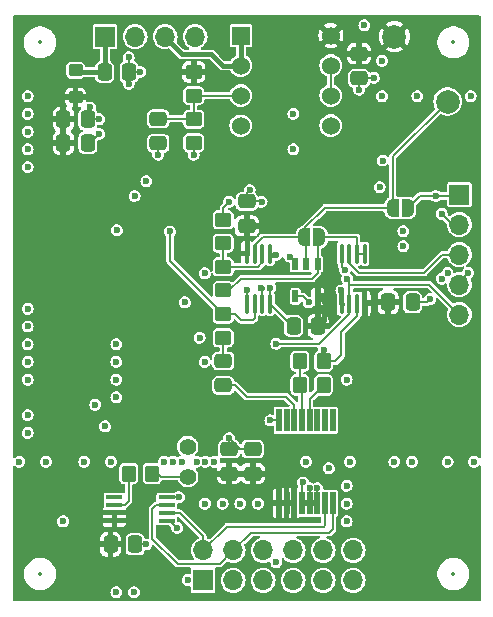
<source format=gtl>
%TF.GenerationSoftware,KiCad,Pcbnew,8.0.2*%
%TF.CreationDate,2024-06-08T00:27:39-04:00*%
%TF.ProjectId,EIS Board,45495320-426f-4617-9264-2e6b69636164,rev?*%
%TF.SameCoordinates,Original*%
%TF.FileFunction,Copper,L1,Top*%
%TF.FilePolarity,Positive*%
%FSLAX46Y46*%
G04 Gerber Fmt 4.6, Leading zero omitted, Abs format (unit mm)*
G04 Created by KiCad (PCBNEW 8.0.2) date 2024-06-08 00:27:39*
%MOMM*%
%LPD*%
G01*
G04 APERTURE LIST*
G04 Aperture macros list*
%AMRoundRect*
0 Rectangle with rounded corners*
0 $1 Rounding radius*
0 $2 $3 $4 $5 $6 $7 $8 $9 X,Y pos of 4 corners*
0 Add a 4 corners polygon primitive as box body*
4,1,4,$2,$3,$4,$5,$6,$7,$8,$9,$2,$3,0*
0 Add four circle primitives for the rounded corners*
1,1,$1+$1,$2,$3*
1,1,$1+$1,$4,$5*
1,1,$1+$1,$6,$7*
1,1,$1+$1,$8,$9*
0 Add four rect primitives between the rounded corners*
20,1,$1+$1,$2,$3,$4,$5,0*
20,1,$1+$1,$4,$5,$6,$7,0*
20,1,$1+$1,$6,$7,$8,$9,0*
20,1,$1+$1,$8,$9,$2,$3,0*%
%AMFreePoly0*
4,1,19,0.000000,0.744911,0.071157,0.744911,0.207708,0.704816,0.327430,0.627875,0.420627,0.520320,0.479746,0.390866,0.500000,0.250000,0.500000,-0.250000,0.479746,-0.390866,0.420627,-0.520320,0.327430,-0.627875,0.207708,-0.704816,0.071157,-0.744911,0.000000,-0.744911,0.000000,-0.750000,-0.500000,-0.750000,-0.500000,0.750000,0.000000,0.750000,0.000000,0.744911,0.000000,0.744911,
$1*%
%AMFreePoly1*
4,1,19,0.500000,-0.750000,0.000000,-0.750000,0.000000,-0.744911,-0.071157,-0.744911,-0.207708,-0.704816,-0.327430,-0.627875,-0.420627,-0.520320,-0.479746,-0.390866,-0.500000,-0.250000,-0.500000,0.250000,-0.479746,0.390866,-0.420627,0.520320,-0.327430,0.627875,-0.207708,0.704816,-0.071157,0.744911,0.000000,0.744911,0.000000,0.750000,0.500000,0.750000,0.500000,-0.750000,0.500000,-0.750000,
$1*%
G04 Aperture macros list end*
%TA.AperFunction,SMDPad,CuDef*%
%ADD10R,0.480000X1.900000*%
%TD*%
%TA.AperFunction,ComponentPad*%
%ADD11C,1.524000*%
%TD*%
%TA.AperFunction,ComponentPad*%
%ADD12R,1.524000X1.524000*%
%TD*%
%TA.AperFunction,SMDPad,CuDef*%
%ADD13R,1.358900X0.431800*%
%TD*%
%TA.AperFunction,SMDPad,CuDef*%
%ADD14R,0.508000X0.977900*%
%TD*%
%TA.AperFunction,ComponentPad*%
%ADD15O,1.700000X1.700000*%
%TD*%
%TA.AperFunction,ComponentPad*%
%ADD16R,1.700000X1.700000*%
%TD*%
%TA.AperFunction,SMDPad,CuDef*%
%ADD17RoundRect,0.250000X0.475000X-0.337500X0.475000X0.337500X-0.475000X0.337500X-0.475000X-0.337500X0*%
%TD*%
%TA.AperFunction,SMDPad,CuDef*%
%ADD18RoundRect,0.250000X-0.337500X-0.475000X0.337500X-0.475000X0.337500X0.475000X-0.337500X0.475000X0*%
%TD*%
%TA.AperFunction,SMDPad,CuDef*%
%ADD19RoundRect,0.250000X-0.350000X-0.450000X0.350000X-0.450000X0.350000X0.450000X-0.350000X0.450000X0*%
%TD*%
%TA.AperFunction,SMDPad,CuDef*%
%ADD20RoundRect,0.100000X0.100000X-0.712500X0.100000X0.712500X-0.100000X0.712500X-0.100000X-0.712500X0*%
%TD*%
%TA.AperFunction,SMDPad,CuDef*%
%ADD21RoundRect,0.250000X-0.450000X0.350000X-0.450000X-0.350000X0.450000X-0.350000X0.450000X0.350000X0*%
%TD*%
%TA.AperFunction,SMDPad,CuDef*%
%ADD22RoundRect,0.250000X0.350000X0.450000X-0.350000X0.450000X-0.350000X-0.450000X0.350000X-0.450000X0*%
%TD*%
%TA.AperFunction,SMDPad,CuDef*%
%ADD23RoundRect,0.250000X0.450000X-0.350000X0.450000X0.350000X-0.450000X0.350000X-0.450000X-0.350000X0*%
%TD*%
%TA.AperFunction,ComponentPad*%
%ADD24C,2.000000*%
%TD*%
%TA.AperFunction,SMDPad,CuDef*%
%ADD25RoundRect,0.250000X-0.475000X0.337500X-0.475000X-0.337500X0.475000X-0.337500X0.475000X0.337500X0*%
%TD*%
%TA.AperFunction,ComponentPad*%
%ADD26C,1.400000*%
%TD*%
%TA.AperFunction,SMDPad,CuDef*%
%ADD27RoundRect,0.250000X0.337500X0.475000X-0.337500X0.475000X-0.337500X-0.475000X0.337500X-0.475000X0*%
%TD*%
%TA.AperFunction,SMDPad,CuDef*%
%ADD28RoundRect,0.250000X-0.350000X0.275000X-0.350000X-0.275000X0.350000X-0.275000X0.350000X0.275000X0*%
%TD*%
%TA.AperFunction,SMDPad,CuDef*%
%ADD29FreePoly0,0.000000*%
%TD*%
%TA.AperFunction,SMDPad,CuDef*%
%ADD30FreePoly1,0.000000*%
%TD*%
%TA.AperFunction,SMDPad,CuDef*%
%ADD31RoundRect,0.100000X-0.100000X0.712500X-0.100000X-0.712500X0.100000X-0.712500X0.100000X0.712500X0*%
%TD*%
%TA.AperFunction,ViaPad*%
%ADD32C,0.600000*%
%TD*%
%TA.AperFunction,Conductor*%
%ADD33C,0.200000*%
%TD*%
%TA.AperFunction,Conductor*%
%ADD34C,0.500000*%
%TD*%
%TA.AperFunction,Conductor*%
%ADD35C,0.400000*%
%TD*%
%ADD36C,0.300000*%
%ADD37C,0.350000*%
G04 APERTURE END LIST*
D10*
%TO.P,U8,16,SCL*%
%TO.N,/SCL*%
X127275000Y-91505000D03*
%TO.P,U8,15,SDA*%
%TO.N,/SDA*%
X126625000Y-91505000D03*
%TO.P,U8,14,AGND2*%
%TO.N,GND*%
X125975000Y-91505000D03*
%TO.P,U8,13,AGND1*%
X125325000Y-91505000D03*
%TO.P,U8,12,DGND*%
X124675000Y-91505000D03*
%TO.P,U8,11,AVDD2*%
%TO.N,+3.3V*%
X124025000Y-91505000D03*
%TO.P,U8,10,AVDD1*%
X123375000Y-91505000D03*
%TO.P,U8,9,DVDD*%
X122725000Y-91505000D03*
%TO.P,U8,8,MCLK*%
%TO.N,Net-(JP1-B)*%
X122725000Y-84495000D03*
%TO.P,U8,7*%
%TO.N,N/C*%
X123375000Y-84495000D03*
%TO.P,U8,6,VOUT*%
%TO.N,/VOUT*%
X124025000Y-84495000D03*
%TO.P,U8,5,VIN*%
%TO.N,Net-(U8-VIN)*%
X124675000Y-84495000D03*
%TO.P,U8,4,RFB*%
%TO.N,Net-(U8-RFB)*%
X125325000Y-84495000D03*
%TO.P,U8,3*%
%TO.N,N/C*%
X125975000Y-84495000D03*
%TO.P,U8,2*%
X126625000Y-84495000D03*
%TO.P,U8,1*%
X127275000Y-84495000D03*
%TD*%
D11*
%TO.P,U9,8,V+*%
%TO.N,+3.3V*%
X127120000Y-51920000D03*
%TO.P,U9,7,OUTB*%
%TO.N,Net-(U9--INB)*%
X127120000Y-54460000D03*
%TO.P,U9,6,-INB*%
X127120000Y-57000000D03*
%TO.P,U9,5,+INB*%
%TO.N,GND*%
X127120000Y-59540000D03*
%TO.P,U9,4,V-*%
X119500000Y-59540000D03*
%TO.P,U9,3,+INA*%
%TO.N,Net-(U9-+INA)*%
X119500000Y-57000000D03*
%TO.P,U9,2,-INA*%
%TO.N,+1V65*%
X119500000Y-54460000D03*
D12*
%TO.P,U9,1,OUTA*%
X119500000Y-51920000D03*
%TD*%
D13*
%TO.P,U7,8,V+*%
%TO.N,+3.3V*%
X108771150Y-92974999D03*
%TO.P,U7,7,OE*%
X108771150Y-92325001D03*
%TO.P,U7,6,CLK*%
%TO.N,Net-(U7-CLK)*%
X108771150Y-91674999D03*
%TO.P,U7,5,\u002ACLK*%
%TO.N,unconnected-(U7-\u002ACLK-Pad5)*%
X108771150Y-91025001D03*
%TO.P,U7,4,ADR*%
%TO.N,GND*%
X113228850Y-91025001D03*
%TO.P,U7,3,SCK*%
%TO.N,/SCL*%
X113228850Y-91674999D03*
%TO.P,U7,2,SDI*%
%TO.N,/SDA*%
X113228850Y-92325001D03*
%TO.P,U7,1,GND*%
%TO.N,GND*%
X113228850Y-92974999D03*
%TD*%
D14*
%TO.P,U4,5,V+*%
%TO.N,+3.3V*%
X126000000Y-74000000D03*
%TO.P,U4,4,IN*%
%TO.N,/2_3_Electrode*%
X124099998Y-74000000D03*
%TO.P,U4,3,GND*%
%TO.N,GND*%
X124099998Y-71269500D03*
%TO.P,U4,2,NC*%
%TO.N,/Adjusted_Output*%
X125049999Y-71269500D03*
%TO.P,U4,1,COM*%
%TO.N,/Reference_Follower*%
X126000000Y-71269500D03*
%TD*%
D15*
%TO.P,J2,5,Pin_5*%
%TO.N,/R_TRANS+*%
X138000000Y-75540000D03*
%TO.P,J2,4,Pin_4*%
%TO.N,GND*%
X138000000Y-73000000D03*
%TO.P,J2,3,Pin_3*%
%TO.N,/Reference*%
X138000000Y-70460000D03*
%TO.P,J2,2,Pin_2*%
%TO.N,/Counter1*%
X138000000Y-67920000D03*
D16*
%TO.P,J2,1,Pin_1*%
%TO.N,/Counter0*%
X138000000Y-65380000D03*
%TD*%
D15*
%TO.P,J3,12,Pin_12*%
%TO.N,/2_3_Electrode*%
X129000000Y-95500000D03*
%TO.P,J3,11,Pin_11*%
%TO.N,/A2_CAL*%
X129000000Y-98040000D03*
%TO.P,J3,10,Pin_10*%
%TO.N,/A1_TRANS*%
X126460000Y-95500000D03*
%TO.P,J3,9,Pin_9*%
%TO.N,/A1_CAL*%
X126460000Y-98040000D03*
%TO.P,J3,8,Pin_8*%
%TO.N,/A0_TRANS*%
X123920000Y-95500000D03*
%TO.P,J3,7,Pin_7*%
%TO.N,/A0_CAL*%
X123920000Y-98040000D03*
%TO.P,J3,6,Pin_6*%
%TO.N,GND*%
X121380000Y-95500000D03*
%TO.P,J3,5,Pin_5*%
%TO.N,/A1_AMP*%
X121380000Y-98040000D03*
%TO.P,J3,4,Pin_4*%
%TO.N,/SCL*%
X118840000Y-95500000D03*
%TO.P,J3,3,Pin_3*%
%TO.N,/A0_AMP*%
X118840000Y-98040000D03*
%TO.P,J3,2,Pin_2*%
%TO.N,/SDA*%
X116300000Y-95500000D03*
D16*
%TO.P,J3,1,Pin_1*%
%TO.N,GND*%
X116300000Y-98040000D03*
%TD*%
D17*
%TO.P,C7,2*%
%TO.N,Net-(C7-Pad2)*%
X118000000Y-79462500D03*
%TO.P,C7,1*%
%TO.N,/VOUT*%
X118000000Y-81537500D03*
%TD*%
D18*
%TO.P,C3,2*%
%TO.N,GND*%
X106537500Y-59000000D03*
%TO.P,C3,1*%
%TO.N,+3.3V*%
X104462500Y-59000000D03*
%TD*%
D19*
%TO.P,R21,2*%
%TO.N,Net-(JP1-A)*%
X112000000Y-89000000D03*
%TO.P,R21,1*%
%TO.N,Net-(U7-CLK)*%
X110000000Y-89000000D03*
%TD*%
D20*
%TO.P,U3,8,V+*%
%TO.N,+3.3V*%
X120025000Y-70387500D03*
%TO.P,U3,7*%
%TO.N,/Adjusted_Output*%
X120675000Y-70387500D03*
%TO.P,U3,6,-*%
%TO.N,Net-(U3B--)*%
X121325000Y-70387500D03*
%TO.P,U3,5,+*%
%TO.N,+1V65*%
X121975000Y-70387500D03*
%TO.P,U3,4,V-*%
%TO.N,GND*%
X121975000Y-74612500D03*
%TO.P,U3,3,+*%
%TO.N,+1V65*%
X121325000Y-74612500D03*
%TO.P,U3,2,-*%
%TO.N,/R_AMP+*%
X120675000Y-74612500D03*
%TO.P,U3,1*%
%TO.N,/R_AMP-*%
X120025000Y-74612500D03*
%TD*%
D21*
%TO.P,R19,2*%
%TO.N,Net-(U9-+INA)*%
X115500000Y-57000000D03*
%TO.P,R19,1*%
%TO.N,+3.3V*%
X115500000Y-55000000D03*
%TD*%
D22*
%TO.P,R22,2*%
%TO.N,Net-(U8-VIN)*%
X124500000Y-81500000D03*
%TO.P,R22,1*%
%TO.N,Net-(U8-RFB)*%
X126500000Y-81500000D03*
%TD*%
D18*
%TO.P,C13,2*%
%TO.N,GND*%
X134037500Y-74500000D03*
%TO.P,C13,1*%
%TO.N,+3.3V*%
X131962500Y-74500000D03*
%TD*%
D23*
%TO.P,R4,2*%
%TO.N,/R_AMP+*%
X118000000Y-75500000D03*
%TO.P,R4,1*%
%TO.N,Net-(C7-Pad2)*%
X118000000Y-77500000D03*
%TD*%
D17*
%TO.P,C14,2*%
%TO.N,GND*%
X120000000Y-65962500D03*
%TO.P,C14,1*%
%TO.N,+3.3V*%
X120000000Y-68037500D03*
%TD*%
D23*
%TO.P,R7,2*%
%TO.N,Net-(U3B--)*%
X118000000Y-71500000D03*
%TO.P,R7,1*%
%TO.N,/Reference_Follower*%
X118000000Y-73500000D03*
%TD*%
D17*
%TO.P,C20,2*%
%TO.N,GND*%
X118500000Y-86925000D03*
%TO.P,C20,1*%
%TO.N,+3.3V*%
X118500000Y-89000000D03*
%TD*%
D18*
%TO.P,C2,2*%
%TO.N,GND*%
X110037500Y-55000000D03*
%TO.P,C2,1*%
%TO.N,VCC*%
X107962500Y-55000000D03*
%TD*%
%TO.P,C4,2*%
%TO.N,GND*%
X106537500Y-61000000D03*
%TO.P,C4,1*%
%TO.N,+3.3V*%
X104462500Y-61000000D03*
%TD*%
D24*
%TO.P,TP5,1,1*%
%TO.N,/Adjusted_Output*%
X137000000Y-57500000D03*
%TD*%
D18*
%TO.P,C22,2*%
%TO.N,GND*%
X110537500Y-95000000D03*
%TO.P,C22,1*%
%TO.N,+3.3V*%
X108462500Y-95000000D03*
%TD*%
D19*
%TO.P,R23,2*%
%TO.N,/R_TRANS-*%
X126500000Y-79500000D03*
%TO.P,R23,1*%
%TO.N,Net-(U8-VIN)*%
X124500000Y-79500000D03*
%TD*%
D24*
%TO.P,TP7,1,1*%
%TO.N,+3.3V*%
X132500000Y-52000000D03*
%TD*%
D25*
%TO.P,C21,2*%
%TO.N,GND*%
X112500000Y-61037500D03*
%TO.P,C21,1*%
%TO.N,Net-(U9-+INA)*%
X112500000Y-58962500D03*
%TD*%
D21*
%TO.P,R20,2*%
%TO.N,GND*%
X115500000Y-61000000D03*
%TO.P,R20,1*%
%TO.N,Net-(U9-+INA)*%
X115500000Y-59000000D03*
%TD*%
D26*
%TO.P,JP1,2,B*%
%TO.N,Net-(JP1-B)*%
X115000000Y-86710000D03*
%TO.P,JP1,1,A*%
%TO.N,Net-(JP1-A)*%
X115000000Y-89250000D03*
%TD*%
D27*
%TO.P,C23,2*%
%TO.N,GND*%
X123962500Y-76500000D03*
%TO.P,C23,1*%
%TO.N,+3.3V*%
X126037500Y-76500000D03*
%TD*%
D21*
%TO.P,R5,2*%
%TO.N,Net-(U3B--)*%
X118000000Y-69500000D03*
%TO.P,R5,1*%
%TO.N,/R_AMP-*%
X118000000Y-67500000D03*
%TD*%
D17*
%TO.P,C18,2*%
%TO.N,+3.3V*%
X129500000Y-53462500D03*
%TO.P,C18,1*%
%TO.N,GND*%
X129500000Y-55537500D03*
%TD*%
D28*
%TO.P,FB1,2*%
%TO.N,+3.3V*%
X105500000Y-57150000D03*
%TO.P,FB1,1*%
%TO.N,VCC*%
X105500000Y-54850000D03*
%TD*%
D17*
%TO.P,C19,2*%
%TO.N,GND*%
X120500000Y-86925000D03*
%TO.P,C19,1*%
%TO.N,+3.3V*%
X120500000Y-89000000D03*
%TD*%
D15*
%TO.P,J1,4,Pin_4*%
%TO.N,GND*%
X115620000Y-52000000D03*
%TO.P,J1,3,Pin_3*%
%TO.N,+1V65*%
X113080000Y-52000000D03*
%TO.P,J1,2,Pin_2*%
%TO.N,GND*%
X110540000Y-52000000D03*
D16*
%TO.P,J1,1,Pin_1*%
%TO.N,VCC*%
X108000000Y-52000000D03*
%TD*%
D29*
%TO.P,JP3,2,B*%
%TO.N,/Reference_Follower*%
X126150000Y-69000000D03*
D30*
%TO.P,JP3,1,A*%
%TO.N,/Adjusted_Output*%
X124850000Y-69000000D03*
%TD*%
D29*
%TO.P,JP2,2,B*%
%TO.N,/Counter0*%
X133650000Y-66500000D03*
D30*
%TO.P,JP2,1,A*%
%TO.N,/Adjusted_Output*%
X132350000Y-66500000D03*
%TD*%
D31*
%TO.P,U5,8,V+*%
%TO.N,+3.3V*%
X129975000Y-74612500D03*
%TO.P,U5,7*%
%TO.N,/R_TRANS-*%
X129325000Y-74612500D03*
%TO.P,U5,6,-*%
%TO.N,/R_TRANS+*%
X128675000Y-74612500D03*
%TO.P,U5,5,+*%
%TO.N,+1V65*%
X128025000Y-74612500D03*
%TO.P,U5,4,V-*%
%TO.N,GND*%
X128025000Y-70387500D03*
%TO.P,U5,3,+*%
%TO.N,/Reference*%
X128675000Y-70387500D03*
%TO.P,U5,2,-*%
%TO.N,/Reference_Follower*%
X129325000Y-70387500D03*
%TO.P,U5,1*%
X129975000Y-70387500D03*
%TD*%
D32*
%TO.N,/Adjusted_Output*%
X132350000Y-66500000D03*
%TO.N,+3.3V*%
X113800000Y-74400000D03*
X113900000Y-75400000D03*
X107000000Y-71600000D03*
X113000000Y-86500000D03*
X115250000Y-84500000D03*
X116000000Y-83750000D03*
X110750000Y-83500000D03*
X114000000Y-80500000D03*
X112500000Y-83250000D03*
X111750000Y-84000000D03*
X121500000Y-57500000D03*
X118000000Y-55750000D03*
%TO.N,GND*%
X107169329Y-83171530D03*
X108000000Y-85000000D03*
X114750000Y-74500000D03*
%TO.N,+3.3V*%
X136500000Y-75750000D03*
X136500000Y-69000000D03*
X138050000Y-95267750D03*
X138050000Y-92727750D03*
X138050000Y-90187750D03*
X138050000Y-85107750D03*
X138050000Y-82567750D03*
X138050000Y-80027750D03*
X138050000Y-77487750D03*
X138050000Y-62247750D03*
X138050000Y-59707750D03*
X138050000Y-54627750D03*
X135510000Y-97807750D03*
X135510000Y-95267750D03*
X135510000Y-92727750D03*
X135510000Y-90187750D03*
X135510000Y-87647750D03*
X135510000Y-85107750D03*
X135510000Y-82567750D03*
X135510000Y-80027750D03*
X135510000Y-54627750D03*
X135510000Y-52087750D03*
X132970000Y-97807750D03*
X132970000Y-95267750D03*
X132970000Y-92727750D03*
X132970000Y-90187750D03*
X132970000Y-82567750D03*
X132970000Y-80027750D03*
X132970000Y-59707750D03*
X132970000Y-57167750D03*
X132970000Y-54627750D03*
X130430000Y-59707750D03*
X125350000Y-59707750D03*
X125350000Y-57167750D03*
X125350000Y-54627750D03*
X122810000Y-87647750D03*
X122810000Y-54627750D03*
X122810000Y-52087750D03*
X120270000Y-62247750D03*
X117730000Y-59707750D03*
X117730000Y-52087750D03*
X112650000Y-72407750D03*
X112650000Y-57167750D03*
X112650000Y-54627750D03*
X110110000Y-85107750D03*
X110110000Y-59707750D03*
X107570000Y-97807750D03*
X105030000Y-97807750D03*
X105030000Y-95267750D03*
X105030000Y-72407750D03*
X105030000Y-52087750D03*
X102490000Y-95267750D03*
X102490000Y-92727750D03*
X102490000Y-90187750D03*
X102490000Y-82567750D03*
X102490000Y-72407750D03*
X102490000Y-69867750D03*
X102490000Y-67327750D03*
X102490000Y-64787750D03*
X102490000Y-54627750D03*
X132500000Y-71000000D03*
X131750000Y-68250000D03*
X125750000Y-52750000D03*
X125250000Y-51500000D03*
X103000000Y-59000000D03*
X103250000Y-57750000D03*
X104000000Y-57250000D03*
X104000000Y-57250000D03*
X103250000Y-62250000D03*
%TO.N,GND*%
X139250000Y-88000000D03*
X137000000Y-88000000D03*
X134000000Y-88000000D03*
X132500000Y-88000000D03*
X128750000Y-88000000D03*
X125000000Y-88000000D03*
X117250000Y-88000000D03*
X116500000Y-88000000D03*
X115750000Y-88000000D03*
X114500000Y-88000000D03*
X113750000Y-88000000D03*
X113000000Y-88000000D03*
X108500000Y-88000000D03*
X106250000Y-88000000D03*
X103000000Y-88000000D03*
X100750000Y-88000000D03*
%TO.N,+3.3V*%
X129000000Y-86750000D03*
X129000000Y-85250000D03*
X129000000Y-83750000D03*
X133000000Y-85500000D03*
X121500000Y-68000000D03*
X115250000Y-63750000D03*
X114000000Y-62250000D03*
X110000000Y-62750000D03*
X109750000Y-63750000D03*
X109250000Y-64750000D03*
X112750000Y-69500000D03*
X112250000Y-69000000D03*
X112250000Y-68000000D03*
X112750000Y-67250000D03*
X115250000Y-65500000D03*
X113750000Y-63750000D03*
X113000000Y-63750000D03*
%TO.N,GND*%
X123619975Y-70630025D03*
X128281802Y-71730329D03*
%TO.N,+3.3V*%
X112750000Y-96250000D03*
X114000000Y-95000000D03*
X104750000Y-74500000D03*
X103750000Y-75500000D03*
X103000000Y-77000000D03*
X103000000Y-78250000D03*
X103000000Y-79500000D03*
X103000000Y-80750000D03*
X103000000Y-85500000D03*
X103000000Y-84500000D03*
X106250000Y-86000000D03*
X106250000Y-84750000D03*
X107750000Y-76000000D03*
X107000000Y-77000000D03*
X106250000Y-78000000D03*
X106250000Y-79250000D03*
X106250000Y-80500000D03*
X106250000Y-81750000D03*
X130250000Y-65250000D03*
X130750000Y-67250000D03*
X117750000Y-82750000D03*
X119250000Y-80250000D03*
X119750000Y-81250000D03*
X119500000Y-83250000D03*
X128000000Y-63000000D03*
X128250000Y-62000000D03*
X127500000Y-62000000D03*
X129801615Y-76039470D03*
X126500000Y-74250000D03*
X127250000Y-71900000D03*
X127000000Y-75000000D03*
%TO.N,/R_TRANS+*%
X122500000Y-78000000D03*
%TO.N,GND*%
X120250000Y-65000000D03*
X121250000Y-66000000D03*
X138750000Y-72000000D03*
X130750000Y-55500000D03*
X129500000Y-56500000D03*
X110000000Y-53750000D03*
X110000000Y-56000000D03*
X111000000Y-55000000D03*
X115500000Y-62000000D03*
X112500000Y-62000000D03*
X106750000Y-58000000D03*
X107500000Y-60250000D03*
X107500000Y-59000000D03*
%TO.N,+1V65*%
X121199997Y-73250000D03*
%TO.N,GND*%
X122000000Y-73250000D03*
X135500000Y-74250000D03*
X111500000Y-95000000D03*
X114250000Y-91000000D03*
X125975000Y-90250000D03*
X124750000Y-89750000D03*
X125325000Y-90250000D03*
X118500000Y-86000000D03*
X131250000Y-64750000D03*
X116000000Y-77500000D03*
X137000000Y-72000000D03*
X111500000Y-64250000D03*
X110500000Y-65500000D03*
X109005450Y-68400126D03*
X122500000Y-96500000D03*
X115000000Y-98000000D03*
X133250000Y-69750000D03*
X136500000Y-72500000D03*
X133250000Y-68475000D03*
X131500000Y-62500000D03*
%TO.N,/R_AMP-*%
X118500000Y-66000000D03*
%TO.N,/R_AMP+*%
X113500000Y-68500000D03*
%TO.N,/R_TRANS-*%
X126500000Y-78500000D03*
%TO.N,/2_3_Electrode*%
X125246503Y-74511387D03*
%TO.N,/R_TRANS+*%
X128500000Y-72500000D03*
%TO.N,+1V65*%
X128000000Y-73500000D03*
X122500000Y-70500000D03*
%TO.N,/R_AMP-*%
X120000000Y-73500000D03*
%TO.N,/Counter0*%
X136000000Y-65500000D03*
%TO.N,/Counter1*%
X136500000Y-67000000D03*
%TO.N,Net-(JP1-B)*%
X122000000Y-84500000D03*
%TO.N,GND*%
X138950000Y-57047750D03*
X134450000Y-57047750D03*
X131450000Y-54047750D03*
X129950000Y-51047750D03*
X128450000Y-93047750D03*
X128450000Y-91547750D03*
X128450000Y-81047750D03*
X126950000Y-88547750D03*
X123950000Y-61547750D03*
X123950000Y-58547750D03*
X120950000Y-91547750D03*
X116450000Y-91547750D03*
X116450000Y-79547750D03*
X116450000Y-72047750D03*
X108950000Y-99047750D03*
X108950000Y-82547750D03*
X119450000Y-91547750D03*
X108950000Y-81047750D03*
X108950000Y-79547750D03*
X108950000Y-78047750D03*
X117950000Y-91547750D03*
X104450000Y-93047750D03*
X101450000Y-85547750D03*
X101450000Y-84047750D03*
X128450000Y-90047750D03*
X101450000Y-81047750D03*
X101450000Y-79547750D03*
X101450000Y-76547750D03*
X101450000Y-63047750D03*
X101450000Y-78047750D03*
X131450000Y-57047750D03*
X101450000Y-61547750D03*
X101450000Y-60047750D03*
X101450000Y-75047750D03*
X101450000Y-58547750D03*
X110450000Y-99047750D03*
X101450000Y-57047750D03*
X114100000Y-93600000D03*
%TD*%
D33*
%TO.N,/Reference_Follower*%
X129975000Y-70387500D02*
X129325000Y-70387500D01*
D34*
%TO.N,GND*%
X125975000Y-91505000D02*
X124675000Y-91505000D01*
D33*
X120500000Y-86925000D02*
X119425000Y-86925000D01*
X119425000Y-86925000D02*
X118500000Y-86000000D01*
X120500000Y-86925000D02*
X118500000Y-86925000D01*
D35*
%TO.N,+3.3V*%
X121500000Y-57500000D02*
X120622000Y-58378000D01*
X118320341Y-58378000D02*
X117730000Y-58968341D01*
X122810000Y-56190000D02*
X121500000Y-57500000D01*
X122810000Y-54627750D02*
X122810000Y-56190000D01*
X120622000Y-58378000D02*
X118320341Y-58378000D01*
X117730000Y-58968341D02*
X117730000Y-59707750D01*
X121687750Y-55750000D02*
X118000000Y-55750000D01*
X122810000Y-54627750D02*
X121687750Y-55750000D01*
D33*
%TO.N,GND*%
X124099998Y-71110048D02*
X123619975Y-70630025D01*
X124099998Y-71269500D02*
X124099998Y-71110048D01*
X128025000Y-71473527D02*
X128281802Y-71730329D01*
X128025000Y-70387500D02*
X128025000Y-71473527D01*
X123862500Y-76500000D02*
X121975000Y-74612500D01*
X123962500Y-76500000D02*
X123862500Y-76500000D01*
D35*
%TO.N,+3.3V*%
X129975000Y-75866085D02*
X129975000Y-74612500D01*
X129801615Y-76039470D02*
X129975000Y-75866085D01*
X126500000Y-74250000D02*
X126500000Y-74000000D01*
X126500000Y-74500000D02*
X126500000Y-74250000D01*
X127000000Y-75000000D02*
X126500000Y-74500000D01*
X126500000Y-75500000D02*
X127000000Y-75000000D01*
X126500000Y-74000000D02*
X126000000Y-74000000D01*
X126500000Y-76037500D02*
X126500000Y-75500000D01*
X126037500Y-76500000D02*
X126500000Y-76037500D01*
X130087500Y-74500000D02*
X129975000Y-74612500D01*
X131962500Y-74500000D02*
X130087500Y-74500000D01*
X120000000Y-70362500D02*
X120025000Y-70387500D01*
X120000000Y-68037500D02*
X120000000Y-70362500D01*
D33*
%TO.N,/R_TRANS+*%
X122500000Y-78000000D02*
X126134744Y-78000000D01*
X126134744Y-78000000D02*
X128675000Y-75459744D01*
X128675000Y-75459744D02*
X128675000Y-74612500D01*
%TO.N,GND*%
X120000000Y-65250000D02*
X120250000Y-65000000D01*
X120000000Y-65962500D02*
X120000000Y-65250000D01*
X121212500Y-65962500D02*
X121250000Y-66000000D01*
X120000000Y-65962500D02*
X121212500Y-65962500D01*
X138000000Y-72750000D02*
X138750000Y-72000000D01*
X138000000Y-73000000D02*
X138000000Y-72750000D01*
X130712500Y-55537500D02*
X130750000Y-55500000D01*
X129500000Y-55537500D02*
X130712500Y-55537500D01*
X129500000Y-55537500D02*
X129500000Y-56500000D01*
X110037500Y-53787500D02*
X110000000Y-53750000D01*
X110037500Y-55000000D02*
X110037500Y-53787500D01*
X110037500Y-55962500D02*
X110000000Y-56000000D01*
X110037500Y-55000000D02*
X110037500Y-55962500D01*
X110037500Y-55000000D02*
X111000000Y-55000000D01*
X115500000Y-61000000D02*
X115500000Y-62000000D01*
X112500000Y-61037500D02*
X112500000Y-62000000D01*
X106537500Y-58212500D02*
X106750000Y-58000000D01*
X106537500Y-59000000D02*
X106537500Y-58212500D01*
X106750000Y-61000000D02*
X107500000Y-60250000D01*
X106537500Y-61000000D02*
X106750000Y-61000000D01*
X106537500Y-59000000D02*
X107500000Y-59000000D01*
%TO.N,+1V65*%
X121275000Y-73325003D02*
X121275000Y-74562500D01*
D35*
X121199997Y-73250000D02*
X121275000Y-73325003D01*
D33*
%TO.N,GND*%
X121975000Y-73275000D02*
X122000000Y-73250000D01*
X121975000Y-74612500D02*
X121975000Y-73275000D01*
X135250000Y-74500000D02*
X135500000Y-74250000D01*
X134037500Y-74500000D02*
X135250000Y-74500000D01*
X110537500Y-95000000D02*
X111500000Y-95000000D01*
X114224999Y-91025001D02*
X114250000Y-91000000D01*
X113228850Y-91025001D02*
X114224999Y-91025001D01*
X124675000Y-89825000D02*
X124675000Y-91505000D01*
X124750000Y-89750000D02*
X124675000Y-89825000D01*
X125325000Y-90250000D02*
X125325000Y-91505000D01*
X125975000Y-90250000D02*
X125975000Y-91505000D01*
X118500000Y-86925000D02*
X118500000Y-86000000D01*
%TO.N,/Adjusted_Output*%
X132350000Y-62150000D02*
X132350000Y-66500000D01*
X137000000Y-57500000D02*
X132350000Y-62150000D01*
%TO.N,/Counter1*%
X137420000Y-67920000D02*
X138000000Y-67920000D01*
X136500000Y-67000000D02*
X137420000Y-67920000D01*
%TO.N,/R_AMP-*%
X118500000Y-66000000D02*
X118000000Y-66500000D01*
X118000000Y-66500000D02*
X118000000Y-67500000D01*
%TO.N,/R_AMP+*%
X113500000Y-71000000D02*
X113500000Y-68500000D01*
X118000000Y-75500000D02*
X113500000Y-71000000D01*
%TO.N,/R_TRANS+*%
X128675000Y-73000000D02*
X128675000Y-74612500D01*
X135460000Y-73000000D02*
X128675000Y-73000000D01*
X138000000Y-75540000D02*
X135460000Y-73000000D01*
%TO.N,/R_TRANS-*%
X127500000Y-79500000D02*
X126500000Y-79500000D01*
X128000000Y-79000000D02*
X127500000Y-79500000D01*
X128000000Y-77000000D02*
X128000000Y-79000000D01*
X129325000Y-75675000D02*
X128000000Y-77000000D01*
X129325000Y-74612500D02*
X129325000Y-75675000D01*
X126500000Y-79500000D02*
X126500000Y-78500000D01*
%TO.N,Net-(U8-VIN)*%
X124500000Y-81500000D02*
X124500000Y-79500000D01*
X124675000Y-81675000D02*
X124500000Y-81500000D01*
X124675000Y-84495000D02*
X124675000Y-81675000D01*
%TO.N,Net-(U8-RFB)*%
X125325000Y-82675000D02*
X125325000Y-84495000D01*
X126500000Y-81500000D02*
X125325000Y-82675000D01*
%TO.N,/VOUT*%
X119000000Y-81500000D02*
X118037500Y-81500000D01*
X123340000Y-82500000D02*
X120000000Y-82500000D01*
X120000000Y-82500000D02*
X119000000Y-81500000D01*
X124025000Y-83185000D02*
X123340000Y-82500000D01*
X124025000Y-84495000D02*
X124025000Y-83185000D01*
X118037500Y-81500000D02*
X118000000Y-81537500D01*
%TO.N,/2_3_Electrode*%
X125246503Y-74511387D02*
X124735116Y-74000000D01*
X124735116Y-74000000D02*
X124099998Y-74000000D01*
%TO.N,/R_TRANS+*%
X128675000Y-72675000D02*
X128675000Y-74612500D01*
X128500000Y-72500000D02*
X128675000Y-72675000D01*
D35*
%TO.N,+1V65*%
X128000000Y-73500000D02*
X128000000Y-74587500D01*
X128000000Y-74587500D02*
X128025000Y-74612500D01*
X122087500Y-70500000D02*
X121975000Y-70387500D01*
X122500000Y-70500000D02*
X122087500Y-70500000D01*
D33*
%TO.N,/Reference*%
X128675000Y-71199999D02*
X128675000Y-70387500D01*
X129475001Y-72000000D02*
X128675000Y-71199999D01*
X136540000Y-70460000D02*
X135000000Y-72000000D01*
X135000000Y-72000000D02*
X129475001Y-72000000D01*
X138000000Y-70460000D02*
X136540000Y-70460000D01*
%TO.N,/Counter0*%
X137880000Y-65500000D02*
X136000000Y-65500000D01*
X138000000Y-65380000D02*
X137880000Y-65500000D01*
%TO.N,/R_AMP-*%
X120025000Y-73525000D02*
X120000000Y-73500000D01*
X120025000Y-74612500D02*
X120025000Y-73525000D01*
%TO.N,/Reference_Follower*%
X125500000Y-72500000D02*
X126000000Y-72000000D01*
X119500000Y-72500000D02*
X125500000Y-72500000D01*
X118500000Y-73500000D02*
X119500000Y-72500000D01*
X126000000Y-72000000D02*
X126000000Y-71269500D01*
X118000000Y-73500000D02*
X118500000Y-73500000D01*
%TO.N,/R_AMP+*%
X120675000Y-75825000D02*
X120675000Y-74612500D01*
X119000000Y-75500000D02*
X119500000Y-76000000D01*
X118000000Y-75500000D02*
X119000000Y-75500000D01*
X119500000Y-76000000D02*
X120500000Y-76000000D01*
X120500000Y-76000000D02*
X120675000Y-75825000D01*
%TO.N,Net-(C7-Pad2)*%
X118000000Y-79462500D02*
X118000000Y-77500000D01*
%TO.N,/Adjusted_Output*%
X121331544Y-69000000D02*
X124850000Y-69000000D01*
X120675000Y-69656544D02*
X121331544Y-69000000D01*
X120675000Y-70387500D02*
X120675000Y-69656544D01*
%TO.N,Net-(U3B--)*%
X118000000Y-71500000D02*
X118000000Y-69500000D01*
X120943456Y-71500000D02*
X121325000Y-71118456D01*
X121325000Y-71118456D02*
X121325000Y-70387500D01*
X118000000Y-71500000D02*
X120943456Y-71500000D01*
%TO.N,/Reference_Follower*%
X129325000Y-69000000D02*
X129325000Y-70387500D01*
X126150000Y-69000000D02*
X129325000Y-69000000D01*
X126000000Y-69150000D02*
X126150000Y-69000000D01*
X126000000Y-71269500D02*
X126000000Y-69150000D01*
%TO.N,/Adjusted_Output*%
X125049999Y-71269500D02*
X125049999Y-69199999D01*
X125049999Y-69199999D02*
X124850000Y-69000000D01*
%TO.N,Net-(JP1-B)*%
X122720000Y-84500000D02*
X122725000Y-84495000D01*
X122000000Y-84500000D02*
X122720000Y-84500000D01*
%TO.N,Net-(JP1-A)*%
X112500000Y-89000000D02*
X112750000Y-89250000D01*
X112000000Y-89000000D02*
X112500000Y-89000000D01*
%TO.N,/SDA*%
X126500000Y-93500000D02*
X126625000Y-93375000D01*
X118300000Y-93500000D02*
X126500000Y-93500000D01*
X126625000Y-93375000D02*
X126625000Y-91505000D01*
X116300000Y-95500000D02*
X118300000Y-93500000D01*
%TO.N,/SCL*%
X127275000Y-93725000D02*
X127275000Y-91505000D01*
X127000000Y-94000000D02*
X127275000Y-93725000D01*
X120340000Y-94000000D02*
X127000000Y-94000000D01*
X118840000Y-95500000D02*
X120340000Y-94000000D01*
%TO.N,Net-(U9--INB)*%
X127120000Y-54460000D02*
X127120000Y-57000000D01*
D35*
%TO.N,+1V65*%
X113080000Y-52080000D02*
X113080000Y-52000000D01*
X114500000Y-53500000D02*
X113080000Y-52080000D01*
X117000000Y-53500000D02*
X114500000Y-53500000D01*
X117960000Y-54460000D02*
X117000000Y-53500000D01*
X119500000Y-54460000D02*
X117960000Y-54460000D01*
X119500000Y-54460000D02*
X119500000Y-51920000D01*
%TO.N,VCC*%
X105650000Y-55000000D02*
X105500000Y-54850000D01*
X108000000Y-54962500D02*
X107962500Y-55000000D01*
D33*
%TO.N,Net-(U9-+INA)*%
X115500000Y-57000000D02*
X119500000Y-57000000D01*
X115500000Y-59000000D02*
X115500000Y-57000000D01*
X115462500Y-58962500D02*
X115500000Y-59000000D01*
X112500000Y-58962500D02*
X115462500Y-58962500D01*
%TO.N,/SCL*%
X112349400Y-91674999D02*
X113228850Y-91674999D01*
X112000000Y-94500000D02*
X112000000Y-92024399D01*
X117690000Y-96650000D02*
X114150000Y-96650000D01*
X114150000Y-96650000D02*
X112000000Y-94500000D01*
X112000000Y-92024399D02*
X112349400Y-91674999D01*
X118840000Y-95500000D02*
X117690000Y-96650000D01*
%TO.N,/SDA*%
X114327082Y-92325001D02*
X113228850Y-92325001D01*
X116300000Y-94297919D02*
X114327082Y-92325001D01*
X116300000Y-95500000D02*
X116300000Y-94297919D01*
%TO.N,Net-(U7-CLK)*%
X108771150Y-91674999D02*
X109650600Y-91674999D01*
X109650600Y-91674999D02*
X110000000Y-91325599D01*
X110000000Y-91325599D02*
X110000000Y-89000000D01*
%TO.N,Net-(JP1-A)*%
X112750000Y-89250000D02*
X115000000Y-89250000D01*
D35*
%TO.N,VCC*%
X107962500Y-55000000D02*
X105650000Y-55000000D01*
X108000000Y-52000000D02*
X108000000Y-54962500D01*
D33*
%TO.N,/Counter0*%
X133650000Y-66500000D02*
X134650000Y-65500000D01*
X134650000Y-65500000D02*
X136000000Y-65500000D01*
%TO.N,/Adjusted_Output*%
X124850000Y-69000000D02*
X124850000Y-68245000D01*
X124850000Y-68245000D02*
X126595000Y-66500000D01*
%TO.N,GND*%
X113228850Y-92974999D02*
X113474999Y-92974999D01*
X113474999Y-92974999D02*
X114100000Y-93600000D01*
%TO.N,/Adjusted_Output*%
X126595000Y-66500000D02*
X132350000Y-66500000D01*
%TD*%
%TA.AperFunction,Conductor*%
%TO.N,+3.3V*%
G36*
X114277804Y-92700694D02*
G01*
X115937177Y-94360067D01*
X115964954Y-94414584D01*
X115955383Y-94475016D01*
X115912118Y-94518281D01*
X115897201Y-94524290D01*
X115896041Y-94524770D01*
X115713547Y-94622316D01*
X115553595Y-94753585D01*
X115553585Y-94753595D01*
X115422316Y-94913547D01*
X115324768Y-95096045D01*
X115264699Y-95294065D01*
X115264698Y-95294070D01*
X115244417Y-95499996D01*
X115244417Y-95500003D01*
X115264698Y-95705929D01*
X115264699Y-95705934D01*
X115324768Y-95903954D01*
X115422316Y-96086452D01*
X115505404Y-96187695D01*
X115527704Y-96244672D01*
X115512255Y-96303875D01*
X115464958Y-96342690D01*
X115428876Y-96349500D01*
X114315479Y-96349500D01*
X114257288Y-96330593D01*
X114245475Y-96320504D01*
X112329496Y-94404525D01*
X112301719Y-94350008D01*
X112300500Y-94334521D01*
X112300500Y-93450944D01*
X112319407Y-93392753D01*
X112368907Y-93356789D01*
X112430093Y-93356789D01*
X112454497Y-93368626D01*
X112471169Y-93379766D01*
X112515631Y-93388610D01*
X112529641Y-93391397D01*
X112529646Y-93391397D01*
X112529652Y-93391399D01*
X113425420Y-93391399D01*
X113483611Y-93410306D01*
X113495424Y-93420395D01*
X113569453Y-93494424D01*
X113597230Y-93548941D01*
X113597441Y-93578514D01*
X113594354Y-93599997D01*
X113594353Y-93600002D01*
X113614834Y-93742456D01*
X113641899Y-93801719D01*
X113674623Y-93873373D01*
X113768872Y-93982143D01*
X113768873Y-93982144D01*
X113886066Y-94057459D01*
X113889947Y-94059953D01*
X113996403Y-94091211D01*
X114028035Y-94100499D01*
X114028036Y-94100499D01*
X114028039Y-94100500D01*
X114028041Y-94100500D01*
X114171959Y-94100500D01*
X114171961Y-94100500D01*
X114310053Y-94059953D01*
X114431128Y-93982143D01*
X114525377Y-93873373D01*
X114585165Y-93742457D01*
X114605647Y-93600000D01*
X114598206Y-93548249D01*
X114585165Y-93457543D01*
X114582151Y-93450944D01*
X114525377Y-93326627D01*
X114431128Y-93217857D01*
X114431127Y-93217856D01*
X114431126Y-93217855D01*
X114310057Y-93140049D01*
X114310054Y-93140048D01*
X114310053Y-93140047D01*
X114256706Y-93124383D01*
X114179908Y-93101833D01*
X114129402Y-93067297D01*
X114108840Y-93009670D01*
X114108800Y-93006843D01*
X114108800Y-92770698D01*
X114127707Y-92712507D01*
X114177207Y-92676543D01*
X114238393Y-92676543D01*
X114277804Y-92700694D01*
G37*
%TD.AperFunction*%
%TA.AperFunction,Conductor*%
G36*
X139758691Y-50219407D02*
G01*
X139794655Y-50268907D01*
X139799500Y-50299500D01*
X139799500Y-87604442D01*
X139780593Y-87662633D01*
X139731093Y-87698597D01*
X139669907Y-87698597D01*
X139625681Y-87669273D01*
X139581129Y-87617858D01*
X139581127Y-87617856D01*
X139460057Y-87540049D01*
X139460054Y-87540047D01*
X139460053Y-87540047D01*
X139460043Y-87540044D01*
X139321964Y-87499500D01*
X139321961Y-87499500D01*
X139178039Y-87499500D01*
X139178035Y-87499500D01*
X139039949Y-87540046D01*
X139039942Y-87540049D01*
X138918873Y-87617855D01*
X138824622Y-87726628D01*
X138764834Y-87857543D01*
X138744353Y-87999997D01*
X138744353Y-88000002D01*
X138764834Y-88142456D01*
X138803831Y-88227845D01*
X138824623Y-88273373D01*
X138888461Y-88347046D01*
X138918873Y-88382144D01*
X138954894Y-88405293D01*
X139039947Y-88459953D01*
X139146403Y-88491211D01*
X139178035Y-88500499D01*
X139178036Y-88500499D01*
X139178039Y-88500500D01*
X139178041Y-88500500D01*
X139321959Y-88500500D01*
X139321961Y-88500500D01*
X139460053Y-88459953D01*
X139581128Y-88382143D01*
X139625681Y-88330725D01*
X139678076Y-88299130D01*
X139739037Y-88304365D01*
X139785278Y-88344433D01*
X139799500Y-88395557D01*
X139799500Y-99700500D01*
X139780593Y-99758691D01*
X139731093Y-99794655D01*
X139700500Y-99799500D01*
X100299500Y-99799500D01*
X100241309Y-99780593D01*
X100205345Y-99731093D01*
X100200500Y-99700500D01*
X100200500Y-99047747D01*
X108444353Y-99047747D01*
X108444353Y-99047752D01*
X108464834Y-99190206D01*
X108524622Y-99321121D01*
X108524623Y-99321123D01*
X108618872Y-99429893D01*
X108618873Y-99429894D01*
X108739942Y-99507700D01*
X108739947Y-99507703D01*
X108846403Y-99538961D01*
X108878035Y-99548249D01*
X108878036Y-99548249D01*
X108878039Y-99548250D01*
X108878041Y-99548250D01*
X109021959Y-99548250D01*
X109021961Y-99548250D01*
X109160053Y-99507703D01*
X109281128Y-99429893D01*
X109375377Y-99321123D01*
X109435165Y-99190207D01*
X109451173Y-99078867D01*
X109455647Y-99047752D01*
X109455647Y-99047747D01*
X109944353Y-99047747D01*
X109944353Y-99047752D01*
X109964834Y-99190206D01*
X110024622Y-99321121D01*
X110024623Y-99321123D01*
X110118872Y-99429893D01*
X110118873Y-99429894D01*
X110239942Y-99507700D01*
X110239947Y-99507703D01*
X110346403Y-99538961D01*
X110378035Y-99548249D01*
X110378036Y-99548249D01*
X110378039Y-99548250D01*
X110378041Y-99548250D01*
X110521959Y-99548250D01*
X110521961Y-99548250D01*
X110660053Y-99507703D01*
X110781128Y-99429893D01*
X110875377Y-99321123D01*
X110935165Y-99190207D01*
X110951173Y-99078867D01*
X110955647Y-99047752D01*
X110955647Y-99047747D01*
X110935165Y-98905293D01*
X110880872Y-98786410D01*
X110875377Y-98774377D01*
X110781128Y-98665607D01*
X110781127Y-98665606D01*
X110781126Y-98665605D01*
X110660057Y-98587799D01*
X110660054Y-98587797D01*
X110660053Y-98587797D01*
X110660050Y-98587796D01*
X110521964Y-98547250D01*
X110521961Y-98547250D01*
X110378039Y-98547250D01*
X110378035Y-98547250D01*
X110239949Y-98587796D01*
X110239942Y-98587799D01*
X110118873Y-98665605D01*
X110024622Y-98774378D01*
X109964834Y-98905293D01*
X109944353Y-99047747D01*
X109455647Y-99047747D01*
X109435165Y-98905293D01*
X109380872Y-98786410D01*
X109375377Y-98774377D01*
X109281128Y-98665607D01*
X109281127Y-98665606D01*
X109281126Y-98665605D01*
X109160057Y-98587799D01*
X109160054Y-98587797D01*
X109160053Y-98587797D01*
X109160050Y-98587796D01*
X109021964Y-98547250D01*
X109021961Y-98547250D01*
X108878039Y-98547250D01*
X108878035Y-98547250D01*
X108739949Y-98587796D01*
X108739942Y-98587799D01*
X108618873Y-98665605D01*
X108524622Y-98774378D01*
X108464834Y-98905293D01*
X108444353Y-99047747D01*
X100200500Y-99047747D01*
X100200500Y-97393396D01*
X101145500Y-97393396D01*
X101145500Y-97606603D01*
X101178851Y-97817174D01*
X101244736Y-98019947D01*
X101341527Y-98209912D01*
X101341531Y-98209918D01*
X101466841Y-98382391D01*
X101466843Y-98382393D01*
X101466846Y-98382397D01*
X101617603Y-98533154D01*
X101617606Y-98533156D01*
X101617608Y-98533158D01*
X101790081Y-98658468D01*
X101790087Y-98658472D01*
X101980053Y-98755264D01*
X102182821Y-98821147D01*
X102182822Y-98821147D01*
X102182825Y-98821148D01*
X102393396Y-98854500D01*
X102393399Y-98854500D01*
X102606604Y-98854500D01*
X102817174Y-98821148D01*
X102817175Y-98821147D01*
X102817179Y-98821147D01*
X103019947Y-98755264D01*
X103209913Y-98658472D01*
X103382397Y-98533154D01*
X103533154Y-98382397D01*
X103658472Y-98209913D01*
X103755264Y-98019947D01*
X103821147Y-97817179D01*
X103835489Y-97726628D01*
X103854500Y-97606603D01*
X103854500Y-97393396D01*
X103821148Y-97182825D01*
X103817063Y-97170252D01*
X103755264Y-96980053D01*
X103658472Y-96790087D01*
X103658468Y-96790081D01*
X103533158Y-96617608D01*
X103533156Y-96617606D01*
X103533154Y-96617603D01*
X103382397Y-96466846D01*
X103382393Y-96466843D01*
X103382391Y-96466841D01*
X103209918Y-96341531D01*
X103209912Y-96341527D01*
X103019947Y-96244736D01*
X102817174Y-96178851D01*
X102606604Y-96145500D01*
X102606601Y-96145500D01*
X102393399Y-96145500D01*
X102393396Y-96145500D01*
X102182825Y-96178851D01*
X101980052Y-96244736D01*
X101790087Y-96341527D01*
X101790081Y-96341531D01*
X101617608Y-96466841D01*
X101466841Y-96617608D01*
X101341531Y-96790081D01*
X101341527Y-96790087D01*
X101244736Y-96980052D01*
X101178851Y-97182825D01*
X101145500Y-97393396D01*
X100200500Y-97393396D01*
X100200500Y-95250001D01*
X107575000Y-95250001D01*
X107575000Y-95518064D01*
X107585613Y-95606443D01*
X107641080Y-95747095D01*
X107732435Y-95867564D01*
X107852904Y-95958919D01*
X107993556Y-96014386D01*
X108081935Y-96024999D01*
X108081942Y-96025000D01*
X108212499Y-96025000D01*
X108212500Y-96024999D01*
X108212500Y-95250001D01*
X108712500Y-95250001D01*
X108712500Y-96024999D01*
X108712501Y-96025000D01*
X108843058Y-96025000D01*
X108843064Y-96024999D01*
X108931443Y-96014386D01*
X109072095Y-95958919D01*
X109192564Y-95867564D01*
X109283919Y-95747095D01*
X109339386Y-95606443D01*
X109349999Y-95518064D01*
X109350000Y-95518058D01*
X109350000Y-95250001D01*
X109349999Y-95250000D01*
X108712501Y-95250000D01*
X108712500Y-95250001D01*
X108212500Y-95250001D01*
X108212499Y-95250000D01*
X107575001Y-95250000D01*
X107575000Y-95250001D01*
X100200500Y-95250001D01*
X100200500Y-94481935D01*
X107575000Y-94481935D01*
X107575000Y-94749999D01*
X107575001Y-94750000D01*
X108212499Y-94750000D01*
X108212500Y-94749999D01*
X108212500Y-93975001D01*
X108712500Y-93975001D01*
X108712500Y-94749999D01*
X108712501Y-94750000D01*
X109349999Y-94750000D01*
X109350000Y-94749999D01*
X109350000Y-94481941D01*
X109349999Y-94481935D01*
X109348653Y-94470725D01*
X109749500Y-94470725D01*
X109749500Y-95529274D01*
X109752353Y-95559694D01*
X109752355Y-95559703D01*
X109797207Y-95687883D01*
X109877845Y-95797144D01*
X109877847Y-95797146D01*
X109877850Y-95797150D01*
X109877853Y-95797152D01*
X109877855Y-95797154D01*
X109987116Y-95877792D01*
X109987117Y-95877792D01*
X109987118Y-95877793D01*
X110115301Y-95922646D01*
X110145725Y-95925499D01*
X110145727Y-95925500D01*
X110145734Y-95925500D01*
X110929273Y-95925500D01*
X110929273Y-95925499D01*
X110959699Y-95922646D01*
X111087882Y-95877793D01*
X111197150Y-95797150D01*
X111277793Y-95687882D01*
X111320513Y-95565795D01*
X111357578Y-95517115D01*
X111416178Y-95499518D01*
X111428038Y-95500499D01*
X111428039Y-95500500D01*
X111428040Y-95500500D01*
X111571959Y-95500500D01*
X111571961Y-95500500D01*
X111710053Y-95459953D01*
X111831128Y-95382143D01*
X111925377Y-95273373D01*
X111985165Y-95142457D01*
X111986221Y-95135109D01*
X112013214Y-95080201D01*
X112067326Y-95051644D01*
X112127889Y-95060348D01*
X112154218Y-95079189D01*
X113909540Y-96834511D01*
X113909539Y-96834511D01*
X113965489Y-96890460D01*
X114034007Y-96930019D01*
X114034011Y-96930021D01*
X114110435Y-96950499D01*
X114110437Y-96950500D01*
X115183674Y-96950500D01*
X115241865Y-96969407D01*
X115277829Y-97018907D01*
X115277829Y-97080093D01*
X115265988Y-97104503D01*
X115261135Y-97111765D01*
X115261132Y-97111772D01*
X115249501Y-97170241D01*
X115249500Y-97170253D01*
X115249500Y-97419381D01*
X115230593Y-97477572D01*
X115181093Y-97513536D01*
X115122609Y-97514371D01*
X115071964Y-97499500D01*
X115071961Y-97499500D01*
X114928039Y-97499500D01*
X114928035Y-97499500D01*
X114789949Y-97540046D01*
X114789942Y-97540049D01*
X114668873Y-97617855D01*
X114574622Y-97726628D01*
X114514834Y-97857543D01*
X114494353Y-97999997D01*
X114494353Y-98000002D01*
X114514834Y-98142456D01*
X114562092Y-98245934D01*
X114574623Y-98273373D01*
X114668872Y-98382143D01*
X114668873Y-98382144D01*
X114669267Y-98382397D01*
X114789947Y-98459953D01*
X114877389Y-98485628D01*
X114928035Y-98500499D01*
X114928036Y-98500499D01*
X114928039Y-98500500D01*
X114928041Y-98500500D01*
X115071959Y-98500500D01*
X115071961Y-98500500D01*
X115122610Y-98485628D01*
X115183768Y-98487375D01*
X115232221Y-98524737D01*
X115249500Y-98580618D01*
X115249500Y-98909746D01*
X115249501Y-98909758D01*
X115261132Y-98968227D01*
X115261134Y-98968233D01*
X115305445Y-99034548D01*
X115305448Y-99034552D01*
X115371769Y-99078867D01*
X115416231Y-99087711D01*
X115430241Y-99090498D01*
X115430246Y-99090498D01*
X115430252Y-99090500D01*
X115430253Y-99090500D01*
X117169747Y-99090500D01*
X117169748Y-99090500D01*
X117228231Y-99078867D01*
X117294552Y-99034552D01*
X117338867Y-98968231D01*
X117350500Y-98909748D01*
X117350500Y-98039996D01*
X117784417Y-98039996D01*
X117784417Y-98040003D01*
X117804698Y-98245929D01*
X117804699Y-98245934D01*
X117864768Y-98443954D01*
X117962316Y-98626452D01*
X117994448Y-98665605D01*
X118093590Y-98786410D01*
X118093595Y-98786414D01*
X118253547Y-98917683D01*
X118253548Y-98917683D01*
X118253550Y-98917685D01*
X118436046Y-99015232D01*
X118573997Y-99057078D01*
X118634065Y-99075300D01*
X118634070Y-99075301D01*
X118839997Y-99095583D01*
X118840000Y-99095583D01*
X118840003Y-99095583D01*
X119045929Y-99075301D01*
X119045934Y-99075300D01*
X119243954Y-99015232D01*
X119426450Y-98917685D01*
X119586410Y-98786410D01*
X119717685Y-98626450D01*
X119815232Y-98443954D01*
X119875300Y-98245934D01*
X119875301Y-98245929D01*
X119895583Y-98040003D01*
X119895583Y-98039996D01*
X120324417Y-98039996D01*
X120324417Y-98040003D01*
X120344698Y-98245929D01*
X120344699Y-98245934D01*
X120404768Y-98443954D01*
X120502316Y-98626452D01*
X120534448Y-98665605D01*
X120633590Y-98786410D01*
X120633595Y-98786414D01*
X120793547Y-98917683D01*
X120793548Y-98917683D01*
X120793550Y-98917685D01*
X120976046Y-99015232D01*
X121113997Y-99057078D01*
X121174065Y-99075300D01*
X121174070Y-99075301D01*
X121379997Y-99095583D01*
X121380000Y-99095583D01*
X121380003Y-99095583D01*
X121585929Y-99075301D01*
X121585934Y-99075300D01*
X121783954Y-99015232D01*
X121966450Y-98917685D01*
X122126410Y-98786410D01*
X122257685Y-98626450D01*
X122355232Y-98443954D01*
X122415300Y-98245934D01*
X122415301Y-98245929D01*
X122435583Y-98040003D01*
X122435583Y-98039996D01*
X122864417Y-98039996D01*
X122864417Y-98040003D01*
X122884698Y-98245929D01*
X122884699Y-98245934D01*
X122944768Y-98443954D01*
X123042316Y-98626452D01*
X123074448Y-98665605D01*
X123173590Y-98786410D01*
X123173595Y-98786414D01*
X123333547Y-98917683D01*
X123333548Y-98917683D01*
X123333550Y-98917685D01*
X123516046Y-99015232D01*
X123653997Y-99057078D01*
X123714065Y-99075300D01*
X123714070Y-99075301D01*
X123919997Y-99095583D01*
X123920000Y-99095583D01*
X123920003Y-99095583D01*
X124125929Y-99075301D01*
X124125934Y-99075300D01*
X124323954Y-99015232D01*
X124506450Y-98917685D01*
X124666410Y-98786410D01*
X124797685Y-98626450D01*
X124895232Y-98443954D01*
X124955300Y-98245934D01*
X124955301Y-98245929D01*
X124975583Y-98040003D01*
X124975583Y-98039996D01*
X125404417Y-98039996D01*
X125404417Y-98040003D01*
X125424698Y-98245929D01*
X125424699Y-98245934D01*
X125484768Y-98443954D01*
X125582316Y-98626452D01*
X125614448Y-98665605D01*
X125713590Y-98786410D01*
X125713595Y-98786414D01*
X125873547Y-98917683D01*
X125873548Y-98917683D01*
X125873550Y-98917685D01*
X126056046Y-99015232D01*
X126193997Y-99057078D01*
X126254065Y-99075300D01*
X126254070Y-99075301D01*
X126459997Y-99095583D01*
X126460000Y-99095583D01*
X126460003Y-99095583D01*
X126665929Y-99075301D01*
X126665934Y-99075300D01*
X126863954Y-99015232D01*
X127046450Y-98917685D01*
X127206410Y-98786410D01*
X127337685Y-98626450D01*
X127435232Y-98443954D01*
X127495300Y-98245934D01*
X127495301Y-98245929D01*
X127515583Y-98040003D01*
X127515583Y-98039996D01*
X127944417Y-98039996D01*
X127944417Y-98040003D01*
X127964698Y-98245929D01*
X127964699Y-98245934D01*
X128024768Y-98443954D01*
X128122316Y-98626452D01*
X128154448Y-98665605D01*
X128253590Y-98786410D01*
X128253595Y-98786414D01*
X128413547Y-98917683D01*
X128413548Y-98917683D01*
X128413550Y-98917685D01*
X128596046Y-99015232D01*
X128733997Y-99057078D01*
X128794065Y-99075300D01*
X128794070Y-99075301D01*
X128999997Y-99095583D01*
X129000000Y-99095583D01*
X129000003Y-99095583D01*
X129205929Y-99075301D01*
X129205934Y-99075300D01*
X129403954Y-99015232D01*
X129586450Y-98917685D01*
X129746410Y-98786410D01*
X129877685Y-98626450D01*
X129975232Y-98443954D01*
X130035300Y-98245934D01*
X130035301Y-98245929D01*
X130055583Y-98040003D01*
X130055583Y-98039996D01*
X130035301Y-97834070D01*
X130035300Y-97834065D01*
X130002709Y-97726627D01*
X129975232Y-97636046D01*
X129877685Y-97453550D01*
X129849643Y-97419381D01*
X129828318Y-97393396D01*
X136145500Y-97393396D01*
X136145500Y-97606603D01*
X136178851Y-97817174D01*
X136244736Y-98019947D01*
X136341527Y-98209912D01*
X136341531Y-98209918D01*
X136466841Y-98382391D01*
X136466843Y-98382393D01*
X136466846Y-98382397D01*
X136617603Y-98533154D01*
X136617606Y-98533156D01*
X136617608Y-98533158D01*
X136790081Y-98658468D01*
X136790087Y-98658472D01*
X136980053Y-98755264D01*
X137182821Y-98821147D01*
X137182822Y-98821147D01*
X137182825Y-98821148D01*
X137393396Y-98854500D01*
X137393399Y-98854500D01*
X137606604Y-98854500D01*
X137817174Y-98821148D01*
X137817175Y-98821147D01*
X137817179Y-98821147D01*
X138019947Y-98755264D01*
X138209913Y-98658472D01*
X138382397Y-98533154D01*
X138533154Y-98382397D01*
X138658472Y-98209913D01*
X138755264Y-98019947D01*
X138821147Y-97817179D01*
X138835489Y-97726628D01*
X138854500Y-97606603D01*
X138854500Y-97393396D01*
X138821148Y-97182825D01*
X138817063Y-97170252D01*
X138755264Y-96980053D01*
X138658472Y-96790087D01*
X138658468Y-96790081D01*
X138533158Y-96617608D01*
X138533156Y-96617606D01*
X138533154Y-96617603D01*
X138382397Y-96466846D01*
X138382393Y-96466843D01*
X138382391Y-96466841D01*
X138209918Y-96341531D01*
X138209912Y-96341527D01*
X138019947Y-96244736D01*
X137817174Y-96178851D01*
X137606604Y-96145500D01*
X137606601Y-96145500D01*
X137393399Y-96145500D01*
X137393396Y-96145500D01*
X137182825Y-96178851D01*
X136980052Y-96244736D01*
X136790087Y-96341527D01*
X136790081Y-96341531D01*
X136617608Y-96466841D01*
X136466841Y-96617608D01*
X136341531Y-96790081D01*
X136341527Y-96790087D01*
X136244736Y-96980052D01*
X136178851Y-97182825D01*
X136145500Y-97393396D01*
X129828318Y-97393396D01*
X129746414Y-97293595D01*
X129746410Y-97293590D01*
X129596123Y-97170253D01*
X129586452Y-97162316D01*
X129403954Y-97064768D01*
X129205934Y-97004699D01*
X129205929Y-97004698D01*
X129000003Y-96984417D01*
X128999997Y-96984417D01*
X128794070Y-97004698D01*
X128794065Y-97004699D01*
X128596045Y-97064768D01*
X128413547Y-97162316D01*
X128253595Y-97293585D01*
X128253585Y-97293595D01*
X128122316Y-97453547D01*
X128024768Y-97636045D01*
X127964699Y-97834065D01*
X127964698Y-97834070D01*
X127944417Y-98039996D01*
X127515583Y-98039996D01*
X127495301Y-97834070D01*
X127495300Y-97834065D01*
X127462709Y-97726627D01*
X127435232Y-97636046D01*
X127337685Y-97453550D01*
X127309643Y-97419381D01*
X127206414Y-97293595D01*
X127206410Y-97293590D01*
X127056123Y-97170253D01*
X127046452Y-97162316D01*
X126863954Y-97064768D01*
X126665934Y-97004699D01*
X126665929Y-97004698D01*
X126460003Y-96984417D01*
X126459997Y-96984417D01*
X126254070Y-97004698D01*
X126254065Y-97004699D01*
X126056045Y-97064768D01*
X125873547Y-97162316D01*
X125713595Y-97293585D01*
X125713585Y-97293595D01*
X125582316Y-97453547D01*
X125484768Y-97636045D01*
X125424699Y-97834065D01*
X125424698Y-97834070D01*
X125404417Y-98039996D01*
X124975583Y-98039996D01*
X124955301Y-97834070D01*
X124955300Y-97834065D01*
X124922709Y-97726627D01*
X124895232Y-97636046D01*
X124797685Y-97453550D01*
X124769643Y-97419381D01*
X124666414Y-97293595D01*
X124666410Y-97293590D01*
X124516123Y-97170253D01*
X124506452Y-97162316D01*
X124323954Y-97064768D01*
X124125934Y-97004699D01*
X124125929Y-97004698D01*
X123920003Y-96984417D01*
X123919997Y-96984417D01*
X123714070Y-97004698D01*
X123714065Y-97004699D01*
X123516045Y-97064768D01*
X123333547Y-97162316D01*
X123173595Y-97293585D01*
X123173585Y-97293595D01*
X123042316Y-97453547D01*
X122944768Y-97636045D01*
X122884699Y-97834065D01*
X122884698Y-97834070D01*
X122864417Y-98039996D01*
X122435583Y-98039996D01*
X122415301Y-97834070D01*
X122415300Y-97834065D01*
X122382709Y-97726627D01*
X122355232Y-97636046D01*
X122257685Y-97453550D01*
X122229643Y-97419381D01*
X122126414Y-97293595D01*
X122126410Y-97293590D01*
X121976123Y-97170253D01*
X121966452Y-97162316D01*
X121783954Y-97064768D01*
X121585934Y-97004699D01*
X121585929Y-97004698D01*
X121380003Y-96984417D01*
X121379997Y-96984417D01*
X121174070Y-97004698D01*
X121174065Y-97004699D01*
X120976045Y-97064768D01*
X120793547Y-97162316D01*
X120633595Y-97293585D01*
X120633585Y-97293595D01*
X120502316Y-97453547D01*
X120404768Y-97636045D01*
X120344699Y-97834065D01*
X120344698Y-97834070D01*
X120324417Y-98039996D01*
X119895583Y-98039996D01*
X119875301Y-97834070D01*
X119875300Y-97834065D01*
X119842709Y-97726627D01*
X119815232Y-97636046D01*
X119717685Y-97453550D01*
X119689643Y-97419381D01*
X119586414Y-97293595D01*
X119586410Y-97293590D01*
X119436123Y-97170253D01*
X119426452Y-97162316D01*
X119243954Y-97064768D01*
X119045934Y-97004699D01*
X119045929Y-97004698D01*
X118840003Y-96984417D01*
X118839997Y-96984417D01*
X118634070Y-97004698D01*
X118634065Y-97004699D01*
X118436045Y-97064768D01*
X118253547Y-97162316D01*
X118093595Y-97293585D01*
X118093585Y-97293595D01*
X117962316Y-97453547D01*
X117864768Y-97636045D01*
X117804699Y-97834065D01*
X117804698Y-97834070D01*
X117784417Y-98039996D01*
X117350500Y-98039996D01*
X117350500Y-97170252D01*
X117348921Y-97162316D01*
X117347711Y-97156231D01*
X117338867Y-97111769D01*
X117334012Y-97104503D01*
X117317402Y-97045615D01*
X117338578Y-96988211D01*
X117389452Y-96954217D01*
X117416326Y-96950500D01*
X117729563Y-96950500D01*
X117729563Y-96950499D01*
X117805989Y-96930021D01*
X117874511Y-96890460D01*
X117902485Y-96862485D01*
X117930461Y-96834511D01*
X118098959Y-96666011D01*
X118288784Y-96476185D01*
X118343299Y-96448409D01*
X118403731Y-96457980D01*
X118405431Y-96458868D01*
X118436046Y-96475232D01*
X118573997Y-96517078D01*
X118634065Y-96535300D01*
X118634070Y-96535301D01*
X118839997Y-96555583D01*
X118840000Y-96555583D01*
X118840003Y-96555583D01*
X119045929Y-96535301D01*
X119045934Y-96535300D01*
X119243954Y-96475232D01*
X119426450Y-96377685D01*
X119586410Y-96246410D01*
X119717685Y-96086450D01*
X119815232Y-95903954D01*
X119875300Y-95705934D01*
X119875301Y-95705929D01*
X119895583Y-95500003D01*
X119895583Y-95499996D01*
X119875301Y-95294070D01*
X119875300Y-95294065D01*
X119829310Y-95142457D01*
X119815232Y-95096046D01*
X119798880Y-95065455D01*
X119788125Y-95005223D01*
X119814826Y-94950172D01*
X119816187Y-94948783D01*
X120435475Y-94329496D01*
X120489992Y-94301719D01*
X120505479Y-94300500D01*
X121047956Y-94300500D01*
X121106147Y-94319407D01*
X121142111Y-94368907D01*
X121142111Y-94430093D01*
X121106147Y-94479593D01*
X121076694Y-94494237D01*
X120976045Y-94524768D01*
X120793547Y-94622316D01*
X120633595Y-94753585D01*
X120633585Y-94753595D01*
X120502316Y-94913547D01*
X120404768Y-95096045D01*
X120344699Y-95294065D01*
X120344698Y-95294070D01*
X120324417Y-95499996D01*
X120324417Y-95500003D01*
X120344698Y-95705929D01*
X120344699Y-95705934D01*
X120404768Y-95903954D01*
X120502316Y-96086452D01*
X120632164Y-96244672D01*
X120633590Y-96246410D01*
X120633595Y-96246414D01*
X120793547Y-96377683D01*
X120793548Y-96377683D01*
X120793550Y-96377685D01*
X120976046Y-96475232D01*
X121113997Y-96517078D01*
X121174065Y-96535300D01*
X121174070Y-96535301D01*
X121379997Y-96555583D01*
X121380000Y-96555583D01*
X121380003Y-96555583D01*
X121585929Y-96535301D01*
X121585934Y-96535300D01*
X121783954Y-96475232D01*
X121851469Y-96439143D01*
X121911701Y-96428386D01*
X121966753Y-96455087D01*
X121995596Y-96509048D01*
X121996130Y-96512364D01*
X122014834Y-96642456D01*
X122074622Y-96773371D01*
X122074623Y-96773373D01*
X122089106Y-96790087D01*
X122168873Y-96882144D01*
X122289942Y-96959950D01*
X122289947Y-96959953D01*
X122373265Y-96984417D01*
X122428035Y-97000499D01*
X122428036Y-97000499D01*
X122428039Y-97000500D01*
X122428041Y-97000500D01*
X122571959Y-97000500D01*
X122571961Y-97000500D01*
X122710053Y-96959953D01*
X122831128Y-96882143D01*
X122925377Y-96773373D01*
X122985165Y-96642457D01*
X122991992Y-96594971D01*
X123005647Y-96500002D01*
X123005647Y-96499997D01*
X122985165Y-96357543D01*
X122950343Y-96281294D01*
X122943368Y-96220507D01*
X122973454Y-96167230D01*
X123029110Y-96141812D01*
X123089077Y-96153963D01*
X123116924Y-96177362D01*
X123173590Y-96246410D01*
X123173595Y-96246414D01*
X123333547Y-96377683D01*
X123333548Y-96377683D01*
X123333550Y-96377685D01*
X123516046Y-96475232D01*
X123653997Y-96517078D01*
X123714065Y-96535300D01*
X123714070Y-96535301D01*
X123919997Y-96555583D01*
X123920000Y-96555583D01*
X123920003Y-96555583D01*
X124125929Y-96535301D01*
X124125934Y-96535300D01*
X124323954Y-96475232D01*
X124506450Y-96377685D01*
X124666410Y-96246410D01*
X124797685Y-96086450D01*
X124895232Y-95903954D01*
X124955300Y-95705934D01*
X124955301Y-95705929D01*
X124975583Y-95500003D01*
X124975583Y-95499996D01*
X124955301Y-95294070D01*
X124955300Y-95294065D01*
X124909310Y-95142457D01*
X124895232Y-95096046D01*
X124797685Y-94913550D01*
X124666410Y-94753590D01*
X124662034Y-94749999D01*
X124506452Y-94622316D01*
X124323954Y-94524768D01*
X124223306Y-94494237D01*
X124173109Y-94459252D01*
X124153063Y-94401444D01*
X124170824Y-94342893D01*
X124219609Y-94305964D01*
X124252044Y-94300500D01*
X126127956Y-94300500D01*
X126186147Y-94319407D01*
X126222111Y-94368907D01*
X126222111Y-94430093D01*
X126186147Y-94479593D01*
X126156694Y-94494237D01*
X126056045Y-94524768D01*
X125873547Y-94622316D01*
X125713595Y-94753585D01*
X125713585Y-94753595D01*
X125582316Y-94913547D01*
X125484768Y-95096045D01*
X125424699Y-95294065D01*
X125424698Y-95294070D01*
X125404417Y-95499996D01*
X125404417Y-95500003D01*
X125424698Y-95705929D01*
X125424699Y-95705934D01*
X125484768Y-95903954D01*
X125582316Y-96086452D01*
X125712164Y-96244672D01*
X125713590Y-96246410D01*
X125713595Y-96246414D01*
X125873547Y-96377683D01*
X125873548Y-96377683D01*
X125873550Y-96377685D01*
X126056046Y-96475232D01*
X126193997Y-96517078D01*
X126254065Y-96535300D01*
X126254070Y-96535301D01*
X126459997Y-96555583D01*
X126460000Y-96555583D01*
X126460003Y-96555583D01*
X126665929Y-96535301D01*
X126665934Y-96535300D01*
X126863954Y-96475232D01*
X127046450Y-96377685D01*
X127206410Y-96246410D01*
X127337685Y-96086450D01*
X127435232Y-95903954D01*
X127495300Y-95705934D01*
X127495301Y-95705929D01*
X127515583Y-95500003D01*
X127515583Y-95499996D01*
X127944417Y-95499996D01*
X127944417Y-95500003D01*
X127964698Y-95705929D01*
X127964699Y-95705934D01*
X128024768Y-95903954D01*
X128122316Y-96086452D01*
X128252164Y-96244672D01*
X128253590Y-96246410D01*
X128253595Y-96246414D01*
X128413547Y-96377683D01*
X128413548Y-96377683D01*
X128413550Y-96377685D01*
X128596046Y-96475232D01*
X128733997Y-96517078D01*
X128794065Y-96535300D01*
X128794070Y-96535301D01*
X128999997Y-96555583D01*
X129000000Y-96555583D01*
X129000003Y-96555583D01*
X129205929Y-96535301D01*
X129205934Y-96535300D01*
X129403954Y-96475232D01*
X129586450Y-96377685D01*
X129746410Y-96246410D01*
X129877685Y-96086450D01*
X129975232Y-95903954D01*
X130035300Y-95705934D01*
X130035301Y-95705929D01*
X130055583Y-95500003D01*
X130055583Y-95499996D01*
X130035301Y-95294070D01*
X130035300Y-95294065D01*
X129989310Y-95142457D01*
X129975232Y-95096046D01*
X129877685Y-94913550D01*
X129746410Y-94753590D01*
X129742034Y-94749999D01*
X129586452Y-94622316D01*
X129403954Y-94524768D01*
X129205934Y-94464699D01*
X129205929Y-94464698D01*
X129000003Y-94444417D01*
X128999997Y-94444417D01*
X128794070Y-94464698D01*
X128794065Y-94464699D01*
X128596045Y-94524768D01*
X128413547Y-94622316D01*
X128253595Y-94753585D01*
X128253585Y-94753595D01*
X128122316Y-94913547D01*
X128024768Y-95096045D01*
X127964699Y-95294065D01*
X127964698Y-95294070D01*
X127944417Y-95499996D01*
X127515583Y-95499996D01*
X127495301Y-95294070D01*
X127495300Y-95294065D01*
X127449310Y-95142457D01*
X127435232Y-95096046D01*
X127337685Y-94913550D01*
X127206410Y-94753590D01*
X127202034Y-94749999D01*
X127046452Y-94622316D01*
X126863954Y-94524768D01*
X126763306Y-94494237D01*
X126713109Y-94459252D01*
X126693063Y-94401444D01*
X126710824Y-94342893D01*
X126759609Y-94305964D01*
X126792044Y-94300500D01*
X127039563Y-94300500D01*
X127039563Y-94300499D01*
X127115989Y-94280021D01*
X127184511Y-94240460D01*
X127222126Y-94202845D01*
X127240461Y-94184511D01*
X127442828Y-93982143D01*
X127515460Y-93909511D01*
X127515463Y-93909506D01*
X127555020Y-93840992D01*
X127555020Y-93840990D01*
X127555022Y-93840988D01*
X127575500Y-93764562D01*
X127575500Y-93685438D01*
X127575500Y-93047747D01*
X127944353Y-93047747D01*
X127944353Y-93047752D01*
X127964834Y-93190206D01*
X128000878Y-93269130D01*
X128024623Y-93321123D01*
X128101900Y-93410306D01*
X128118873Y-93429894D01*
X128213938Y-93490988D01*
X128239947Y-93507703D01*
X128346403Y-93538961D01*
X128378035Y-93548249D01*
X128378036Y-93548249D01*
X128378039Y-93548250D01*
X128378041Y-93548250D01*
X128521959Y-93548250D01*
X128521961Y-93548250D01*
X128660053Y-93507703D01*
X128781128Y-93429893D01*
X128875377Y-93321123D01*
X128935165Y-93190207D01*
X128955647Y-93047750D01*
X128935165Y-92905293D01*
X128875377Y-92774377D01*
X128781128Y-92665607D01*
X128781127Y-92665606D01*
X128781126Y-92665605D01*
X128660057Y-92587799D01*
X128660054Y-92587797D01*
X128660053Y-92587797D01*
X128660050Y-92587796D01*
X128521964Y-92547250D01*
X128521961Y-92547250D01*
X128378039Y-92547250D01*
X128378035Y-92547250D01*
X128239949Y-92587796D01*
X128239942Y-92587799D01*
X128118873Y-92665605D01*
X128024622Y-92774378D01*
X127964834Y-92905293D01*
X127944353Y-93047747D01*
X127575500Y-93047747D01*
X127575500Y-92708630D01*
X127594407Y-92650439D01*
X127619495Y-92626317D01*
X127659552Y-92599552D01*
X127703867Y-92533231D01*
X127715500Y-92474748D01*
X127715500Y-91547747D01*
X127944353Y-91547747D01*
X127944353Y-91547752D01*
X127964834Y-91690206D01*
X127989858Y-91745000D01*
X128024623Y-91821123D01*
X128105387Y-91914330D01*
X128118873Y-91929894D01*
X128227961Y-92000000D01*
X128239947Y-92007703D01*
X128333421Y-92035149D01*
X128378035Y-92048249D01*
X128378036Y-92048249D01*
X128378039Y-92048250D01*
X128378041Y-92048250D01*
X128521959Y-92048250D01*
X128521961Y-92048250D01*
X128660053Y-92007703D01*
X128781128Y-91929893D01*
X128875377Y-91821123D01*
X128935165Y-91690207D01*
X128941992Y-91642721D01*
X128955647Y-91547752D01*
X128955647Y-91547747D01*
X128935165Y-91405293D01*
X128875377Y-91274378D01*
X128875377Y-91274377D01*
X128781128Y-91165607D01*
X128781127Y-91165606D01*
X128781126Y-91165605D01*
X128660057Y-91087799D01*
X128660054Y-91087797D01*
X128660053Y-91087797D01*
X128660050Y-91087796D01*
X128521964Y-91047250D01*
X128521961Y-91047250D01*
X128378039Y-91047250D01*
X128378035Y-91047250D01*
X128239949Y-91087796D01*
X128239942Y-91087799D01*
X128118873Y-91165605D01*
X128024622Y-91274378D01*
X127964834Y-91405293D01*
X127944353Y-91547747D01*
X127715500Y-91547747D01*
X127715500Y-90535252D01*
X127703867Y-90476769D01*
X127659552Y-90410448D01*
X127659548Y-90410445D01*
X127593233Y-90366134D01*
X127593231Y-90366133D01*
X127593228Y-90366132D01*
X127593227Y-90366132D01*
X127534758Y-90354501D01*
X127534748Y-90354500D01*
X127015252Y-90354500D01*
X127015246Y-90354500D01*
X126969313Y-90363637D01*
X126930687Y-90363637D01*
X126884753Y-90354500D01*
X126884748Y-90354500D01*
X126579647Y-90354500D01*
X126521456Y-90335593D01*
X126485492Y-90286093D01*
X126480647Y-90255500D01*
X126480647Y-90249997D01*
X126460165Y-90107543D01*
X126448013Y-90080934D01*
X126432857Y-90047747D01*
X127944353Y-90047747D01*
X127944353Y-90047752D01*
X127964834Y-90190206D01*
X127995951Y-90258341D01*
X128024623Y-90321123D01*
X128102023Y-90410448D01*
X128118873Y-90429894D01*
X128239942Y-90507700D01*
X128239947Y-90507703D01*
X128333775Y-90535253D01*
X128378035Y-90548249D01*
X128378036Y-90548249D01*
X128378039Y-90548250D01*
X128378041Y-90548250D01*
X128521959Y-90548250D01*
X128521961Y-90548250D01*
X128660053Y-90507703D01*
X128781128Y-90429893D01*
X128875377Y-90321123D01*
X128935165Y-90190207D01*
X128945567Y-90117858D01*
X128955647Y-90047752D01*
X128955647Y-90047747D01*
X128935165Y-89905293D01*
X128900561Y-89829522D01*
X128875377Y-89774377D01*
X128781128Y-89665607D01*
X128781127Y-89665606D01*
X128781126Y-89665605D01*
X128660057Y-89587799D01*
X128660054Y-89587797D01*
X128660053Y-89587797D01*
X128660050Y-89587796D01*
X128521964Y-89547250D01*
X128521961Y-89547250D01*
X128378039Y-89547250D01*
X128378035Y-89547250D01*
X128239949Y-89587796D01*
X128239942Y-89587799D01*
X128118873Y-89665605D01*
X128024622Y-89774378D01*
X127964834Y-89905293D01*
X127944353Y-90047747D01*
X126432857Y-90047747D01*
X126400377Y-89976627D01*
X126306128Y-89867857D01*
X126306127Y-89867856D01*
X126306126Y-89867855D01*
X126185057Y-89790049D01*
X126185054Y-89790047D01*
X126185053Y-89790047D01*
X126158390Y-89782218D01*
X126046964Y-89749500D01*
X126046961Y-89749500D01*
X125903039Y-89749500D01*
X125903035Y-89749500D01*
X125764948Y-89790046D01*
X125703522Y-89829522D01*
X125644347Y-89845075D01*
X125596478Y-89829522D01*
X125535051Y-89790046D01*
X125396964Y-89749500D01*
X125396961Y-89749500D01*
X125341359Y-89749500D01*
X125283168Y-89730593D01*
X125247204Y-89681093D01*
X125243367Y-89664588D01*
X125235165Y-89607544D01*
X125226147Y-89587796D01*
X125175377Y-89476627D01*
X125081128Y-89367857D01*
X125081127Y-89367856D01*
X125081126Y-89367855D01*
X124960057Y-89290049D01*
X124960054Y-89290047D01*
X124960053Y-89290047D01*
X124960050Y-89290046D01*
X124821964Y-89249500D01*
X124821961Y-89249500D01*
X124678039Y-89249500D01*
X124678035Y-89249500D01*
X124539949Y-89290046D01*
X124539942Y-89290049D01*
X124418873Y-89367855D01*
X124324622Y-89476628D01*
X124264834Y-89607543D01*
X124244353Y-89749997D01*
X124244353Y-89750002D01*
X124264834Y-89892456D01*
X124303275Y-89976628D01*
X124324623Y-90023373D01*
X124345743Y-90047747D01*
X124350318Y-90053026D01*
X124374137Y-90109384D01*
X124374500Y-90117858D01*
X124374500Y-90156000D01*
X124355593Y-90214191D01*
X124306093Y-90250155D01*
X124275500Y-90255000D01*
X124265001Y-90255000D01*
X124265000Y-90255001D01*
X124265000Y-90418501D01*
X124248316Y-90473501D01*
X124246135Y-90476764D01*
X124246132Y-90476772D01*
X124234501Y-90535241D01*
X124234500Y-90535253D01*
X124234500Y-91395335D01*
X124231127Y-91420956D01*
X124224500Y-91445688D01*
X124224500Y-91564308D01*
X124231127Y-91589040D01*
X124234500Y-91614663D01*
X124234500Y-92474748D01*
X124246133Y-92533231D01*
X124248312Y-92536492D01*
X124265000Y-92591498D01*
X124265000Y-92754998D01*
X124265001Y-92754999D01*
X124309790Y-92754999D01*
X124309791Y-92754998D01*
X124334874Y-92752090D01*
X124437477Y-92706786D01*
X124459768Y-92684496D01*
X124514285Y-92656719D01*
X124529772Y-92655500D01*
X124934747Y-92655500D01*
X124934748Y-92655500D01*
X124980688Y-92646362D01*
X125019312Y-92646362D01*
X125057502Y-92653958D01*
X125065246Y-92655499D01*
X125065249Y-92655499D01*
X125065252Y-92655500D01*
X125065253Y-92655500D01*
X125584747Y-92655500D01*
X125584748Y-92655500D01*
X125630688Y-92646362D01*
X125669312Y-92646362D01*
X125707502Y-92653958D01*
X125715246Y-92655499D01*
X125715249Y-92655499D01*
X125715252Y-92655500D01*
X125715253Y-92655500D01*
X126225500Y-92655500D01*
X126283691Y-92674407D01*
X126319655Y-92723907D01*
X126324500Y-92754500D01*
X126324500Y-93100500D01*
X126305593Y-93158691D01*
X126256093Y-93194655D01*
X126225500Y-93199500D01*
X118260435Y-93199500D01*
X118184012Y-93219978D01*
X118123318Y-93255020D01*
X118123317Y-93255019D01*
X118115489Y-93259539D01*
X116851214Y-94523812D01*
X116796698Y-94551589D01*
X116736266Y-94542018D01*
X116734583Y-94541139D01*
X116703954Y-94524768D01*
X116703948Y-94524766D01*
X116703945Y-94524765D01*
X116670759Y-94514697D01*
X116620563Y-94479711D01*
X116600519Y-94421902D01*
X116600500Y-94419961D01*
X116600500Y-94258356D01*
X116600499Y-94258354D01*
X116580021Y-94181930D01*
X116580019Y-94181926D01*
X116540460Y-94113408D01*
X116484511Y-94057458D01*
X116484511Y-94057459D01*
X114511593Y-92084541D01*
X114476557Y-92064313D01*
X114475946Y-92063960D01*
X114475945Y-92063960D01*
X114443070Y-92044979D01*
X114366646Y-92024501D01*
X114366644Y-92024501D01*
X114206785Y-92024501D01*
X114148594Y-92005594D01*
X114112630Y-91956094D01*
X114110268Y-91915682D01*
X114108323Y-91915491D01*
X114108800Y-91910645D01*
X114108800Y-91599500D01*
X114125615Y-91547747D01*
X115944353Y-91547747D01*
X115944353Y-91547752D01*
X115964834Y-91690206D01*
X115989858Y-91745000D01*
X116024623Y-91821123D01*
X116105387Y-91914330D01*
X116118873Y-91929894D01*
X116227961Y-92000000D01*
X116239947Y-92007703D01*
X116333421Y-92035149D01*
X116378035Y-92048249D01*
X116378036Y-92048249D01*
X116378039Y-92048250D01*
X116378041Y-92048250D01*
X116521959Y-92048250D01*
X116521961Y-92048250D01*
X116660053Y-92007703D01*
X116781128Y-91929893D01*
X116875377Y-91821123D01*
X116935165Y-91690207D01*
X116941992Y-91642721D01*
X116955647Y-91547752D01*
X116955647Y-91547747D01*
X117444353Y-91547747D01*
X117444353Y-91547752D01*
X117464834Y-91690206D01*
X117489858Y-91745000D01*
X117524623Y-91821123D01*
X117605387Y-91914330D01*
X117618873Y-91929894D01*
X117727961Y-92000000D01*
X117739947Y-92007703D01*
X117833421Y-92035149D01*
X117878035Y-92048249D01*
X117878036Y-92048249D01*
X117878039Y-92048250D01*
X117878041Y-92048250D01*
X118021959Y-92048250D01*
X118021961Y-92048250D01*
X118160053Y-92007703D01*
X118281128Y-91929893D01*
X118375377Y-91821123D01*
X118435165Y-91690207D01*
X118441992Y-91642721D01*
X118455647Y-91547752D01*
X118455647Y-91547747D01*
X118944353Y-91547747D01*
X118944353Y-91547752D01*
X118964834Y-91690206D01*
X118989858Y-91745000D01*
X119024623Y-91821123D01*
X119105387Y-91914330D01*
X119118873Y-91929894D01*
X119227961Y-92000000D01*
X119239947Y-92007703D01*
X119333421Y-92035149D01*
X119378035Y-92048249D01*
X119378036Y-92048249D01*
X119378039Y-92048250D01*
X119378041Y-92048250D01*
X119521959Y-92048250D01*
X119521961Y-92048250D01*
X119660053Y-92007703D01*
X119781128Y-91929893D01*
X119875377Y-91821123D01*
X119935165Y-91690207D01*
X119941992Y-91642721D01*
X119955647Y-91547752D01*
X119955647Y-91547747D01*
X120444353Y-91547747D01*
X120444353Y-91547752D01*
X120464834Y-91690206D01*
X120489858Y-91745000D01*
X120524623Y-91821123D01*
X120605387Y-91914330D01*
X120618873Y-91929894D01*
X120727961Y-92000000D01*
X120739947Y-92007703D01*
X120833421Y-92035149D01*
X120878035Y-92048249D01*
X120878036Y-92048249D01*
X120878039Y-92048250D01*
X120878041Y-92048250D01*
X121021959Y-92048250D01*
X121021961Y-92048250D01*
X121160053Y-92007703D01*
X121281128Y-91929893D01*
X121375377Y-91821123D01*
X121410141Y-91745001D01*
X122185001Y-91745001D01*
X122185001Y-92499791D01*
X122187909Y-92524874D01*
X122233213Y-92627477D01*
X122312522Y-92706786D01*
X122415127Y-92752090D01*
X122440204Y-92754999D01*
X122485000Y-92754998D01*
X122485000Y-91745001D01*
X122965000Y-91745001D01*
X122965000Y-92754998D01*
X122965001Y-92754999D01*
X123009789Y-92754999D01*
X123038595Y-92751658D01*
X123061412Y-92751659D01*
X123090204Y-92754998D01*
X123135000Y-92754998D01*
X123135000Y-91745001D01*
X123615000Y-91745001D01*
X123615000Y-92754998D01*
X123615001Y-92754999D01*
X123659789Y-92754999D01*
X123688595Y-92751658D01*
X123711412Y-92751659D01*
X123740204Y-92754998D01*
X123785000Y-92754998D01*
X123785000Y-91745001D01*
X123784999Y-91745000D01*
X123615001Y-91745000D01*
X123615000Y-91745001D01*
X123135000Y-91745001D01*
X123134999Y-91745000D01*
X122965001Y-91745000D01*
X122965000Y-91745001D01*
X122485000Y-91745001D01*
X122484999Y-91745000D01*
X122185002Y-91745000D01*
X122185001Y-91745001D01*
X121410141Y-91745001D01*
X121435165Y-91690207D01*
X121441992Y-91642721D01*
X121455647Y-91547752D01*
X121455647Y-91547747D01*
X121435165Y-91405293D01*
X121375377Y-91274378D01*
X121375377Y-91274377D01*
X121281128Y-91165607D01*
X121281127Y-91165606D01*
X121281126Y-91165605D01*
X121160057Y-91087799D01*
X121160054Y-91087797D01*
X121160053Y-91087797D01*
X121160050Y-91087796D01*
X121021964Y-91047250D01*
X121021961Y-91047250D01*
X120878039Y-91047250D01*
X120878035Y-91047250D01*
X120739949Y-91087796D01*
X120739942Y-91087799D01*
X120618873Y-91165605D01*
X120524622Y-91274378D01*
X120464834Y-91405293D01*
X120444353Y-91547747D01*
X119955647Y-91547747D01*
X119935165Y-91405293D01*
X119875377Y-91274378D01*
X119875377Y-91274377D01*
X119781128Y-91165607D01*
X119781127Y-91165606D01*
X119781126Y-91165605D01*
X119660057Y-91087799D01*
X119660054Y-91087797D01*
X119660053Y-91087797D01*
X119660050Y-91087796D01*
X119521964Y-91047250D01*
X119521961Y-91047250D01*
X119378039Y-91047250D01*
X119378035Y-91047250D01*
X119239949Y-91087796D01*
X119239942Y-91087799D01*
X119118873Y-91165605D01*
X119024622Y-91274378D01*
X118964834Y-91405293D01*
X118944353Y-91547747D01*
X118455647Y-91547747D01*
X118435165Y-91405293D01*
X118375377Y-91274378D01*
X118375377Y-91274377D01*
X118281128Y-91165607D01*
X118281127Y-91165606D01*
X118281126Y-91165605D01*
X118160057Y-91087799D01*
X118160054Y-91087797D01*
X118160053Y-91087797D01*
X118160050Y-91087796D01*
X118021964Y-91047250D01*
X118021961Y-91047250D01*
X117878039Y-91047250D01*
X117878035Y-91047250D01*
X117739949Y-91087796D01*
X117739942Y-91087799D01*
X117618873Y-91165605D01*
X117524622Y-91274378D01*
X117464834Y-91405293D01*
X117444353Y-91547747D01*
X116955647Y-91547747D01*
X116935165Y-91405293D01*
X116875377Y-91274378D01*
X116875377Y-91274377D01*
X116781128Y-91165607D01*
X116781127Y-91165606D01*
X116781126Y-91165605D01*
X116660057Y-91087799D01*
X116660054Y-91087797D01*
X116660053Y-91087797D01*
X116660050Y-91087796D01*
X116521964Y-91047250D01*
X116521961Y-91047250D01*
X116378039Y-91047250D01*
X116378035Y-91047250D01*
X116239949Y-91087796D01*
X116239942Y-91087799D01*
X116118873Y-91165605D01*
X116024622Y-91274378D01*
X115964834Y-91405293D01*
X115944353Y-91547747D01*
X114125615Y-91547747D01*
X114127707Y-91541309D01*
X114177207Y-91505345D01*
X114207800Y-91500500D01*
X114321959Y-91500500D01*
X114321961Y-91500500D01*
X114460053Y-91459953D01*
X114581128Y-91382143D01*
X114675377Y-91273373D01*
X114735165Y-91142457D01*
X114755647Y-91000000D01*
X114735165Y-90857543D01*
X114675377Y-90726627D01*
X114581128Y-90617857D01*
X114581127Y-90617856D01*
X114581126Y-90617855D01*
X114460057Y-90540049D01*
X114460054Y-90540047D01*
X114460053Y-90540047D01*
X114460050Y-90540046D01*
X114358411Y-90510202D01*
X122185000Y-90510202D01*
X122185000Y-91264999D01*
X122185001Y-91265000D01*
X122484999Y-91265000D01*
X122485000Y-91264999D01*
X122485000Y-90255001D01*
X122965000Y-90255001D01*
X122965000Y-91264999D01*
X122965001Y-91265000D01*
X123134999Y-91265000D01*
X123135000Y-91264999D01*
X123135000Y-90255001D01*
X123615000Y-90255001D01*
X123615000Y-91264999D01*
X123615001Y-91265000D01*
X123784999Y-91265000D01*
X123785000Y-91264999D01*
X123785000Y-90254999D01*
X123740212Y-90255000D01*
X123740201Y-90255001D01*
X123711400Y-90258341D01*
X123688590Y-90258340D01*
X123659802Y-90255000D01*
X123615001Y-90255000D01*
X123615000Y-90255001D01*
X123135000Y-90255001D01*
X123135000Y-90254999D01*
X123090212Y-90255000D01*
X123090201Y-90255001D01*
X123061400Y-90258341D01*
X123038590Y-90258340D01*
X123009802Y-90255000D01*
X122965001Y-90255000D01*
X122965000Y-90255001D01*
X122485000Y-90255001D01*
X122485000Y-90254999D01*
X122440212Y-90255000D01*
X122440207Y-90255001D01*
X122415125Y-90257909D01*
X122312522Y-90303213D01*
X122233213Y-90382522D01*
X122187909Y-90485127D01*
X122185000Y-90510202D01*
X114358411Y-90510202D01*
X114321964Y-90499500D01*
X114321961Y-90499500D01*
X114178039Y-90499500D01*
X114178035Y-90499500D01*
X114039948Y-90540046D01*
X113957726Y-90592886D01*
X113904204Y-90608601D01*
X112529652Y-90608601D01*
X112529651Y-90608601D01*
X112529641Y-90608602D01*
X112471172Y-90620233D01*
X112471166Y-90620235D01*
X112404851Y-90664546D01*
X112404845Y-90664552D01*
X112360534Y-90730867D01*
X112360532Y-90730873D01*
X112348901Y-90789342D01*
X112348900Y-90789354D01*
X112348900Y-91260651D01*
X112350334Y-91267859D01*
X112343142Y-91328620D01*
X112301610Y-91373550D01*
X112278860Y-91382799D01*
X112233411Y-91394977D01*
X112210215Y-91408370D01*
X112188002Y-91421195D01*
X112181134Y-91425159D01*
X112164889Y-91434538D01*
X111759539Y-91839888D01*
X111719980Y-91908406D01*
X111719978Y-91908410D01*
X111699500Y-91984834D01*
X111699500Y-94404700D01*
X111680593Y-94462891D01*
X111631093Y-94498855D01*
X111579101Y-94499597D01*
X111578971Y-94500508D01*
X111573220Y-94499681D01*
X111572610Y-94499690D01*
X111571966Y-94499501D01*
X111571962Y-94499500D01*
X111571961Y-94499500D01*
X111428039Y-94499500D01*
X111420959Y-94499500D01*
X111420959Y-94498274D01*
X111367748Y-94489060D01*
X111325110Y-94445178D01*
X111320513Y-94434204D01*
X111291051Y-94350008D01*
X111277793Y-94312118D01*
X111273251Y-94305964D01*
X111197154Y-94202855D01*
X111197152Y-94202853D01*
X111197150Y-94202850D01*
X111197146Y-94202847D01*
X111197144Y-94202845D01*
X111087883Y-94122207D01*
X110959703Y-94077355D01*
X110959694Y-94077353D01*
X110929274Y-94074500D01*
X110929266Y-94074500D01*
X110145734Y-94074500D01*
X110145725Y-94074500D01*
X110115305Y-94077353D01*
X110115296Y-94077355D01*
X109987116Y-94122207D01*
X109877855Y-94202845D01*
X109877845Y-94202855D01*
X109797207Y-94312116D01*
X109752355Y-94440296D01*
X109752353Y-94440305D01*
X109749500Y-94470725D01*
X109348653Y-94470725D01*
X109339386Y-94393556D01*
X109283919Y-94252904D01*
X109192564Y-94132435D01*
X109072095Y-94041080D01*
X108931443Y-93985613D01*
X108843064Y-93975000D01*
X108712501Y-93975000D01*
X108712500Y-93975001D01*
X108212500Y-93975001D01*
X108212499Y-93975000D01*
X108081935Y-93975000D01*
X107993556Y-93985613D01*
X107852904Y-94041080D01*
X107732435Y-94132435D01*
X107641080Y-94252904D01*
X107585613Y-94393556D01*
X107575000Y-94481935D01*
X100200500Y-94481935D01*
X100200500Y-93047747D01*
X103944353Y-93047747D01*
X103944353Y-93047752D01*
X103964834Y-93190206D01*
X104000878Y-93269130D01*
X104024623Y-93321123D01*
X104101900Y-93410306D01*
X104118873Y-93429894D01*
X104213938Y-93490988D01*
X104239947Y-93507703D01*
X104346403Y-93538961D01*
X104378035Y-93548249D01*
X104378036Y-93548249D01*
X104378039Y-93548250D01*
X104378041Y-93548250D01*
X104521959Y-93548250D01*
X104521961Y-93548250D01*
X104660053Y-93507703D01*
X104781128Y-93429893D01*
X104875377Y-93321123D01*
X104934849Y-93190900D01*
X107791701Y-93190900D01*
X107791701Y-93235690D01*
X107794609Y-93260773D01*
X107839913Y-93363376D01*
X107919222Y-93442685D01*
X108021827Y-93487989D01*
X108046903Y-93490898D01*
X108555248Y-93490898D01*
X108555250Y-93490897D01*
X108555250Y-93190900D01*
X108987050Y-93190900D01*
X108987050Y-93490897D01*
X108987051Y-93490898D01*
X109495390Y-93490898D01*
X109495391Y-93490897D01*
X109520474Y-93487989D01*
X109623077Y-93442685D01*
X109702386Y-93363376D01*
X109747690Y-93260771D01*
X109750599Y-93235696D01*
X109750600Y-93235694D01*
X109750600Y-93190900D01*
X109750599Y-93190899D01*
X108987051Y-93190899D01*
X108987050Y-93190900D01*
X108555250Y-93190900D01*
X108555249Y-93190899D01*
X107791702Y-93190899D01*
X107791701Y-93190900D01*
X104934849Y-93190900D01*
X104935165Y-93190207D01*
X104955647Y-93047750D01*
X104935165Y-92905293D01*
X104875377Y-92774377D01*
X104823321Y-92714301D01*
X107791700Y-92714301D01*
X107791700Y-92759098D01*
X107791701Y-92759099D01*
X108555249Y-92759099D01*
X108555250Y-92759098D01*
X108555250Y-92540902D01*
X108987050Y-92540902D01*
X108987050Y-92759098D01*
X108987051Y-92759099D01*
X109750598Y-92759099D01*
X109750599Y-92759098D01*
X109750599Y-92714309D01*
X109750598Y-92714307D01*
X109747690Y-92689224D01*
X109745735Y-92682038D01*
X109747177Y-92681645D01*
X109741816Y-92629126D01*
X109747229Y-92612467D01*
X109747690Y-92610773D01*
X109750599Y-92585698D01*
X109750600Y-92585696D01*
X109750600Y-92540902D01*
X109750599Y-92540901D01*
X108987051Y-92540901D01*
X108987050Y-92540902D01*
X108555250Y-92540902D01*
X108555249Y-92540901D01*
X107791702Y-92540901D01*
X107791701Y-92540902D01*
X107791701Y-92585690D01*
X107794610Y-92610775D01*
X107796565Y-92617961D01*
X107795125Y-92618352D01*
X107800477Y-92670892D01*
X107795065Y-92687549D01*
X107794609Y-92689223D01*
X107791700Y-92714301D01*
X104823321Y-92714301D01*
X104781128Y-92665607D01*
X104781127Y-92665606D01*
X104781126Y-92665605D01*
X104660057Y-92587799D01*
X104660054Y-92587797D01*
X104660053Y-92587797D01*
X104660050Y-92587796D01*
X104521964Y-92547250D01*
X104521961Y-92547250D01*
X104378039Y-92547250D01*
X104378035Y-92547250D01*
X104239949Y-92587796D01*
X104239942Y-92587799D01*
X104118873Y-92665605D01*
X104024622Y-92774378D01*
X103964834Y-92905293D01*
X103944353Y-93047747D01*
X100200500Y-93047747D01*
X100200500Y-92064303D01*
X107791700Y-92064303D01*
X107791700Y-92109100D01*
X107791701Y-92109101D01*
X109750598Y-92109101D01*
X109750599Y-92109100D01*
X109750599Y-92064313D01*
X109747216Y-92035149D01*
X109759293Y-91975167D01*
X109796055Y-91938007D01*
X109835111Y-91915459D01*
X109863086Y-91887483D01*
X109891061Y-91859510D01*
X110151070Y-91599500D01*
X110240460Y-91510110D01*
X110269420Y-91459950D01*
X110277621Y-91445746D01*
X110277634Y-91445721D01*
X110277652Y-91445691D01*
X110280021Y-91441588D01*
X110300500Y-91365161D01*
X110300500Y-89999500D01*
X110319407Y-89941309D01*
X110368907Y-89905345D01*
X110399500Y-89900500D01*
X110404273Y-89900500D01*
X110404273Y-89900499D01*
X110434699Y-89897646D01*
X110562882Y-89852793D01*
X110672150Y-89772150D01*
X110752793Y-89662882D01*
X110797646Y-89534699D01*
X110800499Y-89504273D01*
X110800500Y-89504273D01*
X110800500Y-88495727D01*
X110800499Y-88495725D01*
X111199500Y-88495725D01*
X111199500Y-89504274D01*
X111202353Y-89534694D01*
X111202355Y-89534703D01*
X111247207Y-89662883D01*
X111327845Y-89772144D01*
X111327847Y-89772146D01*
X111327850Y-89772150D01*
X111327853Y-89772152D01*
X111327855Y-89772154D01*
X111437116Y-89852792D01*
X111437117Y-89852792D01*
X111437118Y-89852793D01*
X111565301Y-89897646D01*
X111595725Y-89900499D01*
X111595727Y-89900500D01*
X111595734Y-89900500D01*
X112404273Y-89900500D01*
X112404273Y-89900499D01*
X112434699Y-89897646D01*
X112562882Y-89852793D01*
X112672150Y-89772150D01*
X112750782Y-89665607D01*
X112752791Y-89662885D01*
X112752792Y-89662883D01*
X112752793Y-89662882D01*
X112768917Y-89616801D01*
X112805982Y-89568122D01*
X112862361Y-89550500D01*
X114078869Y-89550500D01*
X114137060Y-89569407D01*
X114169519Y-89614081D01*
X114170714Y-89613550D01*
X114172825Y-89618293D01*
X114248015Y-89748525D01*
X114267467Y-89782216D01*
X114267469Y-89782218D01*
X114390994Y-89919407D01*
X114394129Y-89922888D01*
X114547270Y-90034151D01*
X114720197Y-90111144D01*
X114905354Y-90150500D01*
X114905357Y-90150500D01*
X115094643Y-90150500D01*
X115094646Y-90150500D01*
X115279803Y-90111144D01*
X115452730Y-90034151D01*
X115605871Y-89922888D01*
X115732533Y-89782216D01*
X115827179Y-89618284D01*
X115885674Y-89438256D01*
X115905460Y-89250001D01*
X117475000Y-89250001D01*
X117475000Y-89380564D01*
X117485613Y-89468943D01*
X117541080Y-89609595D01*
X117632435Y-89730064D01*
X117752904Y-89821419D01*
X117893556Y-89876886D01*
X117981935Y-89887499D01*
X117981942Y-89887500D01*
X118249999Y-89887500D01*
X118250000Y-89887499D01*
X118250000Y-89250001D01*
X118750000Y-89250001D01*
X118750000Y-89887499D01*
X118750001Y-89887500D01*
X119018058Y-89887500D01*
X119018064Y-89887499D01*
X119106443Y-89876886D01*
X119247095Y-89821419D01*
X119367564Y-89730064D01*
X119367567Y-89730061D01*
X119421116Y-89659447D01*
X119471343Y-89624504D01*
X119532515Y-89625758D01*
X119578884Y-89659447D01*
X119632432Y-89730061D01*
X119632435Y-89730064D01*
X119752904Y-89821419D01*
X119893556Y-89876886D01*
X119981935Y-89887499D01*
X119981942Y-89887500D01*
X120249999Y-89887500D01*
X120250000Y-89887499D01*
X120250000Y-89250001D01*
X120750000Y-89250001D01*
X120750000Y-89887499D01*
X120750001Y-89887500D01*
X121018058Y-89887500D01*
X121018064Y-89887499D01*
X121106443Y-89876886D01*
X121247095Y-89821419D01*
X121367564Y-89730064D01*
X121458919Y-89609595D01*
X121514386Y-89468943D01*
X121524999Y-89380564D01*
X121525000Y-89380558D01*
X121525000Y-89250001D01*
X121524999Y-89250000D01*
X120750001Y-89250000D01*
X120750000Y-89250001D01*
X120250000Y-89250001D01*
X120249999Y-89250000D01*
X118750001Y-89250000D01*
X118750000Y-89250001D01*
X118250000Y-89250001D01*
X118249999Y-89250000D01*
X117475001Y-89250000D01*
X117475000Y-89250001D01*
X115905460Y-89250001D01*
X115905460Y-89250000D01*
X115885674Y-89061744D01*
X115827179Y-88881716D01*
X115827176Y-88881711D01*
X115827174Y-88881706D01*
X115778551Y-88797490D01*
X115732533Y-88717784D01*
X115685676Y-88665744D01*
X115660789Y-88609848D01*
X115673510Y-88550000D01*
X115718980Y-88509059D01*
X115759247Y-88500500D01*
X115821959Y-88500500D01*
X115821961Y-88500500D01*
X115960053Y-88459953D01*
X116071478Y-88388344D01*
X116130652Y-88372790D01*
X116178521Y-88388344D01*
X116289947Y-88459953D01*
X116396403Y-88491211D01*
X116428035Y-88500499D01*
X116428036Y-88500499D01*
X116428039Y-88500500D01*
X116428041Y-88500500D01*
X116571959Y-88500500D01*
X116571961Y-88500500D01*
X116710053Y-88459953D01*
X116821478Y-88388344D01*
X116880652Y-88372790D01*
X116928521Y-88388344D01*
X117039947Y-88459953D01*
X117146403Y-88491211D01*
X117178035Y-88500499D01*
X117178036Y-88500499D01*
X117178039Y-88500500D01*
X117178041Y-88500500D01*
X117321959Y-88500500D01*
X117321961Y-88500500D01*
X117351308Y-88491883D01*
X117412468Y-88493630D01*
X117460921Y-88530993D01*
X117478159Y-88589700D01*
X117477493Y-88598676D01*
X117475000Y-88619432D01*
X117475000Y-88749999D01*
X117475001Y-88750000D01*
X118249999Y-88750000D01*
X118250000Y-88749999D01*
X118250000Y-88112501D01*
X118750000Y-88112501D01*
X118750000Y-88749999D01*
X118750001Y-88750000D01*
X120249999Y-88750000D01*
X120250000Y-88749999D01*
X120250000Y-88112501D01*
X120750000Y-88112501D01*
X120750000Y-88749999D01*
X120750001Y-88750000D01*
X121524999Y-88750000D01*
X121525000Y-88749999D01*
X121525000Y-88619441D01*
X121524999Y-88619435D01*
X121516390Y-88547747D01*
X126444353Y-88547747D01*
X126444353Y-88547752D01*
X126464834Y-88690206D01*
X126492141Y-88749999D01*
X126524623Y-88821123D01*
X126618872Y-88929893D01*
X126618873Y-88929894D01*
X126649381Y-88949500D01*
X126739947Y-89007703D01*
X126846403Y-89038961D01*
X126878035Y-89048249D01*
X126878036Y-89048249D01*
X126878039Y-89048250D01*
X126878041Y-89048250D01*
X127021959Y-89048250D01*
X127021961Y-89048250D01*
X127160053Y-89007703D01*
X127281128Y-88929893D01*
X127375377Y-88821123D01*
X127435165Y-88690207D01*
X127441992Y-88642721D01*
X127455647Y-88547752D01*
X127455647Y-88547747D01*
X127435165Y-88405293D01*
X127424593Y-88382143D01*
X127375377Y-88274377D01*
X127281128Y-88165607D01*
X127281127Y-88165606D01*
X127281126Y-88165605D01*
X127160057Y-88087799D01*
X127160054Y-88087797D01*
X127160053Y-88087797D01*
X127160050Y-88087796D01*
X127021964Y-88047250D01*
X127021961Y-88047250D01*
X126878039Y-88047250D01*
X126878035Y-88047250D01*
X126739949Y-88087796D01*
X126739942Y-88087799D01*
X126618873Y-88165605D01*
X126524622Y-88274378D01*
X126464834Y-88405293D01*
X126444353Y-88547747D01*
X121516390Y-88547747D01*
X121514386Y-88531056D01*
X121458919Y-88390404D01*
X121367564Y-88269935D01*
X121247095Y-88178580D01*
X121106443Y-88123113D01*
X121018064Y-88112500D01*
X120750001Y-88112500D01*
X120750000Y-88112501D01*
X120250000Y-88112501D01*
X120249999Y-88112500D01*
X119981935Y-88112500D01*
X119893556Y-88123113D01*
X119752904Y-88178580D01*
X119632435Y-88269935D01*
X119632431Y-88269939D01*
X119578883Y-88340553D01*
X119528657Y-88375495D01*
X119467484Y-88374241D01*
X119421117Y-88340553D01*
X119367568Y-88269939D01*
X119367564Y-88269935D01*
X119247095Y-88178580D01*
X119106443Y-88123113D01*
X119018064Y-88112500D01*
X118750001Y-88112500D01*
X118750000Y-88112501D01*
X118250000Y-88112501D01*
X118249999Y-88112500D01*
X117981935Y-88112500D01*
X117893551Y-88123114D01*
X117887157Y-88125636D01*
X117826087Y-88129392D01*
X117774473Y-88096534D01*
X117752030Y-88039613D01*
X117752851Y-88019447D01*
X117755647Y-88000001D01*
X117755647Y-87999997D01*
X124494353Y-87999997D01*
X124494353Y-88000002D01*
X124514834Y-88142456D01*
X124553831Y-88227845D01*
X124574623Y-88273373D01*
X124638461Y-88347046D01*
X124668873Y-88382144D01*
X124704894Y-88405293D01*
X124789947Y-88459953D01*
X124896403Y-88491211D01*
X124928035Y-88500499D01*
X124928036Y-88500499D01*
X124928039Y-88500500D01*
X124928041Y-88500500D01*
X125071959Y-88500500D01*
X125071961Y-88500500D01*
X125210053Y-88459953D01*
X125331128Y-88382143D01*
X125425377Y-88273373D01*
X125485165Y-88142457D01*
X125502851Y-88019447D01*
X125505647Y-88000002D01*
X125505647Y-87999997D01*
X128244353Y-87999997D01*
X128244353Y-88000002D01*
X128264834Y-88142456D01*
X128303831Y-88227845D01*
X128324623Y-88273373D01*
X128388461Y-88347046D01*
X128418873Y-88382144D01*
X128454894Y-88405293D01*
X128539947Y-88459953D01*
X128646403Y-88491211D01*
X128678035Y-88500499D01*
X128678036Y-88500499D01*
X128678039Y-88500500D01*
X128678041Y-88500500D01*
X128821959Y-88500500D01*
X128821961Y-88500500D01*
X128960053Y-88459953D01*
X129081128Y-88382143D01*
X129175377Y-88273373D01*
X129235165Y-88142457D01*
X129252851Y-88019447D01*
X129255647Y-88000002D01*
X129255647Y-87999997D01*
X131994353Y-87999997D01*
X131994353Y-88000002D01*
X132014834Y-88142456D01*
X132053831Y-88227845D01*
X132074623Y-88273373D01*
X132138461Y-88347046D01*
X132168873Y-88382144D01*
X132204894Y-88405293D01*
X132289947Y-88459953D01*
X132396403Y-88491211D01*
X132428035Y-88500499D01*
X132428036Y-88500499D01*
X132428039Y-88500500D01*
X132428041Y-88500500D01*
X132571959Y-88500500D01*
X132571961Y-88500500D01*
X132710053Y-88459953D01*
X132831128Y-88382143D01*
X132925377Y-88273373D01*
X132985165Y-88142457D01*
X133002851Y-88019447D01*
X133005647Y-88000002D01*
X133005647Y-87999997D01*
X133494353Y-87999997D01*
X133494353Y-88000002D01*
X133514834Y-88142456D01*
X133553831Y-88227845D01*
X133574623Y-88273373D01*
X133638461Y-88347046D01*
X133668873Y-88382144D01*
X133704894Y-88405293D01*
X133789947Y-88459953D01*
X133896403Y-88491211D01*
X133928035Y-88500499D01*
X133928036Y-88500499D01*
X133928039Y-88500500D01*
X133928041Y-88500500D01*
X134071959Y-88500500D01*
X134071961Y-88500500D01*
X134210053Y-88459953D01*
X134331128Y-88382143D01*
X134425377Y-88273373D01*
X134485165Y-88142457D01*
X134502851Y-88019447D01*
X134505647Y-88000002D01*
X134505647Y-87999997D01*
X136494353Y-87999997D01*
X136494353Y-88000002D01*
X136514834Y-88142456D01*
X136553831Y-88227845D01*
X136574623Y-88273373D01*
X136638461Y-88347046D01*
X136668873Y-88382144D01*
X136704894Y-88405293D01*
X136789947Y-88459953D01*
X136896403Y-88491211D01*
X136928035Y-88500499D01*
X136928036Y-88500499D01*
X136928039Y-88500500D01*
X136928041Y-88500500D01*
X137071959Y-88500500D01*
X137071961Y-88500500D01*
X137210053Y-88459953D01*
X137331128Y-88382143D01*
X137425377Y-88273373D01*
X137485165Y-88142457D01*
X137502851Y-88019447D01*
X137505647Y-88000002D01*
X137505647Y-87999997D01*
X137485165Y-87857543D01*
X137436337Y-87750626D01*
X137425377Y-87726627D01*
X137331128Y-87617857D01*
X137331127Y-87617856D01*
X137331126Y-87617855D01*
X137210057Y-87540049D01*
X137210054Y-87540047D01*
X137210053Y-87540047D01*
X137210043Y-87540044D01*
X137071964Y-87499500D01*
X137071961Y-87499500D01*
X136928039Y-87499500D01*
X136928035Y-87499500D01*
X136789949Y-87540046D01*
X136789942Y-87540049D01*
X136668873Y-87617855D01*
X136574622Y-87726628D01*
X136514834Y-87857543D01*
X136494353Y-87999997D01*
X134505647Y-87999997D01*
X134485165Y-87857543D01*
X134436337Y-87750626D01*
X134425377Y-87726627D01*
X134331128Y-87617857D01*
X134331127Y-87617856D01*
X134331126Y-87617855D01*
X134210057Y-87540049D01*
X134210054Y-87540047D01*
X134210053Y-87540047D01*
X134210043Y-87540044D01*
X134071964Y-87499500D01*
X134071961Y-87499500D01*
X133928039Y-87499500D01*
X133928035Y-87499500D01*
X133789949Y-87540046D01*
X133789942Y-87540049D01*
X133668873Y-87617855D01*
X133574622Y-87726628D01*
X133514834Y-87857543D01*
X133494353Y-87999997D01*
X133005647Y-87999997D01*
X132985165Y-87857543D01*
X132936337Y-87750626D01*
X132925377Y-87726627D01*
X132831128Y-87617857D01*
X132831127Y-87617856D01*
X132831126Y-87617855D01*
X132710057Y-87540049D01*
X132710054Y-87540047D01*
X132710053Y-87540047D01*
X132710043Y-87540044D01*
X132571964Y-87499500D01*
X132571961Y-87499500D01*
X132428039Y-87499500D01*
X132428035Y-87499500D01*
X132289949Y-87540046D01*
X132289942Y-87540049D01*
X132168873Y-87617855D01*
X132074622Y-87726628D01*
X132014834Y-87857543D01*
X131994353Y-87999997D01*
X129255647Y-87999997D01*
X129235165Y-87857543D01*
X129186337Y-87750626D01*
X129175377Y-87726627D01*
X129081128Y-87617857D01*
X129081127Y-87617856D01*
X129081126Y-87617855D01*
X128960057Y-87540049D01*
X128960054Y-87540047D01*
X128960053Y-87540047D01*
X128960043Y-87540044D01*
X128821964Y-87499500D01*
X128821961Y-87499500D01*
X128678039Y-87499500D01*
X128678035Y-87499500D01*
X128539949Y-87540046D01*
X128539942Y-87540049D01*
X128418873Y-87617855D01*
X128324622Y-87726628D01*
X128264834Y-87857543D01*
X128244353Y-87999997D01*
X125505647Y-87999997D01*
X125485165Y-87857543D01*
X125436337Y-87750626D01*
X125425377Y-87726627D01*
X125331128Y-87617857D01*
X125331127Y-87617856D01*
X125331126Y-87617855D01*
X125210057Y-87540049D01*
X125210054Y-87540047D01*
X125210053Y-87540047D01*
X125210043Y-87540044D01*
X125071964Y-87499500D01*
X125071961Y-87499500D01*
X124928039Y-87499500D01*
X124928035Y-87499500D01*
X124789949Y-87540046D01*
X124789942Y-87540049D01*
X124668873Y-87617855D01*
X124574622Y-87726628D01*
X124514834Y-87857543D01*
X124494353Y-87999997D01*
X117755647Y-87999997D01*
X117735165Y-87857544D01*
X117712524Y-87807967D01*
X117705549Y-87747181D01*
X117735635Y-87693904D01*
X117791291Y-87668485D01*
X117835275Y-87673396D01*
X117940301Y-87710146D01*
X117970725Y-87712999D01*
X117970727Y-87713000D01*
X117970734Y-87713000D01*
X119029273Y-87713000D01*
X119029273Y-87712999D01*
X119059699Y-87710146D01*
X119187882Y-87665293D01*
X119297150Y-87584650D01*
X119377793Y-87475382D01*
X119406556Y-87393182D01*
X119443621Y-87344502D01*
X119502221Y-87326905D01*
X119559973Y-87347113D01*
X119593444Y-87393182D01*
X119622207Y-87475383D01*
X119702845Y-87584644D01*
X119702847Y-87584646D01*
X119702850Y-87584650D01*
X119702853Y-87584652D01*
X119702855Y-87584654D01*
X119812116Y-87665292D01*
X119812117Y-87665292D01*
X119812118Y-87665293D01*
X119940301Y-87710146D01*
X119970725Y-87712999D01*
X119970727Y-87713000D01*
X119970734Y-87713000D01*
X121029273Y-87713000D01*
X121029273Y-87712999D01*
X121059699Y-87710146D01*
X121187882Y-87665293D01*
X121297150Y-87584650D01*
X121377793Y-87475382D01*
X121422646Y-87347199D01*
X121425499Y-87316773D01*
X121425500Y-87316773D01*
X121425500Y-86533227D01*
X121425499Y-86533225D01*
X121422646Y-86502805D01*
X121422646Y-86502801D01*
X121377793Y-86374618D01*
X121377790Y-86374614D01*
X121297154Y-86265355D01*
X121297152Y-86265353D01*
X121297150Y-86265350D01*
X121297146Y-86265347D01*
X121297144Y-86265345D01*
X121187883Y-86184707D01*
X121059703Y-86139855D01*
X121059694Y-86139853D01*
X121029274Y-86137000D01*
X121029266Y-86137000D01*
X119970734Y-86137000D01*
X119970725Y-86137000D01*
X119940305Y-86139853D01*
X119940296Y-86139855D01*
X119812116Y-86184707D01*
X119702855Y-86265345D01*
X119702845Y-86265355D01*
X119622207Y-86374615D01*
X119593443Y-86456818D01*
X119556377Y-86505498D01*
X119497776Y-86523094D01*
X119440025Y-86502885D01*
X119406555Y-86456818D01*
X119377793Y-86374618D01*
X119377791Y-86374615D01*
X119377791Y-86374614D01*
X119297154Y-86265355D01*
X119297152Y-86265353D01*
X119297150Y-86265350D01*
X119297146Y-86265347D01*
X119297144Y-86265345D01*
X119187883Y-86184707D01*
X119088913Y-86150076D01*
X119051607Y-86126636D01*
X119030546Y-86105575D01*
X119002769Y-86051058D01*
X119002558Y-86021482D01*
X119005647Y-86000000D01*
X119005646Y-85999996D01*
X118985165Y-85857543D01*
X118925377Y-85726628D01*
X118925377Y-85726627D01*
X118831128Y-85617857D01*
X118831127Y-85617856D01*
X118831126Y-85617855D01*
X118710057Y-85540049D01*
X118710054Y-85540047D01*
X118710053Y-85540047D01*
X118710050Y-85540046D01*
X118571964Y-85499500D01*
X118571961Y-85499500D01*
X118428039Y-85499500D01*
X118428035Y-85499500D01*
X118289949Y-85540046D01*
X118289942Y-85540049D01*
X118168873Y-85617855D01*
X118074622Y-85726628D01*
X118014834Y-85857543D01*
X117994353Y-85999996D01*
X117994353Y-85999997D01*
X117994353Y-86000000D01*
X117997441Y-86021479D01*
X117999316Y-86034518D01*
X117988881Y-86094807D01*
X117945003Y-86137449D01*
X117934021Y-86142050D01*
X117812116Y-86184707D01*
X117702855Y-86265345D01*
X117702845Y-86265355D01*
X117622207Y-86374616D01*
X117577355Y-86502796D01*
X117577353Y-86502805D01*
X117574500Y-86533225D01*
X117574500Y-87316774D01*
X117577353Y-87347194D01*
X117577353Y-87347197D01*
X117577354Y-87347199D01*
X117585300Y-87369907D01*
X117603447Y-87421769D01*
X117604819Y-87482939D01*
X117569975Y-87533233D01*
X117512223Y-87553441D01*
X117467473Y-87540843D01*
X117466494Y-87542989D01*
X117460054Y-87540048D01*
X117460053Y-87540047D01*
X117460043Y-87540044D01*
X117321964Y-87499500D01*
X117321961Y-87499500D01*
X117178039Y-87499500D01*
X117178035Y-87499500D01*
X117039949Y-87540046D01*
X117039942Y-87540049D01*
X116928523Y-87611654D01*
X116869348Y-87627209D01*
X116821477Y-87611654D01*
X116710057Y-87540049D01*
X116710054Y-87540047D01*
X116710053Y-87540047D01*
X116710043Y-87540044D01*
X116571964Y-87499500D01*
X116571961Y-87499500D01*
X116428039Y-87499500D01*
X116428035Y-87499500D01*
X116289949Y-87540046D01*
X116289942Y-87540049D01*
X116178523Y-87611654D01*
X116119348Y-87627209D01*
X116071477Y-87611654D01*
X115960057Y-87540049D01*
X115960054Y-87540047D01*
X115960053Y-87540047D01*
X115960043Y-87540044D01*
X115821964Y-87499500D01*
X115821961Y-87499500D01*
X115723231Y-87499500D01*
X115665040Y-87480593D01*
X115629076Y-87431093D01*
X115629076Y-87369907D01*
X115649660Y-87334256D01*
X115671354Y-87310161D01*
X115732533Y-87242216D01*
X115827179Y-87078284D01*
X115885674Y-86898256D01*
X115905460Y-86710000D01*
X115885674Y-86521744D01*
X115827179Y-86341716D01*
X115827176Y-86341711D01*
X115827174Y-86341706D01*
X115778551Y-86257490D01*
X115732533Y-86177784D01*
X115657820Y-86094807D01*
X115605875Y-86037116D01*
X115605870Y-86037111D01*
X115452731Y-85925850D01*
X115452732Y-85925850D01*
X115452730Y-85925849D01*
X115452725Y-85925847D01*
X115452722Y-85925845D01*
X115279805Y-85848857D01*
X115279803Y-85848856D01*
X115279800Y-85848855D01*
X115279799Y-85848855D01*
X115244580Y-85841369D01*
X115094646Y-85809500D01*
X114905354Y-85809500D01*
X114787289Y-85834595D01*
X114720200Y-85848855D01*
X114720194Y-85848857D01*
X114547277Y-85925845D01*
X114547268Y-85925850D01*
X114394129Y-86037111D01*
X114394124Y-86037116D01*
X114267469Y-86177781D01*
X114267465Y-86177787D01*
X114172825Y-86341706D01*
X114172819Y-86341720D01*
X114114327Y-86521738D01*
X114114326Y-86521742D01*
X114114326Y-86521744D01*
X114103526Y-86624500D01*
X114094540Y-86710000D01*
X114114327Y-86898261D01*
X114172819Y-87078279D01*
X114172825Y-87078293D01*
X114248015Y-87208525D01*
X114267467Y-87242216D01*
X114361998Y-87347203D01*
X114378994Y-87366079D01*
X114403880Y-87421975D01*
X114391158Y-87481823D01*
X114345689Y-87522764D01*
X114333315Y-87527312D01*
X114289952Y-87540044D01*
X114289942Y-87540049D01*
X114178523Y-87611654D01*
X114119348Y-87627209D01*
X114071477Y-87611654D01*
X113960057Y-87540049D01*
X113960054Y-87540047D01*
X113960053Y-87540047D01*
X113960043Y-87540044D01*
X113821964Y-87499500D01*
X113821961Y-87499500D01*
X113678039Y-87499500D01*
X113678035Y-87499500D01*
X113539949Y-87540046D01*
X113539942Y-87540049D01*
X113428523Y-87611654D01*
X113369348Y-87627209D01*
X113321477Y-87611654D01*
X113210057Y-87540049D01*
X113210054Y-87540047D01*
X113210053Y-87540047D01*
X113210043Y-87540044D01*
X113071964Y-87499500D01*
X113071961Y-87499500D01*
X112928039Y-87499500D01*
X112928035Y-87499500D01*
X112789949Y-87540046D01*
X112789942Y-87540049D01*
X112668873Y-87617855D01*
X112574622Y-87726628D01*
X112514834Y-87857543D01*
X112494353Y-87999997D01*
X112494353Y-88000500D01*
X112494223Y-88000899D01*
X112493345Y-88007008D01*
X112492287Y-88006856D01*
X112475446Y-88058691D01*
X112425946Y-88094655D01*
X112395353Y-88099500D01*
X111595725Y-88099500D01*
X111565305Y-88102353D01*
X111565296Y-88102355D01*
X111437116Y-88147207D01*
X111327855Y-88227845D01*
X111327845Y-88227855D01*
X111247207Y-88337116D01*
X111202355Y-88465296D01*
X111202353Y-88465305D01*
X111199500Y-88495725D01*
X110800499Y-88495725D01*
X110797646Y-88465305D01*
X110797646Y-88465301D01*
X110752793Y-88337118D01*
X110747977Y-88330593D01*
X110672154Y-88227855D01*
X110672152Y-88227853D01*
X110672150Y-88227850D01*
X110672146Y-88227847D01*
X110672144Y-88227845D01*
X110562883Y-88147207D01*
X110434703Y-88102355D01*
X110434694Y-88102353D01*
X110404274Y-88099500D01*
X110404266Y-88099500D01*
X109595734Y-88099500D01*
X109595725Y-88099500D01*
X109565305Y-88102353D01*
X109565296Y-88102355D01*
X109437116Y-88147207D01*
X109327855Y-88227845D01*
X109327845Y-88227855D01*
X109247207Y-88337116D01*
X109202355Y-88465296D01*
X109202353Y-88465305D01*
X109199500Y-88495725D01*
X109199500Y-89504274D01*
X109202353Y-89534694D01*
X109202355Y-89534703D01*
X109247207Y-89662883D01*
X109327845Y-89772144D01*
X109327847Y-89772146D01*
X109327850Y-89772150D01*
X109327853Y-89772152D01*
X109327855Y-89772154D01*
X109437116Y-89852792D01*
X109437117Y-89852792D01*
X109437118Y-89852793D01*
X109565301Y-89897646D01*
X109595725Y-89900499D01*
X109595727Y-89900500D01*
X109595734Y-89900500D01*
X109600500Y-89900500D01*
X109658691Y-89919407D01*
X109694655Y-89968907D01*
X109699500Y-89999500D01*
X109699500Y-90549055D01*
X109680593Y-90607246D01*
X109631093Y-90643210D01*
X109569907Y-90643210D01*
X109545500Y-90631371D01*
X109528835Y-90620236D01*
X109528832Y-90620235D01*
X109528831Y-90620234D01*
X109528828Y-90620233D01*
X109528827Y-90620233D01*
X109470358Y-90608602D01*
X109470348Y-90608601D01*
X108071952Y-90608601D01*
X108071951Y-90608601D01*
X108071941Y-90608602D01*
X108013472Y-90620233D01*
X108013466Y-90620235D01*
X107947151Y-90664546D01*
X107947145Y-90664552D01*
X107902834Y-90730867D01*
X107902832Y-90730873D01*
X107891201Y-90789342D01*
X107891200Y-90789354D01*
X107891200Y-91260651D01*
X107904735Y-91328695D01*
X107901287Y-91329380D01*
X107904572Y-91371272D01*
X107904735Y-91371305D01*
X107904620Y-91371881D01*
X107904719Y-91373140D01*
X107903819Y-91375908D01*
X107891200Y-91439348D01*
X107891200Y-91844328D01*
X107872293Y-91902519D01*
X107862205Y-91914330D01*
X107839914Y-91936621D01*
X107794609Y-92039228D01*
X107791700Y-92064303D01*
X100200500Y-92064303D01*
X100200500Y-88395557D01*
X100219407Y-88337366D01*
X100268907Y-88301402D01*
X100330093Y-88301402D01*
X100374318Y-88330724D01*
X100388461Y-88347046D01*
X100418873Y-88382144D01*
X100454894Y-88405293D01*
X100539947Y-88459953D01*
X100646403Y-88491211D01*
X100678035Y-88500499D01*
X100678036Y-88500499D01*
X100678039Y-88500500D01*
X100678041Y-88500500D01*
X100821959Y-88500500D01*
X100821961Y-88500500D01*
X100960053Y-88459953D01*
X101081128Y-88382143D01*
X101175377Y-88273373D01*
X101235165Y-88142457D01*
X101252851Y-88019447D01*
X101255647Y-88000002D01*
X101255647Y-87999997D01*
X102494353Y-87999997D01*
X102494353Y-88000002D01*
X102514834Y-88142456D01*
X102553831Y-88227845D01*
X102574623Y-88273373D01*
X102638461Y-88347046D01*
X102668873Y-88382144D01*
X102704894Y-88405293D01*
X102789947Y-88459953D01*
X102896403Y-88491211D01*
X102928035Y-88500499D01*
X102928036Y-88500499D01*
X102928039Y-88500500D01*
X102928041Y-88500500D01*
X103071959Y-88500500D01*
X103071961Y-88500500D01*
X103210053Y-88459953D01*
X103331128Y-88382143D01*
X103425377Y-88273373D01*
X103485165Y-88142457D01*
X103502851Y-88019447D01*
X103505647Y-88000002D01*
X103505647Y-87999997D01*
X105744353Y-87999997D01*
X105744353Y-88000002D01*
X105764834Y-88142456D01*
X105803831Y-88227845D01*
X105824623Y-88273373D01*
X105888461Y-88347046D01*
X105918873Y-88382144D01*
X105954894Y-88405293D01*
X106039947Y-88459953D01*
X106146403Y-88491211D01*
X106178035Y-88500499D01*
X106178036Y-88500499D01*
X106178039Y-88500500D01*
X106178041Y-88500500D01*
X106321959Y-88500500D01*
X106321961Y-88500500D01*
X106460053Y-88459953D01*
X106581128Y-88382143D01*
X106675377Y-88273373D01*
X106735165Y-88142457D01*
X106752851Y-88019447D01*
X106755647Y-88000002D01*
X106755647Y-87999997D01*
X107994353Y-87999997D01*
X107994353Y-88000002D01*
X108014834Y-88142456D01*
X108053831Y-88227845D01*
X108074623Y-88273373D01*
X108138461Y-88347046D01*
X108168873Y-88382144D01*
X108204894Y-88405293D01*
X108289947Y-88459953D01*
X108396403Y-88491211D01*
X108428035Y-88500499D01*
X108428036Y-88500499D01*
X108428039Y-88500500D01*
X108428041Y-88500500D01*
X108571959Y-88500500D01*
X108571961Y-88500500D01*
X108710053Y-88459953D01*
X108831128Y-88382143D01*
X108925377Y-88273373D01*
X108985165Y-88142457D01*
X109002851Y-88019447D01*
X109005647Y-88000002D01*
X109005647Y-87999997D01*
X108985165Y-87857543D01*
X108936337Y-87750626D01*
X108925377Y-87726627D01*
X108831128Y-87617857D01*
X108831127Y-87617856D01*
X108831126Y-87617855D01*
X108710057Y-87540049D01*
X108710054Y-87540047D01*
X108710053Y-87540047D01*
X108710043Y-87540044D01*
X108571964Y-87499500D01*
X108571961Y-87499500D01*
X108428039Y-87499500D01*
X108428035Y-87499500D01*
X108289949Y-87540046D01*
X108289942Y-87540049D01*
X108168873Y-87617855D01*
X108074622Y-87726628D01*
X108014834Y-87857543D01*
X107994353Y-87999997D01*
X106755647Y-87999997D01*
X106735165Y-87857543D01*
X106686337Y-87750626D01*
X106675377Y-87726627D01*
X106581128Y-87617857D01*
X106581127Y-87617856D01*
X106581126Y-87617855D01*
X106460057Y-87540049D01*
X106460054Y-87540047D01*
X106460053Y-87540047D01*
X106460043Y-87540044D01*
X106321964Y-87499500D01*
X106321961Y-87499500D01*
X106178039Y-87499500D01*
X106178035Y-87499500D01*
X106039949Y-87540046D01*
X106039942Y-87540049D01*
X105918873Y-87617855D01*
X105824622Y-87726628D01*
X105764834Y-87857543D01*
X105744353Y-87999997D01*
X103505647Y-87999997D01*
X103485165Y-87857543D01*
X103436337Y-87750626D01*
X103425377Y-87726627D01*
X103331128Y-87617857D01*
X103331127Y-87617856D01*
X103331126Y-87617855D01*
X103210057Y-87540049D01*
X103210054Y-87540047D01*
X103210053Y-87540047D01*
X103210043Y-87540044D01*
X103071964Y-87499500D01*
X103071961Y-87499500D01*
X102928039Y-87499500D01*
X102928035Y-87499500D01*
X102789949Y-87540046D01*
X102789942Y-87540049D01*
X102668873Y-87617855D01*
X102574622Y-87726628D01*
X102514834Y-87857543D01*
X102494353Y-87999997D01*
X101255647Y-87999997D01*
X101235165Y-87857543D01*
X101186337Y-87750626D01*
X101175377Y-87726627D01*
X101081128Y-87617857D01*
X101081127Y-87617856D01*
X101081126Y-87617855D01*
X100960057Y-87540049D01*
X100960054Y-87540047D01*
X100960053Y-87540047D01*
X100960043Y-87540044D01*
X100821964Y-87499500D01*
X100821961Y-87499500D01*
X100678039Y-87499500D01*
X100678035Y-87499500D01*
X100539949Y-87540046D01*
X100539942Y-87540049D01*
X100418872Y-87617856D01*
X100418870Y-87617858D01*
X100374319Y-87669273D01*
X100321923Y-87700869D01*
X100260962Y-87695633D01*
X100214721Y-87655565D01*
X100200500Y-87604442D01*
X100200500Y-85547747D01*
X100944353Y-85547747D01*
X100944353Y-85547752D01*
X100964834Y-85690206D01*
X100981468Y-85726628D01*
X101024623Y-85821123D01*
X101115368Y-85925849D01*
X101118873Y-85929894D01*
X101227961Y-86000000D01*
X101239947Y-86007703D01*
X101331272Y-86034518D01*
X101378035Y-86048249D01*
X101378036Y-86048249D01*
X101378039Y-86048250D01*
X101378041Y-86048250D01*
X101521959Y-86048250D01*
X101521961Y-86048250D01*
X101660053Y-86007703D01*
X101781128Y-85929893D01*
X101875377Y-85821123D01*
X101935165Y-85690207D01*
X101949637Y-85589552D01*
X101955647Y-85547752D01*
X101955647Y-85547747D01*
X101935165Y-85405293D01*
X101875377Y-85274378D01*
X101875377Y-85274377D01*
X101781128Y-85165607D01*
X101781127Y-85165606D01*
X101781126Y-85165605D01*
X101660057Y-85087799D01*
X101660054Y-85087797D01*
X101660053Y-85087797D01*
X101660050Y-85087796D01*
X101521964Y-85047250D01*
X101521961Y-85047250D01*
X101378039Y-85047250D01*
X101378035Y-85047250D01*
X101239949Y-85087796D01*
X101239942Y-85087799D01*
X101118873Y-85165605D01*
X101024622Y-85274378D01*
X100964834Y-85405293D01*
X100944353Y-85547747D01*
X100200500Y-85547747D01*
X100200500Y-84999997D01*
X107494353Y-84999997D01*
X107494353Y-85000002D01*
X107514834Y-85142456D01*
X107525406Y-85165605D01*
X107574623Y-85273373D01*
X107668872Y-85382143D01*
X107668873Y-85382144D01*
X107704894Y-85405293D01*
X107789947Y-85459953D01*
X107896403Y-85491211D01*
X107928035Y-85500499D01*
X107928036Y-85500499D01*
X107928039Y-85500500D01*
X107928041Y-85500500D01*
X108071959Y-85500500D01*
X108071961Y-85500500D01*
X108210053Y-85459953D01*
X108331128Y-85382143D01*
X108425377Y-85273373D01*
X108485165Y-85142457D01*
X108505575Y-85000500D01*
X108505647Y-85000002D01*
X108505647Y-84999997D01*
X108485165Y-84857543D01*
X108446725Y-84773373D01*
X108425377Y-84726627D01*
X108331128Y-84617857D01*
X108331127Y-84617856D01*
X108331126Y-84617855D01*
X108210057Y-84540049D01*
X108210054Y-84540047D01*
X108210053Y-84540047D01*
X108210050Y-84540046D01*
X108071964Y-84499500D01*
X108071961Y-84499500D01*
X107928039Y-84499500D01*
X107928035Y-84499500D01*
X107789949Y-84540046D01*
X107789942Y-84540049D01*
X107668873Y-84617855D01*
X107574622Y-84726628D01*
X107514834Y-84857543D01*
X107494353Y-84999997D01*
X100200500Y-84999997D01*
X100200500Y-84047747D01*
X100944353Y-84047747D01*
X100944353Y-84047752D01*
X100964834Y-84190206D01*
X100981468Y-84226628D01*
X101024623Y-84321123D01*
X101056181Y-84357543D01*
X101118873Y-84429894D01*
X101227956Y-84499997D01*
X101239947Y-84507703D01*
X101346403Y-84538961D01*
X101378035Y-84548249D01*
X101378036Y-84548249D01*
X101378039Y-84548250D01*
X101378041Y-84548250D01*
X101521959Y-84548250D01*
X101521961Y-84548250D01*
X101660053Y-84507703D01*
X101781128Y-84429893D01*
X101875377Y-84321123D01*
X101935165Y-84190207D01*
X101955647Y-84047750D01*
X101954539Y-84040047D01*
X101935165Y-83905293D01*
X101875377Y-83774378D01*
X101875377Y-83774377D01*
X101781128Y-83665607D01*
X101781127Y-83665606D01*
X101781126Y-83665605D01*
X101660057Y-83587799D01*
X101660054Y-83587797D01*
X101660053Y-83587797D01*
X101660050Y-83587796D01*
X101521964Y-83547250D01*
X101521961Y-83547250D01*
X101378039Y-83547250D01*
X101378035Y-83547250D01*
X101239949Y-83587796D01*
X101239942Y-83587799D01*
X101118873Y-83665605D01*
X101024622Y-83774378D01*
X100964834Y-83905293D01*
X100944353Y-84047747D01*
X100200500Y-84047747D01*
X100200500Y-83171527D01*
X106663682Y-83171527D01*
X106663682Y-83171532D01*
X106684163Y-83313986D01*
X106723648Y-83400445D01*
X106743952Y-83444903D01*
X106838201Y-83553673D01*
X106838202Y-83553674D01*
X106891299Y-83587797D01*
X106959276Y-83631483D01*
X107065732Y-83662741D01*
X107097364Y-83672029D01*
X107097365Y-83672029D01*
X107097368Y-83672030D01*
X107097370Y-83672030D01*
X107241288Y-83672030D01*
X107241290Y-83672030D01*
X107379382Y-83631483D01*
X107500457Y-83553673D01*
X107594706Y-83444903D01*
X107654494Y-83313987D01*
X107674976Y-83171530D01*
X107654494Y-83029073D01*
X107594706Y-82898157D01*
X107500457Y-82789387D01*
X107500456Y-82789386D01*
X107500455Y-82789385D01*
X107379386Y-82711579D01*
X107379383Y-82711577D01*
X107379382Y-82711577D01*
X107379379Y-82711576D01*
X107241293Y-82671030D01*
X107241290Y-82671030D01*
X107097368Y-82671030D01*
X107097364Y-82671030D01*
X106959278Y-82711576D01*
X106959271Y-82711579D01*
X106838202Y-82789385D01*
X106743951Y-82898158D01*
X106684163Y-83029073D01*
X106663682Y-83171527D01*
X100200500Y-83171527D01*
X100200500Y-82547747D01*
X108444353Y-82547747D01*
X108444353Y-82547752D01*
X108464834Y-82690206D01*
X108510129Y-82789387D01*
X108524623Y-82821123D01*
X108591373Y-82898157D01*
X108618873Y-82929894D01*
X108739942Y-83007700D01*
X108739947Y-83007703D01*
X108846403Y-83038961D01*
X108878035Y-83048249D01*
X108878036Y-83048249D01*
X108878039Y-83048250D01*
X108878041Y-83048250D01*
X109021959Y-83048250D01*
X109021961Y-83048250D01*
X109160053Y-83007703D01*
X109281128Y-82929893D01*
X109375377Y-82821123D01*
X109435165Y-82690207D01*
X109455647Y-82547750D01*
X109435165Y-82405293D01*
X109375377Y-82274377D01*
X109281128Y-82165607D01*
X109281127Y-82165606D01*
X109281126Y-82165605D01*
X109160057Y-82087799D01*
X109160054Y-82087797D01*
X109160053Y-82087797D01*
X109160050Y-82087796D01*
X109021964Y-82047250D01*
X109021961Y-82047250D01*
X108878039Y-82047250D01*
X108878035Y-82047250D01*
X108739949Y-82087796D01*
X108739942Y-82087799D01*
X108618873Y-82165605D01*
X108524622Y-82274378D01*
X108464834Y-82405293D01*
X108444353Y-82547747D01*
X100200500Y-82547747D01*
X100200500Y-81047747D01*
X100944353Y-81047747D01*
X100944353Y-81047752D01*
X100964834Y-81190206D01*
X101024622Y-81321121D01*
X101024623Y-81321123D01*
X101118872Y-81429893D01*
X101118873Y-81429894D01*
X101239942Y-81507700D01*
X101239947Y-81507703D01*
X101346403Y-81538961D01*
X101378035Y-81548249D01*
X101378036Y-81548249D01*
X101378039Y-81548250D01*
X101378041Y-81548250D01*
X101521959Y-81548250D01*
X101521961Y-81548250D01*
X101660053Y-81507703D01*
X101781128Y-81429893D01*
X101875377Y-81321123D01*
X101935165Y-81190207D01*
X101945935Y-81115301D01*
X101955647Y-81047752D01*
X101955647Y-81047747D01*
X108444353Y-81047747D01*
X108444353Y-81047752D01*
X108464834Y-81190206D01*
X108524622Y-81321121D01*
X108524623Y-81321123D01*
X108618872Y-81429893D01*
X108618873Y-81429894D01*
X108739942Y-81507700D01*
X108739947Y-81507703D01*
X108846403Y-81538961D01*
X108878035Y-81548249D01*
X108878036Y-81548249D01*
X108878039Y-81548250D01*
X108878041Y-81548250D01*
X109021959Y-81548250D01*
X109021961Y-81548250D01*
X109160053Y-81507703D01*
X109281128Y-81429893D01*
X109375377Y-81321123D01*
X109435165Y-81190207D01*
X109441561Y-81145725D01*
X117074500Y-81145725D01*
X117074500Y-81929274D01*
X117077353Y-81959694D01*
X117077355Y-81959703D01*
X117122207Y-82087883D01*
X117202845Y-82197144D01*
X117202847Y-82197146D01*
X117202850Y-82197150D01*
X117202853Y-82197152D01*
X117202855Y-82197154D01*
X117312116Y-82277792D01*
X117312117Y-82277792D01*
X117312118Y-82277793D01*
X117440301Y-82322646D01*
X117470725Y-82325499D01*
X117470727Y-82325500D01*
X117470734Y-82325500D01*
X118529273Y-82325500D01*
X118529273Y-82325499D01*
X118559699Y-82322646D01*
X118687882Y-82277793D01*
X118797150Y-82197150D01*
X118877793Y-82087882D01*
X118899661Y-82025384D01*
X118936726Y-81976706D01*
X118995326Y-81959109D01*
X119053078Y-81979317D01*
X119063109Y-81988080D01*
X119815489Y-82740460D01*
X119815491Y-82740461D01*
X119815492Y-82740462D01*
X119815493Y-82740463D01*
X119884008Y-82780020D01*
X119884006Y-82780020D01*
X119884010Y-82780021D01*
X119884012Y-82780022D01*
X119960438Y-82800500D01*
X120039562Y-82800500D01*
X123174521Y-82800500D01*
X123232712Y-82819407D01*
X123244525Y-82829496D01*
X123590525Y-83175496D01*
X123618302Y-83230013D01*
X123608731Y-83290445D01*
X123565466Y-83333710D01*
X123520521Y-83344500D01*
X123115246Y-83344500D01*
X123069313Y-83353637D01*
X123030687Y-83353637D01*
X122984753Y-83344500D01*
X122984748Y-83344500D01*
X122465252Y-83344500D01*
X122465251Y-83344500D01*
X122465241Y-83344501D01*
X122406772Y-83356132D01*
X122406766Y-83356134D01*
X122340451Y-83400445D01*
X122340445Y-83400451D01*
X122296134Y-83466766D01*
X122296132Y-83466772D01*
X122284501Y-83525241D01*
X122284500Y-83525253D01*
X122284500Y-83929658D01*
X122265593Y-83987849D01*
X122216093Y-84023813D01*
X122157609Y-84024648D01*
X122071964Y-83999500D01*
X122071961Y-83999500D01*
X121928039Y-83999500D01*
X121928035Y-83999500D01*
X121789949Y-84040046D01*
X121789942Y-84040049D01*
X121668873Y-84117855D01*
X121574622Y-84226628D01*
X121514834Y-84357543D01*
X121494353Y-84499997D01*
X121494353Y-84500002D01*
X121514834Y-84642456D01*
X121553275Y-84726628D01*
X121574623Y-84773373D01*
X121647556Y-84857543D01*
X121668873Y-84882144D01*
X121789942Y-84959950D01*
X121789947Y-84959953D01*
X121896403Y-84991211D01*
X121928035Y-85000499D01*
X121928036Y-85000499D01*
X121928039Y-85000500D01*
X121928041Y-85000500D01*
X122071959Y-85000500D01*
X122071961Y-85000500D01*
X122157611Y-84975351D01*
X122218768Y-84977098D01*
X122267221Y-85014461D01*
X122284500Y-85070341D01*
X122284500Y-85464746D01*
X122284501Y-85464758D01*
X122296132Y-85523227D01*
X122296134Y-85523233D01*
X122340445Y-85589548D01*
X122340448Y-85589552D01*
X122406769Y-85633867D01*
X122451231Y-85642711D01*
X122465241Y-85645498D01*
X122465246Y-85645498D01*
X122465252Y-85645500D01*
X122465253Y-85645500D01*
X122984747Y-85645500D01*
X122984748Y-85645500D01*
X123030688Y-85636362D01*
X123069312Y-85636362D01*
X123107502Y-85643958D01*
X123115246Y-85645499D01*
X123115249Y-85645499D01*
X123115252Y-85645500D01*
X123115253Y-85645500D01*
X123634747Y-85645500D01*
X123634748Y-85645500D01*
X123680688Y-85636362D01*
X123719312Y-85636362D01*
X123757502Y-85643958D01*
X123765246Y-85645499D01*
X123765249Y-85645499D01*
X123765252Y-85645500D01*
X123765253Y-85645500D01*
X124284747Y-85645500D01*
X124284748Y-85645500D01*
X124330688Y-85636362D01*
X124369312Y-85636362D01*
X124407502Y-85643958D01*
X124415246Y-85645499D01*
X124415249Y-85645499D01*
X124415252Y-85645500D01*
X124415253Y-85645500D01*
X124934747Y-85645500D01*
X124934748Y-85645500D01*
X124980688Y-85636362D01*
X125019312Y-85636362D01*
X125057502Y-85643958D01*
X125065246Y-85645499D01*
X125065249Y-85645499D01*
X125065252Y-85645500D01*
X125065253Y-85645500D01*
X125584747Y-85645500D01*
X125584748Y-85645500D01*
X125630688Y-85636362D01*
X125669312Y-85636362D01*
X125707502Y-85643958D01*
X125715246Y-85645499D01*
X125715249Y-85645499D01*
X125715252Y-85645500D01*
X125715253Y-85645500D01*
X126234747Y-85645500D01*
X126234748Y-85645500D01*
X126280688Y-85636362D01*
X126319312Y-85636362D01*
X126357502Y-85643958D01*
X126365246Y-85645499D01*
X126365249Y-85645499D01*
X126365252Y-85645500D01*
X126365253Y-85645500D01*
X126884747Y-85645500D01*
X126884748Y-85645500D01*
X126930688Y-85636362D01*
X126969312Y-85636362D01*
X127007502Y-85643958D01*
X127015246Y-85645499D01*
X127015249Y-85645499D01*
X127015252Y-85645500D01*
X127015253Y-85645500D01*
X127534747Y-85645500D01*
X127534748Y-85645500D01*
X127593231Y-85633867D01*
X127659552Y-85589552D01*
X127703867Y-85523231D01*
X127715500Y-85464748D01*
X127715500Y-83525252D01*
X127703867Y-83466769D01*
X127659552Y-83400448D01*
X127599999Y-83360655D01*
X127593233Y-83356134D01*
X127593231Y-83356133D01*
X127593228Y-83356132D01*
X127593227Y-83356132D01*
X127534758Y-83344501D01*
X127534748Y-83344500D01*
X127015252Y-83344500D01*
X127015246Y-83344500D01*
X126969313Y-83353637D01*
X126930687Y-83353637D01*
X126884753Y-83344500D01*
X126884748Y-83344500D01*
X126365252Y-83344500D01*
X126365246Y-83344500D01*
X126319313Y-83353637D01*
X126280687Y-83353637D01*
X126234753Y-83344500D01*
X126234748Y-83344500D01*
X125724500Y-83344500D01*
X125666309Y-83325593D01*
X125630345Y-83276093D01*
X125625500Y-83245500D01*
X125625500Y-82840477D01*
X125644407Y-82782286D01*
X125654484Y-82770486D01*
X125997672Y-82427297D01*
X126052187Y-82399522D01*
X126076919Y-82398736D01*
X126091012Y-82400057D01*
X126095725Y-82400499D01*
X126095727Y-82400500D01*
X126095734Y-82400500D01*
X126904273Y-82400500D01*
X126904273Y-82400499D01*
X126934699Y-82397646D01*
X127062882Y-82352793D01*
X127172150Y-82272150D01*
X127252793Y-82162882D01*
X127297646Y-82034699D01*
X127300499Y-82004273D01*
X127300500Y-82004273D01*
X127300500Y-81047747D01*
X127944353Y-81047747D01*
X127944353Y-81047752D01*
X127964834Y-81190206D01*
X128024622Y-81321121D01*
X128024623Y-81321123D01*
X128118872Y-81429893D01*
X128118873Y-81429894D01*
X128239942Y-81507700D01*
X128239947Y-81507703D01*
X128346403Y-81538961D01*
X128378035Y-81548249D01*
X128378036Y-81548249D01*
X128378039Y-81548250D01*
X128378041Y-81548250D01*
X128521959Y-81548250D01*
X128521961Y-81548250D01*
X128660053Y-81507703D01*
X128781128Y-81429893D01*
X128875377Y-81321123D01*
X128935165Y-81190207D01*
X128945935Y-81115301D01*
X128955647Y-81047752D01*
X128955647Y-81047747D01*
X128935165Y-80905293D01*
X128875377Y-80774378D01*
X128875377Y-80774377D01*
X128781128Y-80665607D01*
X128781127Y-80665606D01*
X128781126Y-80665605D01*
X128660057Y-80587799D01*
X128660054Y-80587797D01*
X128660053Y-80587797D01*
X128660050Y-80587796D01*
X128521964Y-80547250D01*
X128521961Y-80547250D01*
X128378039Y-80547250D01*
X128378035Y-80547250D01*
X128239949Y-80587796D01*
X128239942Y-80587799D01*
X128118873Y-80665605D01*
X128024622Y-80774378D01*
X127964834Y-80905293D01*
X127944353Y-81047747D01*
X127300500Y-81047747D01*
X127300500Y-80995727D01*
X127300499Y-80995725D01*
X127297646Y-80965305D01*
X127297646Y-80965301D01*
X127252793Y-80837118D01*
X127206488Y-80774377D01*
X127172154Y-80727855D01*
X127172152Y-80727853D01*
X127172150Y-80727850D01*
X127172146Y-80727847D01*
X127172144Y-80727845D01*
X127062883Y-80647207D01*
X126934703Y-80602355D01*
X126934694Y-80602353D01*
X126904274Y-80599500D01*
X126904266Y-80599500D01*
X126095734Y-80599500D01*
X126095725Y-80599500D01*
X126065305Y-80602353D01*
X126065296Y-80602355D01*
X125937116Y-80647207D01*
X125827855Y-80727845D01*
X125827845Y-80727855D01*
X125747207Y-80837116D01*
X125702355Y-80965296D01*
X125702353Y-80965305D01*
X125699500Y-80995725D01*
X125699500Y-81834521D01*
X125680593Y-81892712D01*
X125670503Y-81904525D01*
X125466747Y-82108280D01*
X125412231Y-82136057D01*
X125351799Y-82126486D01*
X125308534Y-82083221D01*
X125298177Y-82029030D01*
X125299909Y-82010564D01*
X125300500Y-82004269D01*
X125300500Y-80995727D01*
X125300499Y-80995725D01*
X125297646Y-80965305D01*
X125297646Y-80965301D01*
X125252793Y-80837118D01*
X125206488Y-80774377D01*
X125172154Y-80727855D01*
X125172152Y-80727853D01*
X125172150Y-80727850D01*
X125172146Y-80727847D01*
X125172144Y-80727845D01*
X125062883Y-80647207D01*
X124934703Y-80602355D01*
X124934694Y-80602353D01*
X124904274Y-80599500D01*
X124904266Y-80599500D01*
X124899500Y-80599500D01*
X124841309Y-80580593D01*
X124805345Y-80531093D01*
X124800500Y-80500500D01*
X124800500Y-80499500D01*
X124819407Y-80441309D01*
X124868907Y-80405345D01*
X124899500Y-80400500D01*
X124904273Y-80400500D01*
X124904273Y-80400499D01*
X124934699Y-80397646D01*
X125062882Y-80352793D01*
X125172150Y-80272150D01*
X125252793Y-80162882D01*
X125297646Y-80034699D01*
X125300499Y-80004273D01*
X125300500Y-80004273D01*
X125300500Y-78995727D01*
X125300499Y-78995725D01*
X125297646Y-78965305D01*
X125297646Y-78965301D01*
X125252793Y-78837118D01*
X125250876Y-78834521D01*
X125172154Y-78727855D01*
X125172152Y-78727853D01*
X125172150Y-78727850D01*
X125172146Y-78727847D01*
X125172144Y-78727845D01*
X125062883Y-78647207D01*
X124934703Y-78602355D01*
X124934694Y-78602353D01*
X124904274Y-78599500D01*
X124904266Y-78599500D01*
X124095734Y-78599500D01*
X124095725Y-78599500D01*
X124065305Y-78602353D01*
X124065296Y-78602355D01*
X123937116Y-78647207D01*
X123827855Y-78727845D01*
X123827845Y-78727855D01*
X123747207Y-78837116D01*
X123702355Y-78965296D01*
X123702353Y-78965305D01*
X123699500Y-78995725D01*
X123699500Y-80004274D01*
X123702353Y-80034694D01*
X123702355Y-80034703D01*
X123747207Y-80162883D01*
X123827845Y-80272144D01*
X123827847Y-80272146D01*
X123827850Y-80272150D01*
X123827853Y-80272152D01*
X123827855Y-80272154D01*
X123937116Y-80352792D01*
X123937117Y-80352792D01*
X123937118Y-80352793D01*
X124065301Y-80397646D01*
X124095725Y-80400499D01*
X124095727Y-80400500D01*
X124095734Y-80400500D01*
X124100500Y-80400500D01*
X124158691Y-80419407D01*
X124194655Y-80468907D01*
X124199500Y-80499500D01*
X124199500Y-80500500D01*
X124180593Y-80558691D01*
X124131093Y-80594655D01*
X124100500Y-80599500D01*
X124095725Y-80599500D01*
X124065305Y-80602353D01*
X124065296Y-80602355D01*
X123937116Y-80647207D01*
X123827855Y-80727845D01*
X123827845Y-80727855D01*
X123747207Y-80837116D01*
X123702355Y-80965296D01*
X123702353Y-80965305D01*
X123699500Y-80995725D01*
X123699500Y-82004274D01*
X123702353Y-82034694D01*
X123702355Y-82034703D01*
X123747207Y-82162883D01*
X123827845Y-82272144D01*
X123827847Y-82272146D01*
X123827850Y-82272150D01*
X123827853Y-82272152D01*
X123827855Y-82272154D01*
X123937116Y-82352792D01*
X123937117Y-82352792D01*
X123937118Y-82352793D01*
X124065301Y-82397646D01*
X124095725Y-82400499D01*
X124095727Y-82400500D01*
X124095734Y-82400500D01*
X124275500Y-82400500D01*
X124333691Y-82419407D01*
X124369655Y-82468907D01*
X124374500Y-82499500D01*
X124374500Y-82870521D01*
X124355593Y-82928712D01*
X124306093Y-82964676D01*
X124244907Y-82964676D01*
X124205496Y-82940525D01*
X123900409Y-82635438D01*
X123524511Y-82259540D01*
X123524508Y-82259538D01*
X123455992Y-82219980D01*
X123455988Y-82219978D01*
X123379564Y-82199500D01*
X123379562Y-82199500D01*
X120165479Y-82199500D01*
X120107288Y-82180593D01*
X120095475Y-82170504D01*
X119759492Y-81834521D01*
X119184511Y-81259540D01*
X119184508Y-81259538D01*
X119115992Y-81219980D01*
X119115988Y-81219978D01*
X119039564Y-81199500D01*
X119039562Y-81199500D01*
X119020692Y-81199500D01*
X118962501Y-81180593D01*
X118926537Y-81131093D01*
X118924468Y-81121067D01*
X118923931Y-81121185D01*
X118922646Y-81115305D01*
X118922646Y-81115301D01*
X118877793Y-80987118D01*
X118861694Y-80965305D01*
X118797154Y-80877855D01*
X118797152Y-80877853D01*
X118797150Y-80877850D01*
X118797146Y-80877847D01*
X118797144Y-80877845D01*
X118687883Y-80797207D01*
X118559703Y-80752355D01*
X118559694Y-80752353D01*
X118529274Y-80749500D01*
X118529266Y-80749500D01*
X117470734Y-80749500D01*
X117470725Y-80749500D01*
X117440305Y-80752353D01*
X117440296Y-80752355D01*
X117312116Y-80797207D01*
X117202855Y-80877845D01*
X117202845Y-80877855D01*
X117122207Y-80987116D01*
X117077355Y-81115296D01*
X117077353Y-81115305D01*
X117074500Y-81145725D01*
X109441561Y-81145725D01*
X109445935Y-81115301D01*
X109455647Y-81047752D01*
X109455647Y-81047747D01*
X109435165Y-80905293D01*
X109375377Y-80774378D01*
X109375377Y-80774377D01*
X109281128Y-80665607D01*
X109281127Y-80665606D01*
X109281126Y-80665605D01*
X109160057Y-80587799D01*
X109160054Y-80587797D01*
X109160053Y-80587797D01*
X109160050Y-80587796D01*
X109021964Y-80547250D01*
X109021961Y-80547250D01*
X108878039Y-80547250D01*
X108878035Y-80547250D01*
X108739949Y-80587796D01*
X108739942Y-80587799D01*
X108618873Y-80665605D01*
X108524622Y-80774378D01*
X108464834Y-80905293D01*
X108444353Y-81047747D01*
X101955647Y-81047747D01*
X101935165Y-80905293D01*
X101875377Y-80774378D01*
X101875377Y-80774377D01*
X101781128Y-80665607D01*
X101781127Y-80665606D01*
X101781126Y-80665605D01*
X101660057Y-80587799D01*
X101660054Y-80587797D01*
X101660053Y-80587797D01*
X101660050Y-80587796D01*
X101521964Y-80547250D01*
X101521961Y-80547250D01*
X101378039Y-80547250D01*
X101378035Y-80547250D01*
X101239949Y-80587796D01*
X101239942Y-80587799D01*
X101118873Y-80665605D01*
X101024622Y-80774378D01*
X100964834Y-80905293D01*
X100944353Y-81047747D01*
X100200500Y-81047747D01*
X100200500Y-79547747D01*
X100944353Y-79547747D01*
X100944353Y-79547752D01*
X100964834Y-79690206D01*
X101005851Y-79780019D01*
X101024623Y-79821123D01*
X101079715Y-79884703D01*
X101118873Y-79929894D01*
X101234611Y-80004274D01*
X101239947Y-80007703D01*
X101331871Y-80034694D01*
X101378035Y-80048249D01*
X101378036Y-80048249D01*
X101378039Y-80048250D01*
X101378041Y-80048250D01*
X101521959Y-80048250D01*
X101521961Y-80048250D01*
X101660053Y-80007703D01*
X101781128Y-79929893D01*
X101875377Y-79821123D01*
X101935165Y-79690207D01*
X101955647Y-79547750D01*
X101955647Y-79547747D01*
X108444353Y-79547747D01*
X108444353Y-79547752D01*
X108464834Y-79690206D01*
X108505851Y-79780019D01*
X108524623Y-79821123D01*
X108579715Y-79884703D01*
X108618873Y-79929894D01*
X108734611Y-80004274D01*
X108739947Y-80007703D01*
X108831871Y-80034694D01*
X108878035Y-80048249D01*
X108878036Y-80048249D01*
X108878039Y-80048250D01*
X108878041Y-80048250D01*
X109021959Y-80048250D01*
X109021961Y-80048250D01*
X109160053Y-80007703D01*
X109281128Y-79929893D01*
X109375377Y-79821123D01*
X109435165Y-79690207D01*
X109455647Y-79547750D01*
X109455647Y-79547747D01*
X115944353Y-79547747D01*
X115944353Y-79547752D01*
X115964834Y-79690206D01*
X116005851Y-79780019D01*
X116024623Y-79821123D01*
X116079715Y-79884703D01*
X116118873Y-79929894D01*
X116234611Y-80004274D01*
X116239947Y-80007703D01*
X116331871Y-80034694D01*
X116378035Y-80048249D01*
X116378036Y-80048249D01*
X116378039Y-80048250D01*
X116378041Y-80048250D01*
X116521959Y-80048250D01*
X116521961Y-80048250D01*
X116660053Y-80007703D01*
X116781128Y-79929893D01*
X116875377Y-79821123D01*
X116885447Y-79799072D01*
X116926819Y-79753996D01*
X116986785Y-79741845D01*
X117042441Y-79767263D01*
X117072528Y-79820540D01*
X117074500Y-79840200D01*
X117074500Y-79854274D01*
X117077353Y-79884694D01*
X117077355Y-79884703D01*
X117122207Y-80012883D01*
X117202845Y-80122144D01*
X117202847Y-80122146D01*
X117202850Y-80122150D01*
X117202853Y-80122152D01*
X117202855Y-80122154D01*
X117312116Y-80202792D01*
X117312117Y-80202792D01*
X117312118Y-80202793D01*
X117440301Y-80247646D01*
X117470725Y-80250499D01*
X117470727Y-80250500D01*
X117470734Y-80250500D01*
X118529273Y-80250500D01*
X118529273Y-80250499D01*
X118559699Y-80247646D01*
X118687882Y-80202793D01*
X118797150Y-80122150D01*
X118877793Y-80012882D01*
X118922646Y-79884699D01*
X118925499Y-79854273D01*
X118925500Y-79854273D01*
X118925500Y-79070727D01*
X118925499Y-79070725D01*
X118922646Y-79040301D01*
X118877793Y-78912118D01*
X118872189Y-78904525D01*
X118797154Y-78802855D01*
X118797152Y-78802853D01*
X118797150Y-78802850D01*
X118797146Y-78802847D01*
X118797144Y-78802845D01*
X118687883Y-78722207D01*
X118559703Y-78677355D01*
X118559694Y-78677353D01*
X118529274Y-78674500D01*
X118529266Y-78674500D01*
X118399500Y-78674500D01*
X118341309Y-78655593D01*
X118305345Y-78606093D01*
X118300500Y-78575500D01*
X118300500Y-78399500D01*
X118319407Y-78341309D01*
X118368907Y-78305345D01*
X118399500Y-78300500D01*
X118504273Y-78300500D01*
X118504273Y-78300499D01*
X118534699Y-78297646D01*
X118662882Y-78252793D01*
X118772150Y-78172150D01*
X118852793Y-78062882D01*
X118897646Y-77934699D01*
X118900499Y-77904273D01*
X118900500Y-77904273D01*
X118900500Y-77095727D01*
X118900499Y-77095725D01*
X118897646Y-77065301D01*
X118852793Y-76937118D01*
X118847461Y-76929894D01*
X118772154Y-76827855D01*
X118772152Y-76827853D01*
X118772150Y-76827850D01*
X118772146Y-76827847D01*
X118772144Y-76827845D01*
X118662883Y-76747207D01*
X118534703Y-76702355D01*
X118534694Y-76702353D01*
X118504274Y-76699500D01*
X118504266Y-76699500D01*
X117495734Y-76699500D01*
X117495725Y-76699500D01*
X117465305Y-76702353D01*
X117465296Y-76702355D01*
X117337116Y-76747207D01*
X117227855Y-76827845D01*
X117227845Y-76827855D01*
X117147207Y-76937116D01*
X117102355Y-77065296D01*
X117102353Y-77065305D01*
X117099500Y-77095725D01*
X117099500Y-77904274D01*
X117102353Y-77934694D01*
X117102355Y-77934703D01*
X117147207Y-78062883D01*
X117227845Y-78172144D01*
X117227847Y-78172146D01*
X117227850Y-78172150D01*
X117227853Y-78172152D01*
X117227855Y-78172154D01*
X117337116Y-78252792D01*
X117337117Y-78252792D01*
X117337118Y-78252793D01*
X117465301Y-78297646D01*
X117495725Y-78300499D01*
X117495727Y-78300500D01*
X117495734Y-78300500D01*
X117600500Y-78300500D01*
X117658691Y-78319407D01*
X117694655Y-78368907D01*
X117699500Y-78399500D01*
X117699500Y-78575500D01*
X117680593Y-78633691D01*
X117631093Y-78669655D01*
X117600500Y-78674500D01*
X117470725Y-78674500D01*
X117440305Y-78677353D01*
X117440296Y-78677355D01*
X117312116Y-78722207D01*
X117202855Y-78802845D01*
X117202845Y-78802855D01*
X117122207Y-78912116D01*
X117077355Y-79040296D01*
X117077353Y-79040305D01*
X117074500Y-79070725D01*
X117074500Y-79255299D01*
X117055593Y-79313490D01*
X117006093Y-79349454D01*
X116944907Y-79349454D01*
X116895407Y-79313490D01*
X116885447Y-79296426D01*
X116875378Y-79274378D01*
X116781126Y-79165605D01*
X116660057Y-79087799D01*
X116660054Y-79087797D01*
X116660053Y-79087797D01*
X116635086Y-79080466D01*
X116521964Y-79047250D01*
X116521961Y-79047250D01*
X116378039Y-79047250D01*
X116378035Y-79047250D01*
X116239949Y-79087796D01*
X116239942Y-79087799D01*
X116118873Y-79165605D01*
X116024622Y-79274378D01*
X115964834Y-79405293D01*
X115944353Y-79547747D01*
X109455647Y-79547747D01*
X109435165Y-79405293D01*
X109375377Y-79274377D01*
X109281128Y-79165607D01*
X109281127Y-79165606D01*
X109281126Y-79165605D01*
X109160057Y-79087799D01*
X109160054Y-79087797D01*
X109160053Y-79087797D01*
X109135086Y-79080466D01*
X109021964Y-79047250D01*
X109021961Y-79047250D01*
X108878039Y-79047250D01*
X108878035Y-79047250D01*
X108739949Y-79087796D01*
X108739942Y-79087799D01*
X108618873Y-79165605D01*
X108524622Y-79274378D01*
X108464834Y-79405293D01*
X108444353Y-79547747D01*
X101955647Y-79547747D01*
X101935165Y-79405293D01*
X101875377Y-79274377D01*
X101781128Y-79165607D01*
X101781127Y-79165606D01*
X101781126Y-79165605D01*
X101660057Y-79087799D01*
X101660054Y-79087797D01*
X101660053Y-79087797D01*
X101635086Y-79080466D01*
X101521964Y-79047250D01*
X101521961Y-79047250D01*
X101378039Y-79047250D01*
X101378035Y-79047250D01*
X101239949Y-79087796D01*
X101239942Y-79087799D01*
X101118873Y-79165605D01*
X101024622Y-79274378D01*
X100964834Y-79405293D01*
X100944353Y-79547747D01*
X100200500Y-79547747D01*
X100200500Y-78047747D01*
X100944353Y-78047747D01*
X100944353Y-78047752D01*
X100964834Y-78190206D01*
X100981468Y-78226628D01*
X101024623Y-78321123D01*
X101092537Y-78399500D01*
X101118873Y-78429894D01*
X101227956Y-78499997D01*
X101239947Y-78507703D01*
X101346403Y-78538961D01*
X101378035Y-78548249D01*
X101378036Y-78548249D01*
X101378039Y-78548250D01*
X101378041Y-78548250D01*
X101521959Y-78548250D01*
X101521961Y-78548250D01*
X101660053Y-78507703D01*
X101781128Y-78429893D01*
X101875377Y-78321123D01*
X101935165Y-78190207D01*
X101953471Y-78062883D01*
X101955647Y-78047752D01*
X101955647Y-78047747D01*
X108444353Y-78047747D01*
X108444353Y-78047752D01*
X108464834Y-78190206D01*
X108481468Y-78226628D01*
X108524623Y-78321123D01*
X108592537Y-78399500D01*
X108618873Y-78429894D01*
X108727956Y-78499997D01*
X108739947Y-78507703D01*
X108846403Y-78538961D01*
X108878035Y-78548249D01*
X108878036Y-78548249D01*
X108878039Y-78548250D01*
X108878041Y-78548250D01*
X109021959Y-78548250D01*
X109021961Y-78548250D01*
X109160053Y-78507703D01*
X109281128Y-78429893D01*
X109375377Y-78321123D01*
X109435165Y-78190207D01*
X109453471Y-78062883D01*
X109455647Y-78047752D01*
X109455647Y-78047747D01*
X109435165Y-77905293D01*
X109424593Y-77882143D01*
X109375377Y-77774377D01*
X109281128Y-77665607D01*
X109281127Y-77665606D01*
X109281126Y-77665605D01*
X109160057Y-77587799D01*
X109160054Y-77587797D01*
X109160053Y-77587797D01*
X109160050Y-77587796D01*
X109021964Y-77547250D01*
X109021961Y-77547250D01*
X108878039Y-77547250D01*
X108878035Y-77547250D01*
X108739949Y-77587796D01*
X108739942Y-77587799D01*
X108618873Y-77665605D01*
X108524622Y-77774378D01*
X108464834Y-77905293D01*
X108444353Y-78047747D01*
X101955647Y-78047747D01*
X101935165Y-77905293D01*
X101924593Y-77882143D01*
X101875377Y-77774377D01*
X101781128Y-77665607D01*
X101781127Y-77665606D01*
X101781126Y-77665605D01*
X101660057Y-77587799D01*
X101660054Y-77587797D01*
X101660053Y-77587797D01*
X101660050Y-77587796D01*
X101521964Y-77547250D01*
X101521961Y-77547250D01*
X101378039Y-77547250D01*
X101378035Y-77547250D01*
X101239949Y-77587796D01*
X101239942Y-77587799D01*
X101118873Y-77665605D01*
X101024622Y-77774378D01*
X100964834Y-77905293D01*
X100944353Y-78047747D01*
X100200500Y-78047747D01*
X100200500Y-77499997D01*
X115494353Y-77499997D01*
X115494353Y-77500002D01*
X115514834Y-77642456D01*
X115553275Y-77726628D01*
X115574623Y-77773373D01*
X115647556Y-77857543D01*
X115668873Y-77882144D01*
X115789942Y-77959950D01*
X115789947Y-77959953D01*
X115896403Y-77991211D01*
X115928035Y-78000499D01*
X115928036Y-78000499D01*
X115928039Y-78000500D01*
X115928041Y-78000500D01*
X116071959Y-78000500D01*
X116071961Y-78000500D01*
X116210053Y-77959953D01*
X116331128Y-77882143D01*
X116425377Y-77773373D01*
X116485165Y-77642457D01*
X116505647Y-77500000D01*
X116505575Y-77499500D01*
X116485165Y-77357543D01*
X116457581Y-77297144D01*
X116425377Y-77226627D01*
X116331128Y-77117857D01*
X116331127Y-77117856D01*
X116331126Y-77117855D01*
X116210057Y-77040049D01*
X116210054Y-77040047D01*
X116210053Y-77040047D01*
X116210050Y-77040046D01*
X116071964Y-76999500D01*
X116071961Y-76999500D01*
X115928039Y-76999500D01*
X115928035Y-76999500D01*
X115789949Y-77040046D01*
X115789942Y-77040049D01*
X115668873Y-77117855D01*
X115574622Y-77226628D01*
X115514834Y-77357543D01*
X115494353Y-77499997D01*
X100200500Y-77499997D01*
X100200500Y-76547747D01*
X100944353Y-76547747D01*
X100944353Y-76547752D01*
X100964834Y-76690206D01*
X101022050Y-76815489D01*
X101024623Y-76821123D01*
X101118872Y-76929893D01*
X101118873Y-76929894D01*
X101230203Y-77001441D01*
X101239947Y-77007703D01*
X101346403Y-77038961D01*
X101378035Y-77048249D01*
X101378036Y-77048249D01*
X101378039Y-77048250D01*
X101378041Y-77048250D01*
X101521959Y-77048250D01*
X101521961Y-77048250D01*
X101660053Y-77007703D01*
X101781128Y-76929893D01*
X101875377Y-76821123D01*
X101935165Y-76690207D01*
X101955647Y-76547750D01*
X101935165Y-76405293D01*
X101875377Y-76274377D01*
X101781128Y-76165607D01*
X101781127Y-76165606D01*
X101781126Y-76165605D01*
X101660057Y-76087799D01*
X101660054Y-76087797D01*
X101660053Y-76087797D01*
X101660050Y-76087796D01*
X101521964Y-76047250D01*
X101521961Y-76047250D01*
X101378039Y-76047250D01*
X101378035Y-76047250D01*
X101239949Y-76087796D01*
X101239942Y-76087799D01*
X101118873Y-76165605D01*
X101024622Y-76274378D01*
X100964834Y-76405293D01*
X100944353Y-76547747D01*
X100200500Y-76547747D01*
X100200500Y-75047747D01*
X100944353Y-75047747D01*
X100944353Y-75047752D01*
X100964834Y-75190206D01*
X101024622Y-75321121D01*
X101024623Y-75321123D01*
X101118872Y-75429893D01*
X101118873Y-75429894D01*
X101224483Y-75497765D01*
X101239947Y-75507703D01*
X101346403Y-75538961D01*
X101378035Y-75548249D01*
X101378036Y-75548249D01*
X101378039Y-75548250D01*
X101378041Y-75548250D01*
X101521959Y-75548250D01*
X101521961Y-75548250D01*
X101660053Y-75507703D01*
X101781128Y-75429893D01*
X101875377Y-75321123D01*
X101935165Y-75190207D01*
X101953124Y-75065301D01*
X101955647Y-75047752D01*
X101955647Y-75047747D01*
X101935165Y-74905293D01*
X101929793Y-74893530D01*
X101875377Y-74774377D01*
X101781128Y-74665607D01*
X101781127Y-74665606D01*
X101781126Y-74665605D01*
X101660057Y-74587799D01*
X101660054Y-74587797D01*
X101660053Y-74587797D01*
X101660050Y-74587796D01*
X101521964Y-74547250D01*
X101521961Y-74547250D01*
X101378039Y-74547250D01*
X101378035Y-74547250D01*
X101239949Y-74587796D01*
X101239942Y-74587799D01*
X101118873Y-74665605D01*
X101024622Y-74774378D01*
X100964834Y-74905293D01*
X100944353Y-75047747D01*
X100200500Y-75047747D01*
X100200500Y-74499997D01*
X114244353Y-74499997D01*
X114244353Y-74500002D01*
X114264834Y-74642456D01*
X114306428Y-74733532D01*
X114324623Y-74773373D01*
X114418872Y-74882143D01*
X114418873Y-74882144D01*
X114539942Y-74959950D01*
X114539947Y-74959953D01*
X114638134Y-74988783D01*
X114678035Y-75000499D01*
X114678036Y-75000499D01*
X114678039Y-75000500D01*
X114678041Y-75000500D01*
X114821959Y-75000500D01*
X114821961Y-75000500D01*
X114960053Y-74959953D01*
X115081128Y-74882143D01*
X115175377Y-74773373D01*
X115235165Y-74642457D01*
X115250135Y-74538340D01*
X115255647Y-74500002D01*
X115255647Y-74499997D01*
X115235165Y-74357543D01*
X115209114Y-74300500D01*
X115175377Y-74226627D01*
X115081128Y-74117857D01*
X115081127Y-74117856D01*
X115081126Y-74117855D01*
X114960057Y-74040049D01*
X114960054Y-74040047D01*
X114960053Y-74040047D01*
X114960050Y-74040046D01*
X114821964Y-73999500D01*
X114821961Y-73999500D01*
X114678039Y-73999500D01*
X114678035Y-73999500D01*
X114539949Y-74040046D01*
X114539942Y-74040049D01*
X114418873Y-74117855D01*
X114324622Y-74226628D01*
X114264834Y-74357543D01*
X114244353Y-74499997D01*
X100200500Y-74499997D01*
X100200500Y-68400123D01*
X108499803Y-68400123D01*
X108499803Y-68400128D01*
X108520284Y-68542582D01*
X108576837Y-68666414D01*
X108580073Y-68673499D01*
X108661580Y-68767564D01*
X108674323Y-68782270D01*
X108745255Y-68827855D01*
X108795397Y-68860079D01*
X108876903Y-68884011D01*
X108933485Y-68900625D01*
X108933486Y-68900625D01*
X108933489Y-68900626D01*
X108933491Y-68900626D01*
X109077409Y-68900626D01*
X109077411Y-68900626D01*
X109215503Y-68860079D01*
X109336578Y-68782269D01*
X109430827Y-68673499D01*
X109490615Y-68542583D01*
X109496738Y-68499997D01*
X112994353Y-68499997D01*
X112994353Y-68500002D01*
X113014834Y-68642456D01*
X113062673Y-68747207D01*
X113074623Y-68773373D01*
X113156024Y-68867316D01*
X113173509Y-68887494D01*
X113171471Y-68889259D01*
X113196925Y-68931458D01*
X113199500Y-68953893D01*
X113199500Y-71039564D01*
X113219978Y-71115987D01*
X113219979Y-71115989D01*
X113245641Y-71160437D01*
X113259540Y-71184511D01*
X115170754Y-73095725D01*
X117072700Y-74997671D01*
X117100477Y-75052188D01*
X117101264Y-75076916D01*
X117099500Y-75095732D01*
X117099500Y-75904274D01*
X117102353Y-75934694D01*
X117102355Y-75934703D01*
X117147207Y-76062883D01*
X117227845Y-76172144D01*
X117227847Y-76172146D01*
X117227850Y-76172150D01*
X117227853Y-76172152D01*
X117227855Y-76172154D01*
X117337116Y-76252792D01*
X117337117Y-76252792D01*
X117337118Y-76252793D01*
X117465301Y-76297646D01*
X117495725Y-76300499D01*
X117495727Y-76300500D01*
X117495734Y-76300500D01*
X118504273Y-76300500D01*
X118504273Y-76300499D01*
X118534699Y-76297646D01*
X118662882Y-76252793D01*
X118772150Y-76172150D01*
X118852793Y-76062882D01*
X118874661Y-76000384D01*
X118911726Y-75951706D01*
X118970326Y-75934109D01*
X119028078Y-75954317D01*
X119038108Y-75963080D01*
X119315488Y-76240459D01*
X119315493Y-76240463D01*
X119384008Y-76280020D01*
X119384006Y-76280020D01*
X119384010Y-76280021D01*
X119384012Y-76280022D01*
X119460438Y-76300500D01*
X119460440Y-76300500D01*
X120539563Y-76300500D01*
X120539563Y-76300499D01*
X120615989Y-76280021D01*
X120684511Y-76240460D01*
X120716996Y-76207975D01*
X120740461Y-76184511D01*
X120862089Y-76062882D01*
X120915460Y-76009511D01*
X120935096Y-75975500D01*
X120955021Y-75940989D01*
X120975500Y-75864562D01*
X120975500Y-75695257D01*
X120994407Y-75637066D01*
X121043907Y-75601102D01*
X121105093Y-75601102D01*
X121114476Y-75604688D01*
X121155009Y-75622585D01*
X121180135Y-75625500D01*
X121469864Y-75625499D01*
X121494991Y-75622585D01*
X121597765Y-75577206D01*
X121597766Y-75577204D01*
X121606157Y-75573500D01*
X121607205Y-75575875D01*
X121652739Y-75562462D01*
X121692948Y-75575526D01*
X121693843Y-75573500D01*
X121702233Y-75577204D01*
X121702235Y-75577206D01*
X121805009Y-75622585D01*
X121830135Y-75625500D01*
X122119864Y-75625499D01*
X122144991Y-75622585D01*
X122247765Y-75577206D01*
X122311247Y-75513723D01*
X122365761Y-75485947D01*
X122426193Y-75495518D01*
X122451253Y-75513724D01*
X123145504Y-76207975D01*
X123173281Y-76262492D01*
X123174500Y-76277979D01*
X123174500Y-77029274D01*
X123177353Y-77059694D01*
X123177355Y-77059703D01*
X123222207Y-77187883D01*
X123302845Y-77297144D01*
X123302847Y-77297146D01*
X123302850Y-77297150D01*
X123302853Y-77297152D01*
X123302855Y-77297154D01*
X123412116Y-77377792D01*
X123412117Y-77377792D01*
X123412118Y-77377793D01*
X123540301Y-77422646D01*
X123570725Y-77425499D01*
X123570727Y-77425500D01*
X123570734Y-77425500D01*
X124354273Y-77425500D01*
X124354273Y-77425499D01*
X124384699Y-77422646D01*
X124512882Y-77377793D01*
X124622150Y-77297150D01*
X124702793Y-77187882D01*
X124747646Y-77059699D01*
X124750499Y-77029273D01*
X124750500Y-77029273D01*
X124750500Y-75981935D01*
X125150000Y-75981935D01*
X125150000Y-76249999D01*
X125150001Y-76250000D01*
X125787499Y-76250000D01*
X125787500Y-76249999D01*
X125787500Y-75475001D01*
X126287500Y-75475001D01*
X126287500Y-76249999D01*
X126287501Y-76250000D01*
X126924999Y-76250000D01*
X126925000Y-76249999D01*
X126925000Y-75981941D01*
X126924999Y-75981935D01*
X126914386Y-75893556D01*
X126858919Y-75752904D01*
X126767564Y-75632435D01*
X126647095Y-75541080D01*
X126506443Y-75485613D01*
X126418064Y-75475000D01*
X126287501Y-75475000D01*
X126287500Y-75475001D01*
X125787500Y-75475001D01*
X125787499Y-75475000D01*
X125656935Y-75475000D01*
X125568556Y-75485613D01*
X125427904Y-75541080D01*
X125307435Y-75632435D01*
X125216080Y-75752904D01*
X125160613Y-75893556D01*
X125150000Y-75981935D01*
X124750500Y-75981935D01*
X124750500Y-75970727D01*
X124750499Y-75970725D01*
X124748960Y-75954317D01*
X124747646Y-75940301D01*
X124702793Y-75812118D01*
X124702789Y-75812113D01*
X124622154Y-75702855D01*
X124622152Y-75702853D01*
X124622150Y-75702850D01*
X124622146Y-75702847D01*
X124622144Y-75702845D01*
X124512883Y-75622207D01*
X124384703Y-75577355D01*
X124384694Y-75577353D01*
X124354274Y-75574500D01*
X124354266Y-75574500D01*
X123570734Y-75574500D01*
X123570725Y-75574500D01*
X123540305Y-75577353D01*
X123540301Y-75577354D01*
X123469025Y-75602294D01*
X123407855Y-75603666D01*
X123366324Y-75578853D01*
X122404495Y-74617024D01*
X122376718Y-74562507D01*
X122375499Y-74547020D01*
X122375499Y-73855139D01*
X122375499Y-73855136D01*
X122372585Y-73830009D01*
X122372583Y-73830004D01*
X122326060Y-73724639D01*
X122319851Y-73663770D01*
X122341803Y-73619822D01*
X122425377Y-73523373D01*
X122440023Y-73491303D01*
X123645498Y-73491303D01*
X123645498Y-74508696D01*
X123645499Y-74508708D01*
X123657130Y-74567177D01*
X123657132Y-74567183D01*
X123701443Y-74633498D01*
X123701446Y-74633502D01*
X123701449Y-74633504D01*
X123756822Y-74670504D01*
X123767767Y-74677817D01*
X123812229Y-74686661D01*
X123826239Y-74689448D01*
X123826244Y-74689448D01*
X123826250Y-74689450D01*
X123826251Y-74689450D01*
X124373745Y-74689450D01*
X124373746Y-74689450D01*
X124432229Y-74677817D01*
X124498550Y-74633502D01*
X124542865Y-74567181D01*
X124549641Y-74533113D01*
X124579536Y-74479732D01*
X124635101Y-74454115D01*
X124695111Y-74466052D01*
X124736644Y-74510981D01*
X124744730Y-74538340D01*
X124761337Y-74653842D01*
X124783492Y-74702353D01*
X124821126Y-74784760D01*
X124858468Y-74827855D01*
X124915376Y-74893531D01*
X125018731Y-74959953D01*
X125036450Y-74971340D01*
X125135758Y-75000499D01*
X125174538Y-75011886D01*
X125174539Y-75011886D01*
X125174542Y-75011887D01*
X125174544Y-75011887D01*
X125318462Y-75011887D01*
X125318464Y-75011887D01*
X125456556Y-74971340D01*
X125577631Y-74893530D01*
X125638643Y-74823117D01*
X125691036Y-74791522D01*
X125713460Y-74788949D01*
X125750000Y-74788948D01*
X125750000Y-74533419D01*
X125751008Y-74519327D01*
X125752150Y-74511387D01*
X125751008Y-74503444D01*
X125750000Y-74489354D01*
X125750000Y-74250001D01*
X126250000Y-74250001D01*
X126250000Y-74788948D01*
X126250001Y-74788949D01*
X126298790Y-74788949D01*
X126298791Y-74788948D01*
X126323874Y-74786040D01*
X126426477Y-74740736D01*
X126505786Y-74661427D01*
X126551090Y-74558822D01*
X126553999Y-74533747D01*
X126554000Y-74533745D01*
X126554000Y-74250001D01*
X126553999Y-74250000D01*
X126250001Y-74250000D01*
X126250000Y-74250001D01*
X125750000Y-74250001D01*
X125750000Y-73211051D01*
X126250000Y-73211051D01*
X126250000Y-73749999D01*
X126250001Y-73750000D01*
X126553998Y-73750000D01*
X126553999Y-73749999D01*
X126553999Y-73466260D01*
X126553998Y-73466258D01*
X126551090Y-73441175D01*
X126505786Y-73338572D01*
X126426477Y-73259263D01*
X126323872Y-73213959D01*
X126298797Y-73211050D01*
X126250001Y-73211050D01*
X126250000Y-73211051D01*
X125750000Y-73211051D01*
X125750000Y-73211049D01*
X125701212Y-73211050D01*
X125701207Y-73211051D01*
X125676125Y-73213959D01*
X125573522Y-73259263D01*
X125494213Y-73338572D01*
X125448909Y-73441177D01*
X125446000Y-73466252D01*
X125446000Y-73916086D01*
X125427093Y-73974277D01*
X125377593Y-74010241D01*
X125325604Y-74010984D01*
X125325474Y-74011895D01*
X125319722Y-74011068D01*
X125319112Y-74011077D01*
X125318467Y-74010887D01*
X125318464Y-74010887D01*
X125211982Y-74010887D01*
X125153791Y-73991980D01*
X125141979Y-73981891D01*
X124919629Y-73759542D01*
X124919627Y-73759540D01*
X124896885Y-73746410D01*
X124896883Y-73746408D01*
X124851103Y-73719978D01*
X124774680Y-73699500D01*
X124774678Y-73699500D01*
X124653498Y-73699500D01*
X124595307Y-73680593D01*
X124559343Y-73631093D01*
X124554498Y-73600500D01*
X124554498Y-73491303D01*
X124554496Y-73491291D01*
X124548147Y-73459374D01*
X124542865Y-73432819D01*
X124498550Y-73366498D01*
X124498546Y-73366495D01*
X124432231Y-73322184D01*
X124432229Y-73322183D01*
X124432226Y-73322182D01*
X124432225Y-73322182D01*
X124373756Y-73310551D01*
X124373746Y-73310550D01*
X123826250Y-73310550D01*
X123826249Y-73310550D01*
X123826239Y-73310551D01*
X123767770Y-73322182D01*
X123767764Y-73322184D01*
X123701449Y-73366495D01*
X123701443Y-73366501D01*
X123657132Y-73432816D01*
X123657130Y-73432822D01*
X123645499Y-73491291D01*
X123645498Y-73491303D01*
X122440023Y-73491303D01*
X122485165Y-73392457D01*
X122505647Y-73250000D01*
X122499311Y-73205934D01*
X122485165Y-73107543D01*
X122465875Y-73065305D01*
X122425377Y-72976627D01*
X122414721Y-72964329D01*
X122390905Y-72907971D01*
X122404764Y-72848376D01*
X122451005Y-72808308D01*
X122489542Y-72800500D01*
X125539563Y-72800500D01*
X125539563Y-72800499D01*
X125615989Y-72780021D01*
X125684511Y-72740460D01*
X125740460Y-72684511D01*
X126240460Y-72184511D01*
X126240463Y-72184506D01*
X126280020Y-72115992D01*
X126280020Y-72115990D01*
X126280022Y-72115988D01*
X126300500Y-72039562D01*
X126300500Y-72021435D01*
X126319407Y-71963244D01*
X126344498Y-71939120D01*
X126349326Y-71935894D01*
X126398552Y-71903002D01*
X126442867Y-71836681D01*
X126454500Y-71778198D01*
X126454500Y-70760802D01*
X126442867Y-70702319D01*
X126398552Y-70635998D01*
X126344497Y-70599879D01*
X126306619Y-70551828D01*
X126300500Y-70517564D01*
X126300500Y-70015204D01*
X126319407Y-69957013D01*
X126368907Y-69921049D01*
X126371609Y-69920214D01*
X126372745Y-69919880D01*
X126417740Y-69906669D01*
X126470945Y-69882371D01*
X126591899Y-69804639D01*
X126636105Y-69766334D01*
X126730259Y-69657673D01*
X126761881Y-69608468D01*
X126821609Y-69477683D01*
X126838088Y-69421561D01*
X126843286Y-69385410D01*
X126870282Y-69330503D01*
X126924397Y-69301950D01*
X126941278Y-69300500D01*
X127635522Y-69300500D01*
X127693713Y-69319407D01*
X127729677Y-69368907D01*
X127729677Y-69430093D01*
X127705527Y-69469501D01*
X127672794Y-69502235D01*
X127627414Y-69605011D01*
X127624500Y-69630130D01*
X127624500Y-71144860D01*
X127624501Y-71144863D01*
X127627414Y-71169990D01*
X127643497Y-71206414D01*
X127672794Y-71272765D01*
X127695505Y-71295476D01*
X127723281Y-71349991D01*
X127724500Y-71365478D01*
X127724500Y-71513091D01*
X127744978Y-71589515D01*
X127759312Y-71614341D01*
X127759314Y-71614344D01*
X127769017Y-71631151D01*
X127781736Y-71691000D01*
X127781272Y-71694736D01*
X127780587Y-71699500D01*
X127776688Y-71726626D01*
X127776155Y-71730331D01*
X127796636Y-71872785D01*
X127852528Y-71995169D01*
X127856425Y-72003702D01*
X127919721Y-72076750D01*
X127950675Y-72112473D01*
X128014636Y-72153578D01*
X128053367Y-72200944D01*
X128056861Y-72262029D01*
X128051166Y-72277988D01*
X128014834Y-72357541D01*
X128014834Y-72357543D01*
X127994353Y-72499997D01*
X127994353Y-72500002D01*
X128014834Y-72642456D01*
X128074623Y-72773373D01*
X128128602Y-72835669D01*
X128152420Y-72892028D01*
X128138561Y-72951624D01*
X128092320Y-72991691D01*
X128053783Y-72999500D01*
X127928035Y-72999500D01*
X127789949Y-73040046D01*
X127789942Y-73040049D01*
X127668873Y-73117855D01*
X127574622Y-73226628D01*
X127514834Y-73357543D01*
X127494353Y-73499997D01*
X127494353Y-73500002D01*
X127514834Y-73642456D01*
X127574623Y-73773373D01*
X127575316Y-73774173D01*
X127575660Y-73774989D01*
X127578453Y-73779334D01*
X127577701Y-73779816D01*
X127599136Y-73830531D01*
X127599500Y-73839008D01*
X127599500Y-74534773D01*
X127599500Y-74640227D01*
X127618182Y-74709953D01*
X127621127Y-74720943D01*
X127624500Y-74746565D01*
X127624500Y-75369860D01*
X127624501Y-75369863D01*
X127627414Y-75394990D01*
X127642826Y-75429894D01*
X127672794Y-75497765D01*
X127752235Y-75577206D01*
X127855009Y-75622585D01*
X127859699Y-75623129D01*
X127915323Y-75648612D01*
X127945346Y-75701925D01*
X127938298Y-75762703D01*
X127918298Y-75791473D01*
X126988768Y-76721004D01*
X126934251Y-76748781D01*
X126918764Y-76750000D01*
X125150001Y-76750000D01*
X125150000Y-76750001D01*
X125150000Y-77018064D01*
X125160613Y-77106443D01*
X125216080Y-77247095D01*
X125307435Y-77367564D01*
X125427907Y-77458922D01*
X125553382Y-77508403D01*
X125600579Y-77547339D01*
X125615876Y-77606581D01*
X125593430Y-77663501D01*
X125541814Y-77696356D01*
X125517063Y-77699500D01*
X122947083Y-77699500D01*
X122888892Y-77680593D01*
X122872264Y-77665331D01*
X122831128Y-77617857D01*
X122721400Y-77547339D01*
X122710057Y-77540049D01*
X122710054Y-77540047D01*
X122710053Y-77540047D01*
X122710050Y-77540046D01*
X122571964Y-77499500D01*
X122571961Y-77499500D01*
X122428039Y-77499500D01*
X122428035Y-77499500D01*
X122289949Y-77540046D01*
X122289942Y-77540049D01*
X122168873Y-77617855D01*
X122074622Y-77726628D01*
X122014834Y-77857543D01*
X121994353Y-77999997D01*
X121994353Y-78000002D01*
X122014834Y-78142456D01*
X122053275Y-78226628D01*
X122074623Y-78273373D01*
X122147556Y-78357543D01*
X122168873Y-78382144D01*
X122243174Y-78429894D01*
X122289947Y-78459953D01*
X122396403Y-78491211D01*
X122428035Y-78500499D01*
X122428036Y-78500499D01*
X122428039Y-78500500D01*
X122428041Y-78500500D01*
X122571959Y-78500500D01*
X122571961Y-78500500D01*
X122710053Y-78459953D01*
X122831128Y-78382143D01*
X122872264Y-78334668D01*
X122924660Y-78303073D01*
X122947083Y-78300500D01*
X125908784Y-78300500D01*
X125966975Y-78319407D01*
X126002939Y-78368907D01*
X126006776Y-78413589D01*
X125994353Y-78499996D01*
X125994353Y-78499997D01*
X125994353Y-78500000D01*
X126000170Y-78540457D01*
X126000170Y-78540459D01*
X125989735Y-78600748D01*
X125945857Y-78643390D01*
X125938533Y-78646458D01*
X125937114Y-78647208D01*
X125827855Y-78727845D01*
X125827845Y-78727855D01*
X125747207Y-78837116D01*
X125702355Y-78965296D01*
X125702353Y-78965305D01*
X125699500Y-78995725D01*
X125699500Y-80004274D01*
X125702353Y-80034694D01*
X125702355Y-80034703D01*
X125747207Y-80162883D01*
X125827845Y-80272144D01*
X125827847Y-80272146D01*
X125827850Y-80272150D01*
X125827853Y-80272152D01*
X125827855Y-80272154D01*
X125937116Y-80352792D01*
X125937117Y-80352792D01*
X125937118Y-80352793D01*
X126065301Y-80397646D01*
X126095725Y-80400499D01*
X126095727Y-80400500D01*
X126095734Y-80400500D01*
X126904273Y-80400500D01*
X126904273Y-80400499D01*
X126934699Y-80397646D01*
X127062882Y-80352793D01*
X127172150Y-80272150D01*
X127252793Y-80162882D01*
X127297646Y-80034699D01*
X127300499Y-80004273D01*
X127300500Y-80004273D01*
X127300500Y-79899500D01*
X127319407Y-79841309D01*
X127368907Y-79805345D01*
X127399500Y-79800500D01*
X127539563Y-79800500D01*
X127539563Y-79800499D01*
X127615989Y-79780021D01*
X127684511Y-79740460D01*
X127740460Y-79684511D01*
X128240460Y-79184511D01*
X128251374Y-79165607D01*
X128280020Y-79115992D01*
X128280020Y-79115990D01*
X128280022Y-79115988D01*
X128300500Y-79039562D01*
X128300500Y-78960438D01*
X128300500Y-77165478D01*
X128319407Y-77107287D01*
X128329490Y-77095480D01*
X129565460Y-75859511D01*
X129592822Y-75812118D01*
X129605021Y-75790989D01*
X129609833Y-75773030D01*
X129643156Y-75721718D01*
X129700277Y-75699791D01*
X129742139Y-75708690D01*
X129742443Y-75707757D01*
X129749854Y-75710165D01*
X129774999Y-75714146D01*
X129775000Y-75714146D01*
X129775000Y-74812501D01*
X130175000Y-74812501D01*
X130175000Y-75714146D01*
X130200145Y-75710165D01*
X130200147Y-75710164D01*
X130313044Y-75652640D01*
X130402641Y-75563043D01*
X130460163Y-75450151D01*
X130460164Y-75450147D01*
X130475000Y-75356484D01*
X130475000Y-74812501D01*
X130474999Y-74812500D01*
X130175001Y-74812500D01*
X130175000Y-74812501D01*
X129775000Y-74812501D01*
X129775000Y-74750001D01*
X131075000Y-74750001D01*
X131075000Y-75018064D01*
X131085613Y-75106443D01*
X131141080Y-75247095D01*
X131232435Y-75367564D01*
X131352904Y-75458919D01*
X131493556Y-75514386D01*
X131581935Y-75524999D01*
X131581942Y-75525000D01*
X131712499Y-75525000D01*
X131712500Y-75524999D01*
X131712500Y-74750001D01*
X132212500Y-74750001D01*
X132212500Y-75524999D01*
X132212501Y-75525000D01*
X132343058Y-75525000D01*
X132343064Y-75524999D01*
X132431443Y-75514386D01*
X132572095Y-75458919D01*
X132692564Y-75367564D01*
X132783919Y-75247095D01*
X132839386Y-75106443D01*
X132849999Y-75018064D01*
X132850000Y-75018058D01*
X132850000Y-74750001D01*
X132849999Y-74750000D01*
X132212501Y-74750000D01*
X132212500Y-74750001D01*
X131712500Y-74750001D01*
X131712499Y-74750000D01*
X131075001Y-74750000D01*
X131075000Y-74750001D01*
X129775000Y-74750001D01*
X129775000Y-74412499D01*
X130175000Y-74412499D01*
X130175001Y-74412500D01*
X130474998Y-74412500D01*
X130474999Y-74412499D01*
X130474999Y-73868516D01*
X130474998Y-73868514D01*
X130460166Y-73774858D01*
X130460163Y-73774848D01*
X130402641Y-73661956D01*
X130313043Y-73572358D01*
X130200151Y-73514836D01*
X130200147Y-73514835D01*
X130175000Y-73510852D01*
X130175000Y-74412499D01*
X129775000Y-74412499D01*
X129775000Y-73510852D01*
X129749852Y-73514835D01*
X129749848Y-73514836D01*
X129636955Y-73572359D01*
X129636952Y-73572361D01*
X129620573Y-73588740D01*
X129566056Y-73616516D01*
X129510584Y-73609300D01*
X129494991Y-73602415D01*
X129494988Y-73602414D01*
X129469868Y-73599500D01*
X129180140Y-73599500D01*
X129180135Y-73599501D01*
X129155009Y-73602414D01*
X129123631Y-73616269D01*
X129114487Y-73620307D01*
X129053619Y-73626515D01*
X129000725Y-73595759D01*
X128976011Y-73539787D01*
X128975500Y-73529742D01*
X128975500Y-73399500D01*
X128994407Y-73341309D01*
X129043907Y-73305345D01*
X129074500Y-73300500D01*
X131442063Y-73300500D01*
X131500254Y-73319407D01*
X131536218Y-73368907D01*
X131536218Y-73430093D01*
X131500254Y-73479593D01*
X131478382Y-73491597D01*
X131352907Y-73541077D01*
X131232435Y-73632435D01*
X131141080Y-73752904D01*
X131085613Y-73893556D01*
X131075000Y-73981935D01*
X131075000Y-74249999D01*
X131075001Y-74250000D01*
X132849999Y-74250000D01*
X132850000Y-74249999D01*
X132850000Y-73981941D01*
X132849999Y-73981935D01*
X132839386Y-73893556D01*
X132783919Y-73752904D01*
X132692564Y-73632435D01*
X132572092Y-73541077D01*
X132446618Y-73491597D01*
X132399421Y-73452661D01*
X132384124Y-73393419D01*
X132406570Y-73336499D01*
X132458186Y-73303644D01*
X132482937Y-73300500D01*
X135294521Y-73300500D01*
X135352712Y-73319407D01*
X135364525Y-73329496D01*
X135615525Y-73580496D01*
X135643302Y-73635013D01*
X135633731Y-73695445D01*
X135590466Y-73738710D01*
X135545521Y-73749500D01*
X135428035Y-73749500D01*
X135289949Y-73790046D01*
X135289942Y-73790049D01*
X135168873Y-73867855D01*
X135074622Y-73976628D01*
X135014553Y-74108159D01*
X134973181Y-74153236D01*
X134913214Y-74165387D01*
X134857558Y-74139969D01*
X134827472Y-74086692D01*
X134825500Y-74067032D01*
X134825500Y-73970727D01*
X134825499Y-73970725D01*
X134822646Y-73940305D01*
X134822646Y-73940301D01*
X134777793Y-73812118D01*
X134771084Y-73803028D01*
X134697154Y-73702855D01*
X134697152Y-73702853D01*
X134697150Y-73702850D01*
X134697146Y-73702847D01*
X134697144Y-73702845D01*
X134587883Y-73622207D01*
X134459703Y-73577355D01*
X134459694Y-73577353D01*
X134429274Y-73574500D01*
X134429266Y-73574500D01*
X133645734Y-73574500D01*
X133645725Y-73574500D01*
X133615305Y-73577353D01*
X133615296Y-73577355D01*
X133487116Y-73622207D01*
X133377855Y-73702845D01*
X133377845Y-73702855D01*
X133297207Y-73812116D01*
X133252355Y-73940296D01*
X133252353Y-73940305D01*
X133249500Y-73970725D01*
X133249500Y-75029274D01*
X133252353Y-75059694D01*
X133252355Y-75059703D01*
X133297207Y-75187883D01*
X133377845Y-75297144D01*
X133377847Y-75297146D01*
X133377850Y-75297150D01*
X133377853Y-75297152D01*
X133377855Y-75297154D01*
X133487116Y-75377792D01*
X133487117Y-75377792D01*
X133487118Y-75377793D01*
X133615301Y-75422646D01*
X133645725Y-75425499D01*
X133645727Y-75425500D01*
X133645734Y-75425500D01*
X134429273Y-75425500D01*
X134429273Y-75425499D01*
X134459699Y-75422646D01*
X134587882Y-75377793D01*
X134697150Y-75297150D01*
X134777793Y-75187882D01*
X134822646Y-75059699D01*
X134825499Y-75029273D01*
X134825500Y-75029273D01*
X134825500Y-74899500D01*
X134844407Y-74841309D01*
X134893907Y-74805345D01*
X134924500Y-74800500D01*
X135289560Y-74800500D01*
X135289562Y-74800500D01*
X135365989Y-74780021D01*
X135394146Y-74763764D01*
X135443647Y-74750500D01*
X135571959Y-74750500D01*
X135571961Y-74750500D01*
X135710053Y-74709953D01*
X135831128Y-74632143D01*
X135925377Y-74523373D01*
X135985165Y-74392457D01*
X136005647Y-74250000D01*
X136001064Y-74218124D01*
X136011497Y-74157836D01*
X136055374Y-74115193D01*
X136115937Y-74106485D01*
X136169060Y-74134031D01*
X137023812Y-74988783D01*
X137051589Y-75043300D01*
X137042018Y-75103732D01*
X137041120Y-75105453D01*
X137024769Y-75136044D01*
X137024766Y-75136052D01*
X136964699Y-75334065D01*
X136964698Y-75334070D01*
X136944417Y-75539996D01*
X136944417Y-75540003D01*
X136964698Y-75745929D01*
X136964699Y-75745934D01*
X137024768Y-75943954D01*
X137122316Y-76126452D01*
X137253585Y-76286404D01*
X137253590Y-76286410D01*
X137253595Y-76286414D01*
X137413547Y-76417683D01*
X137413548Y-76417683D01*
X137413550Y-76417685D01*
X137596046Y-76515232D01*
X137733997Y-76557078D01*
X137794065Y-76575300D01*
X137794070Y-76575301D01*
X137999997Y-76595583D01*
X138000000Y-76595583D01*
X138000003Y-76595583D01*
X138205929Y-76575301D01*
X138205934Y-76575300D01*
X138403954Y-76515232D01*
X138586450Y-76417685D01*
X138746410Y-76286410D01*
X138877685Y-76126450D01*
X138975232Y-75943954D01*
X139035300Y-75745934D01*
X139035301Y-75745929D01*
X139055583Y-75540003D01*
X139055583Y-75539996D01*
X139035301Y-75334070D01*
X139035300Y-75334065D01*
X138988745Y-75180593D01*
X138975232Y-75136046D01*
X138877685Y-74953550D01*
X138828427Y-74893529D01*
X138746414Y-74793595D01*
X138746410Y-74793590D01*
X138722999Y-74774377D01*
X138586452Y-74662316D01*
X138403954Y-74564768D01*
X138205934Y-74504699D01*
X138205929Y-74504698D01*
X138000003Y-74484417D01*
X137999997Y-74484417D01*
X137794070Y-74504698D01*
X137794065Y-74504699D01*
X137596052Y-74564766D01*
X137596049Y-74564766D01*
X137596046Y-74564768D01*
X137596044Y-74564768D01*
X137596044Y-74564769D01*
X137565453Y-74581120D01*
X137505220Y-74591874D01*
X137450169Y-74565171D01*
X137448783Y-74563812D01*
X136546927Y-73661956D01*
X135644511Y-72759540D01*
X135644508Y-72759538D01*
X135627121Y-72749499D01*
X135627121Y-72749500D01*
X135575989Y-72719979D01*
X135575988Y-72719978D01*
X135575987Y-72719978D01*
X135499564Y-72699500D01*
X135499562Y-72699500D01*
X129091216Y-72699500D01*
X129033025Y-72680593D01*
X128997061Y-72631093D01*
X128993224Y-72586411D01*
X129005647Y-72500003D01*
X129005647Y-72499997D01*
X128985165Y-72357543D01*
X128959114Y-72300500D01*
X128925377Y-72226627D01*
X128831128Y-72117857D01*
X128767163Y-72076749D01*
X128728433Y-72029384D01*
X128724940Y-71968298D01*
X128730631Y-71952348D01*
X128756595Y-71895496D01*
X128797966Y-71850421D01*
X128857933Y-71838270D01*
X128913589Y-71863688D01*
X128916651Y-71866621D01*
X129234541Y-72184511D01*
X129234540Y-72184511D01*
X129290490Y-72240460D01*
X129359008Y-72280019D01*
X129359012Y-72280021D01*
X129435436Y-72300499D01*
X129435438Y-72300500D01*
X129435439Y-72300500D01*
X135039563Y-72300500D01*
X135039563Y-72300499D01*
X135115989Y-72280021D01*
X135184511Y-72240460D01*
X135240460Y-72184511D01*
X136635475Y-70789496D01*
X136689992Y-70761719D01*
X136705479Y-70760500D01*
X136919963Y-70760500D01*
X136978154Y-70779407D01*
X137014118Y-70828907D01*
X137014700Y-70830763D01*
X137024767Y-70863952D01*
X137024768Y-70863954D01*
X137122316Y-71046452D01*
X137235617Y-71184510D01*
X137253590Y-71206410D01*
X137253595Y-71206414D01*
X137413547Y-71337683D01*
X137413548Y-71337683D01*
X137413550Y-71337685D01*
X137596046Y-71435232D01*
X137733997Y-71477078D01*
X137794065Y-71495300D01*
X137794070Y-71495301D01*
X137999997Y-71515583D01*
X138000000Y-71515583D01*
X138000003Y-71515583D01*
X138205929Y-71495301D01*
X138205930Y-71495300D01*
X138205934Y-71495300D01*
X138310811Y-71463486D01*
X138371983Y-71464687D01*
X138420768Y-71501616D01*
X138438529Y-71560166D01*
X138418483Y-71617975D01*
X138414368Y-71623053D01*
X138324623Y-71726626D01*
X138264834Y-71857543D01*
X138262294Y-71875210D01*
X138235297Y-71930118D01*
X138181183Y-71958670D01*
X138154598Y-71959643D01*
X138000003Y-71944417D01*
X137999997Y-71944417D01*
X137794070Y-71964698D01*
X137794065Y-71964699D01*
X137623160Y-72016543D01*
X137561986Y-72015342D01*
X137513202Y-71978413D01*
X137496430Y-71935894D01*
X137496258Y-71934699D01*
X137485165Y-71857543D01*
X137425377Y-71726627D01*
X137331128Y-71617857D01*
X137331127Y-71617856D01*
X137331126Y-71617855D01*
X137210057Y-71540049D01*
X137210054Y-71540047D01*
X137210053Y-71540047D01*
X137210050Y-71540046D01*
X137071964Y-71499500D01*
X137071961Y-71499500D01*
X136928039Y-71499500D01*
X136928035Y-71499500D01*
X136789949Y-71540046D01*
X136789942Y-71540049D01*
X136668873Y-71617855D01*
X136574622Y-71726628D01*
X136514834Y-71857543D01*
X136506372Y-71916398D01*
X136479376Y-71971305D01*
X136434147Y-71995169D01*
X136434833Y-71997505D01*
X136289949Y-72040046D01*
X136289942Y-72040049D01*
X136168873Y-72117855D01*
X136074622Y-72226628D01*
X136014834Y-72357543D01*
X135994353Y-72499997D01*
X135994353Y-72500002D01*
X136014834Y-72642456D01*
X136074622Y-72773371D01*
X136074623Y-72773373D01*
X136139613Y-72848376D01*
X136168873Y-72882144D01*
X136289942Y-72959950D01*
X136289947Y-72959953D01*
X136374498Y-72984779D01*
X136428035Y-73000499D01*
X136428036Y-73000499D01*
X136428039Y-73000500D01*
X136428041Y-73000500D01*
X136571959Y-73000500D01*
X136571961Y-73000500D01*
X136710053Y-72959953D01*
X136792368Y-72907052D01*
X136851540Y-72891498D01*
X136908557Y-72913696D01*
X136941636Y-72965169D01*
X136944024Y-72995136D01*
X136944417Y-72995136D01*
X136944417Y-73000003D01*
X136964698Y-73205929D01*
X136964699Y-73205934D01*
X137024768Y-73403954D01*
X137122316Y-73586452D01*
X137247271Y-73738710D01*
X137253590Y-73746410D01*
X137282838Y-73770413D01*
X137413547Y-73877683D01*
X137413548Y-73877683D01*
X137413550Y-73877685D01*
X137596046Y-73975232D01*
X137713906Y-74010984D01*
X137794065Y-74035300D01*
X137794070Y-74035301D01*
X137999997Y-74055583D01*
X138000000Y-74055583D01*
X138000003Y-74055583D01*
X138205929Y-74035301D01*
X138205934Y-74035300D01*
X138207332Y-74034876D01*
X138403954Y-73975232D01*
X138586450Y-73877685D01*
X138746410Y-73746410D01*
X138877685Y-73586450D01*
X138975232Y-73403954D01*
X139035300Y-73205934D01*
X139035301Y-73205929D01*
X139055583Y-73000003D01*
X139055583Y-72999996D01*
X139035301Y-72794070D01*
X139035300Y-72794065D01*
X139002067Y-72684511D01*
X138975232Y-72596046D01*
X138960268Y-72568052D01*
X138949513Y-72507821D01*
X138976214Y-72452769D01*
X138994046Y-72438106D01*
X139081128Y-72382143D01*
X139175377Y-72273373D01*
X139235165Y-72142457D01*
X139248055Y-72052806D01*
X139255647Y-72000002D01*
X139255647Y-71999997D01*
X139235165Y-71857543D01*
X139225638Y-71836683D01*
X139175377Y-71726627D01*
X139081128Y-71617857D01*
X139081127Y-71617856D01*
X139081126Y-71617855D01*
X138960057Y-71540049D01*
X138960054Y-71540047D01*
X138960053Y-71540047D01*
X138960050Y-71540046D01*
X138821964Y-71499500D01*
X138821961Y-71499500D01*
X138678039Y-71499500D01*
X138670958Y-71499500D01*
X138670958Y-71497973D01*
X138618698Y-71488926D01*
X138576058Y-71445045D01*
X138567355Y-71384481D01*
X138595912Y-71330369D01*
X138602099Y-71324842D01*
X138602551Y-71324471D01*
X138746410Y-71206410D01*
X138877685Y-71046450D01*
X138975232Y-70863954D01*
X139035300Y-70665934D01*
X139035301Y-70665929D01*
X139055583Y-70460003D01*
X139055583Y-70459996D01*
X139035301Y-70254070D01*
X139035300Y-70254065D01*
X139012826Y-70179977D01*
X138975232Y-70056046D01*
X138877685Y-69873550D01*
X138789696Y-69766335D01*
X138746414Y-69713595D01*
X138746410Y-69713590D01*
X138661023Y-69643515D01*
X138586452Y-69582316D01*
X138403954Y-69484768D01*
X138205934Y-69424699D01*
X138205929Y-69424698D01*
X138000003Y-69404417D01*
X137999997Y-69404417D01*
X137794070Y-69424698D01*
X137794065Y-69424699D01*
X137596045Y-69484768D01*
X137413547Y-69582316D01*
X137253595Y-69713585D01*
X137253585Y-69713595D01*
X137122316Y-69873547D01*
X137024768Y-70056045D01*
X137024767Y-70056047D01*
X137014700Y-70089237D01*
X136979716Y-70139434D01*
X136921908Y-70159481D01*
X136919963Y-70159500D01*
X136500435Y-70159500D01*
X136424014Y-70179977D01*
X136424009Y-70179979D01*
X136372094Y-70209951D01*
X136372095Y-70209952D01*
X136355491Y-70219538D01*
X134904525Y-71670504D01*
X134850008Y-71698281D01*
X134834521Y-71699500D01*
X129640480Y-71699500D01*
X129582289Y-71680593D01*
X129570476Y-71670504D01*
X129460223Y-71560251D01*
X129432446Y-71505734D01*
X129442017Y-71445302D01*
X129485282Y-71402037D01*
X129490239Y-71399682D01*
X129494987Y-71397585D01*
X129494991Y-71397585D01*
X129597765Y-71352206D01*
X129597766Y-71352204D01*
X129606157Y-71348500D01*
X129607205Y-71350875D01*
X129652739Y-71337462D01*
X129692948Y-71350526D01*
X129693843Y-71348500D01*
X129702233Y-71352204D01*
X129702235Y-71352206D01*
X129805009Y-71397585D01*
X129830135Y-71400500D01*
X130119864Y-71400499D01*
X130144991Y-71397585D01*
X130247765Y-71352206D01*
X130327206Y-71272765D01*
X130372585Y-71169991D01*
X130375500Y-71144865D01*
X130375499Y-69749997D01*
X132744353Y-69749997D01*
X132744353Y-69750002D01*
X132764834Y-69892456D01*
X132813720Y-69999500D01*
X132824623Y-70023373D01*
X132906493Y-70117857D01*
X132918873Y-70132144D01*
X133005009Y-70187500D01*
X133039947Y-70209953D01*
X133146403Y-70241211D01*
X133178035Y-70250499D01*
X133178036Y-70250499D01*
X133178039Y-70250500D01*
X133178041Y-70250500D01*
X133321959Y-70250500D01*
X133321961Y-70250500D01*
X133460053Y-70209953D01*
X133581128Y-70132143D01*
X133675377Y-70023373D01*
X133735165Y-69892457D01*
X133741992Y-69844971D01*
X133755647Y-69750002D01*
X133755647Y-69749997D01*
X133735165Y-69607543D01*
X133687072Y-69502235D01*
X133675377Y-69476627D01*
X133581128Y-69367857D01*
X133581127Y-69367856D01*
X133581126Y-69367855D01*
X133460057Y-69290049D01*
X133460054Y-69290047D01*
X133460053Y-69290047D01*
X133460050Y-69290046D01*
X133321964Y-69249500D01*
X133321961Y-69249500D01*
X133178039Y-69249500D01*
X133178035Y-69249500D01*
X133039949Y-69290046D01*
X133039942Y-69290049D01*
X132918873Y-69367855D01*
X132824622Y-69476628D01*
X132764834Y-69607543D01*
X132744353Y-69749997D01*
X130375499Y-69749997D01*
X130375499Y-69630136D01*
X130372585Y-69605009D01*
X130327206Y-69502235D01*
X130247765Y-69422794D01*
X130144991Y-69377415D01*
X130144990Y-69377414D01*
X130144988Y-69377414D01*
X130119868Y-69374500D01*
X129830140Y-69374500D01*
X129830135Y-69374501D01*
X129805009Y-69377414D01*
X129773631Y-69391269D01*
X129764487Y-69395307D01*
X129703619Y-69401515D01*
X129650725Y-69370759D01*
X129626011Y-69314787D01*
X129625500Y-69304742D01*
X129625500Y-68960437D01*
X129625499Y-68960435D01*
X129624123Y-68955301D01*
X129605021Y-68884011D01*
X129589509Y-68857144D01*
X129565461Y-68815491D01*
X129565460Y-68815489D01*
X129509511Y-68759540D01*
X129509508Y-68759538D01*
X129440992Y-68719980D01*
X129440988Y-68719978D01*
X129364564Y-68699500D01*
X129364562Y-68699500D01*
X126941278Y-68699500D01*
X126883087Y-68680593D01*
X126847123Y-68631093D01*
X126843286Y-68614590D01*
X126838088Y-68578441D01*
X126838087Y-68578437D01*
X126821609Y-68522317D01*
X126799999Y-68474997D01*
X132744353Y-68474997D01*
X132744353Y-68475002D01*
X132764834Y-68617456D01*
X132803607Y-68702355D01*
X132824623Y-68748373D01*
X132893490Y-68827850D01*
X132918873Y-68857144D01*
X133039942Y-68934950D01*
X133039947Y-68934953D01*
X133109247Y-68955301D01*
X133178035Y-68975499D01*
X133178036Y-68975499D01*
X133178039Y-68975500D01*
X133178041Y-68975500D01*
X133321959Y-68975500D01*
X133321961Y-68975500D01*
X133460053Y-68934953D01*
X133581128Y-68857143D01*
X133675377Y-68748373D01*
X133735165Y-68617457D01*
X133751126Y-68506443D01*
X133755647Y-68475002D01*
X133755647Y-68474997D01*
X133735165Y-68332543D01*
X133698744Y-68252793D01*
X133675377Y-68201627D01*
X133581128Y-68092857D01*
X133581127Y-68092856D01*
X133581126Y-68092855D01*
X133460057Y-68015049D01*
X133460054Y-68015047D01*
X133460053Y-68015047D01*
X133460050Y-68015046D01*
X133321964Y-67974500D01*
X133321961Y-67974500D01*
X133178039Y-67974500D01*
X133178035Y-67974500D01*
X133039949Y-68015046D01*
X133039942Y-68015049D01*
X132918873Y-68092855D01*
X132824622Y-68201628D01*
X132764834Y-68332543D01*
X132744353Y-68474997D01*
X126799999Y-68474997D01*
X126761881Y-68391532D01*
X126740038Y-68357543D01*
X126730264Y-68342334D01*
X126730255Y-68342321D01*
X126636113Y-68233675D01*
X126636111Y-68233673D01*
X126636105Y-68233666D01*
X126609599Y-68210698D01*
X126591896Y-68195358D01*
X126591891Y-68195355D01*
X126470954Y-68117634D01*
X126470947Y-68117630D01*
X126470945Y-68117629D01*
X126417740Y-68093331D01*
X126417735Y-68093329D01*
X126417734Y-68093329D01*
X126279786Y-68052824D01*
X126279782Y-68052823D01*
X126221893Y-68044500D01*
X126221889Y-68044500D01*
X125714478Y-68044500D01*
X125656287Y-68025593D01*
X125620323Y-67976093D01*
X125620323Y-67914907D01*
X125644474Y-67875496D01*
X126084822Y-67435149D01*
X126690475Y-66829496D01*
X126744992Y-66801719D01*
X126760479Y-66800500D01*
X131558722Y-66800500D01*
X131616913Y-66819407D01*
X131652877Y-66868907D01*
X131656714Y-66885410D01*
X131661911Y-66921558D01*
X131661912Y-66921561D01*
X131678391Y-66977683D01*
X131707908Y-67042315D01*
X131738117Y-67108464D01*
X131738124Y-67108477D01*
X131769735Y-67157665D01*
X131769744Y-67157678D01*
X131857314Y-67258739D01*
X131863895Y-67266334D01*
X131896301Y-67294414D01*
X131908103Y-67304641D01*
X131908108Y-67304644D01*
X132029045Y-67382365D01*
X132029050Y-67382368D01*
X132029055Y-67382371D01*
X132082260Y-67406669D01*
X132220215Y-67447176D01*
X132239513Y-67449950D01*
X132278107Y-67455500D01*
X132278111Y-67455500D01*
X132849999Y-67455500D01*
X132850000Y-67455500D01*
X132895728Y-67450348D01*
X132954509Y-67422039D01*
X133015139Y-67413827D01*
X133059188Y-67433835D01*
X133060835Y-67435148D01*
X133060836Y-67435149D01*
X133150000Y-67455500D01*
X133721893Y-67455500D01*
X133754972Y-67450743D01*
X133779785Y-67447176D01*
X133917740Y-67406669D01*
X133970945Y-67382371D01*
X134091899Y-67304639D01*
X134136105Y-67266334D01*
X134213958Y-67176486D01*
X134230255Y-67157678D01*
X134230256Y-67157676D01*
X134230259Y-67157673D01*
X134261881Y-67108468D01*
X134311418Y-66999997D01*
X135994353Y-66999997D01*
X135994353Y-67000002D01*
X136014834Y-67142456D01*
X136030626Y-67177034D01*
X136074623Y-67273373D01*
X136165899Y-67378712D01*
X136168873Y-67382144D01*
X136275001Y-67450348D01*
X136289947Y-67459953D01*
X136396403Y-67491211D01*
X136428035Y-67500499D01*
X136428036Y-67500499D01*
X136428039Y-67500500D01*
X136428041Y-67500500D01*
X136534521Y-67500500D01*
X136592712Y-67519407D01*
X136604525Y-67529496D01*
X136915846Y-67840817D01*
X136943623Y-67895334D01*
X136944207Y-67915138D01*
X136944417Y-67915138D01*
X136944417Y-67920003D01*
X136964698Y-68125929D01*
X136964699Y-68125934D01*
X137024768Y-68323954D01*
X137122316Y-68506452D01*
X137233932Y-68642457D01*
X137253590Y-68666410D01*
X137253595Y-68666414D01*
X137413547Y-68797683D01*
X137413548Y-68797683D01*
X137413550Y-68797685D01*
X137596046Y-68895232D01*
X137715469Y-68931458D01*
X137794065Y-68955300D01*
X137794070Y-68955301D01*
X137999997Y-68975583D01*
X138000000Y-68975583D01*
X138000003Y-68975583D01*
X138205929Y-68955301D01*
X138205934Y-68955300D01*
X138210572Y-68953893D01*
X138403954Y-68895232D01*
X138586450Y-68797685D01*
X138746410Y-68666410D01*
X138877685Y-68506450D01*
X138975232Y-68323954D01*
X139035300Y-68125934D01*
X139035301Y-68125929D01*
X139055583Y-67920003D01*
X139055583Y-67919996D01*
X139035301Y-67714070D01*
X139035300Y-67714065D01*
X139017078Y-67653997D01*
X138975232Y-67516046D01*
X138877685Y-67333550D01*
X138856257Y-67307440D01*
X138746414Y-67173595D01*
X138746410Y-67173590D01*
X138746404Y-67173585D01*
X138586452Y-67042316D01*
X138403954Y-66944768D01*
X138205934Y-66884699D01*
X138205929Y-66884698D01*
X138000003Y-66864417D01*
X137999997Y-66864417D01*
X137794070Y-66884698D01*
X137794065Y-66884699D01*
X137596045Y-66944768D01*
X137413547Y-67042316D01*
X137253586Y-67173592D01*
X137253580Y-67173599D01*
X137252996Y-67174311D01*
X137252641Y-67174537D01*
X137250145Y-67177034D01*
X137249597Y-67176486D01*
X137201461Y-67207292D01*
X137140382Y-67203683D01*
X137106472Y-67181501D01*
X137030546Y-67105575D01*
X137002769Y-67051058D01*
X137002558Y-67021482D01*
X137005647Y-67000000D01*
X137002438Y-66977683D01*
X136985165Y-66857543D01*
X136971607Y-66827855D01*
X136925377Y-66726627D01*
X136831128Y-66617857D01*
X136831127Y-66617856D01*
X136831126Y-66617855D01*
X136710057Y-66540049D01*
X136710054Y-66540047D01*
X136710053Y-66540047D01*
X136710050Y-66540046D01*
X136571964Y-66499500D01*
X136571961Y-66499500D01*
X136428039Y-66499500D01*
X136428035Y-66499500D01*
X136289949Y-66540046D01*
X136289942Y-66540049D01*
X136168873Y-66617855D01*
X136074622Y-66726628D01*
X136014834Y-66857543D01*
X135994353Y-66999997D01*
X134311418Y-66999997D01*
X134321609Y-66977683D01*
X134338088Y-66921561D01*
X134346857Y-66860568D01*
X134358550Y-66779250D01*
X134358550Y-66720752D01*
X134356508Y-66706552D01*
X134355500Y-66692461D01*
X134355500Y-66307537D01*
X134356508Y-66293444D01*
X134358550Y-66279245D01*
X134358550Y-66257427D01*
X134377457Y-66199236D01*
X134387547Y-66187423D01*
X134745475Y-65829496D01*
X134799991Y-65801719D01*
X134815478Y-65800500D01*
X135552917Y-65800500D01*
X135611108Y-65819407D01*
X135627733Y-65834667D01*
X135668872Y-65882143D01*
X135789947Y-65959953D01*
X135896403Y-65991211D01*
X135928035Y-66000499D01*
X135928036Y-66000499D01*
X135928039Y-66000500D01*
X135928041Y-66000500D01*
X136071959Y-66000500D01*
X136071961Y-66000500D01*
X136210053Y-65959953D01*
X136331128Y-65882143D01*
X136372264Y-65834668D01*
X136424660Y-65803073D01*
X136447083Y-65800500D01*
X136850500Y-65800500D01*
X136908691Y-65819407D01*
X136944655Y-65868907D01*
X136949500Y-65899500D01*
X136949500Y-66249746D01*
X136949501Y-66249758D01*
X136961132Y-66308227D01*
X136961134Y-66308233D01*
X136991893Y-66354266D01*
X137005448Y-66374552D01*
X137071769Y-66418867D01*
X137116231Y-66427711D01*
X137130241Y-66430498D01*
X137130246Y-66430498D01*
X137130252Y-66430500D01*
X137130253Y-66430500D01*
X138869747Y-66430500D01*
X138869748Y-66430500D01*
X138928231Y-66418867D01*
X138994552Y-66374552D01*
X139038867Y-66308231D01*
X139050500Y-66249748D01*
X139050500Y-64510252D01*
X139038867Y-64451769D01*
X138994552Y-64385448D01*
X138968223Y-64367855D01*
X138928233Y-64341134D01*
X138928231Y-64341133D01*
X138928228Y-64341132D01*
X138928227Y-64341132D01*
X138869758Y-64329501D01*
X138869748Y-64329500D01*
X137130252Y-64329500D01*
X137130251Y-64329500D01*
X137130241Y-64329501D01*
X137071772Y-64341132D01*
X137071766Y-64341134D01*
X137005451Y-64385445D01*
X137005445Y-64385451D01*
X136961134Y-64451766D01*
X136961132Y-64451772D01*
X136949501Y-64510241D01*
X136949500Y-64510253D01*
X136949500Y-65100500D01*
X136930593Y-65158691D01*
X136881093Y-65194655D01*
X136850500Y-65199500D01*
X136447083Y-65199500D01*
X136388892Y-65180593D01*
X136372264Y-65165331D01*
X136371939Y-65164956D01*
X136331128Y-65117857D01*
X136262095Y-65073492D01*
X136210057Y-65040049D01*
X136210054Y-65040047D01*
X136210053Y-65040047D01*
X136208456Y-65039578D01*
X136071964Y-64999500D01*
X136071961Y-64999500D01*
X135928039Y-64999500D01*
X135928035Y-64999500D01*
X135789949Y-65040046D01*
X135789942Y-65040049D01*
X135668876Y-65117854D01*
X135668875Y-65117855D01*
X135668872Y-65117857D01*
X135633490Y-65158691D01*
X135627736Y-65165331D01*
X135575340Y-65196927D01*
X135552917Y-65199500D01*
X134689562Y-65199500D01*
X134610438Y-65199500D01*
X134563661Y-65212033D01*
X134534007Y-65219979D01*
X134465493Y-65259536D01*
X134465488Y-65259540D01*
X134110426Y-65614602D01*
X134055910Y-65642379D01*
X133995478Y-65632808D01*
X133986899Y-65627882D01*
X133970947Y-65617630D01*
X133970945Y-65617629D01*
X133917740Y-65593331D01*
X133917735Y-65593329D01*
X133917734Y-65593329D01*
X133779786Y-65552824D01*
X133779782Y-65552823D01*
X133721893Y-65544500D01*
X133721889Y-65544500D01*
X133150000Y-65544500D01*
X133149998Y-65544500D01*
X133104272Y-65549651D01*
X133045491Y-65577960D01*
X132984859Y-65586173D01*
X132940807Y-65566162D01*
X132939162Y-65564850D01*
X132850000Y-65544500D01*
X132749500Y-65544500D01*
X132691309Y-65525593D01*
X132655345Y-65476093D01*
X132650500Y-65445500D01*
X132650500Y-62315478D01*
X132669407Y-62257287D01*
X132679490Y-62245480D01*
X136334969Y-58590000D01*
X136389484Y-58562225D01*
X136449916Y-58571796D01*
X136457083Y-58575832D01*
X136462599Y-58579247D01*
X136670060Y-58659618D01*
X136888757Y-58700500D01*
X137111243Y-58700500D01*
X137329940Y-58659618D01*
X137537401Y-58579247D01*
X137726562Y-58462124D01*
X137890981Y-58312236D01*
X138025058Y-58134689D01*
X138124229Y-57935528D01*
X138185115Y-57721536D01*
X138205643Y-57500000D01*
X138185115Y-57278464D01*
X138124229Y-57064472D01*
X138115901Y-57047747D01*
X138444353Y-57047747D01*
X138444353Y-57047752D01*
X138464834Y-57190206D01*
X138505141Y-57278464D01*
X138524623Y-57321123D01*
X138596673Y-57404274D01*
X138618873Y-57429894D01*
X138727961Y-57500000D01*
X138739947Y-57507703D01*
X138840808Y-57537318D01*
X138878035Y-57548249D01*
X138878036Y-57548249D01*
X138878039Y-57548250D01*
X138878041Y-57548250D01*
X139021959Y-57548250D01*
X139021961Y-57548250D01*
X139160053Y-57507703D01*
X139281128Y-57429893D01*
X139375377Y-57321123D01*
X139435165Y-57190207D01*
X139455647Y-57047750D01*
X139448853Y-57000499D01*
X139435165Y-56905293D01*
X139416909Y-56865318D01*
X139375377Y-56774377D01*
X139281128Y-56665607D01*
X139281127Y-56665606D01*
X139281126Y-56665605D01*
X139160057Y-56587799D01*
X139160054Y-56587797D01*
X139160053Y-56587797D01*
X139160050Y-56587796D01*
X139021964Y-56547250D01*
X139021961Y-56547250D01*
X138878039Y-56547250D01*
X138878035Y-56547250D01*
X138739949Y-56587796D01*
X138739942Y-56587799D01*
X138618873Y-56665605D01*
X138524622Y-56774378D01*
X138464834Y-56905293D01*
X138444353Y-57047747D01*
X138115901Y-57047747D01*
X138025058Y-56865311D01*
X137890981Y-56687764D01*
X137726562Y-56537876D01*
X137537401Y-56420753D01*
X137329940Y-56340382D01*
X137329939Y-56340381D01*
X137329937Y-56340381D01*
X137111243Y-56299500D01*
X136888757Y-56299500D01*
X136670062Y-56340381D01*
X136625762Y-56357543D01*
X136462599Y-56420753D01*
X136333803Y-56500500D01*
X136273438Y-56537876D01*
X136168124Y-56633883D01*
X136109019Y-56687764D01*
X136066887Y-56743556D01*
X135974943Y-56865309D01*
X135974938Y-56865318D01*
X135875772Y-57064469D01*
X135875771Y-57064472D01*
X135814885Y-57278464D01*
X135794357Y-57500000D01*
X135814885Y-57721536D01*
X135875771Y-57935528D01*
X135929488Y-58043407D01*
X135931688Y-58047824D01*
X135940701Y-58108342D01*
X135913071Y-58161956D01*
X132165489Y-61909540D01*
X132165488Y-61909539D01*
X132109539Y-61965489D01*
X132069980Y-62034007D01*
X132069978Y-62034011D01*
X132049500Y-62110435D01*
X132048653Y-62116871D01*
X132045592Y-62116468D01*
X132030593Y-62162633D01*
X131981093Y-62198597D01*
X131919907Y-62198597D01*
X131875681Y-62169273D01*
X131831129Y-62117858D01*
X131831127Y-62117856D01*
X131710057Y-62040049D01*
X131710054Y-62040047D01*
X131710053Y-62040047D01*
X131710050Y-62040046D01*
X131571964Y-61999500D01*
X131571961Y-61999500D01*
X131428039Y-61999500D01*
X131428035Y-61999500D01*
X131289949Y-62040046D01*
X131289942Y-62040049D01*
X131168873Y-62117855D01*
X131074622Y-62226628D01*
X131014834Y-62357543D01*
X130994353Y-62499997D01*
X130994353Y-62500002D01*
X131014834Y-62642456D01*
X131025406Y-62665605D01*
X131074623Y-62773373D01*
X131168872Y-62882143D01*
X131168873Y-62882144D01*
X131204894Y-62905293D01*
X131289947Y-62959953D01*
X131396403Y-62991211D01*
X131428035Y-63000499D01*
X131428036Y-63000499D01*
X131428039Y-63000500D01*
X131428041Y-63000500D01*
X131571959Y-63000500D01*
X131571961Y-63000500D01*
X131710053Y-62959953D01*
X131831128Y-62882143D01*
X131875681Y-62830725D01*
X131928076Y-62799130D01*
X131989037Y-62804365D01*
X132035278Y-62844433D01*
X132049500Y-62895557D01*
X132049500Y-65550431D01*
X132030593Y-65608622D01*
X132004023Y-65633715D01*
X131908108Y-65695355D01*
X131908103Y-65695358D01*
X131863897Y-65733664D01*
X131863886Y-65733675D01*
X131769744Y-65842321D01*
X131769735Y-65842334D01*
X131738124Y-65891522D01*
X131738117Y-65891535D01*
X131678389Y-66022322D01*
X131661912Y-66078437D01*
X131661911Y-66078441D01*
X131656714Y-66114590D01*
X131629718Y-66169497D01*
X131575603Y-66198050D01*
X131558722Y-66199500D01*
X126634562Y-66199500D01*
X126555438Y-66199500D01*
X126508661Y-66212033D01*
X126479007Y-66219979D01*
X126410493Y-66259536D01*
X124665489Y-68004540D01*
X124665488Y-68004539D01*
X124609541Y-68060487D01*
X124609537Y-68060492D01*
X124609378Y-68060769D01*
X124609204Y-68060926D01*
X124605590Y-68065637D01*
X124604740Y-68064984D01*
X124564771Y-68101317D01*
X124543343Y-68111103D01*
X124529052Y-68117630D01*
X124529045Y-68117634D01*
X124408108Y-68195355D01*
X124408103Y-68195358D01*
X124363897Y-68233664D01*
X124363886Y-68233675D01*
X124269744Y-68342321D01*
X124269735Y-68342334D01*
X124238124Y-68391522D01*
X124238117Y-68391535D01*
X124226002Y-68418064D01*
X124185637Y-68506452D01*
X124178389Y-68522322D01*
X124161912Y-68578437D01*
X124161911Y-68578441D01*
X124156714Y-68614590D01*
X124129718Y-68669497D01*
X124075603Y-68698050D01*
X124058722Y-68699500D01*
X121291979Y-68699500D01*
X121215556Y-68719978D01*
X121166375Y-68748373D01*
X121166374Y-68748372D01*
X121147033Y-68759539D01*
X121039255Y-68867316D01*
X120991940Y-68891423D01*
X120992073Y-68897909D01*
X120967314Y-68939257D01*
X120556690Y-69349880D01*
X120511499Y-69372905D01*
X120512194Y-69375460D01*
X120505006Y-69377415D01*
X120489412Y-69384300D01*
X120428542Y-69390506D01*
X120379426Y-69363739D01*
X120363047Y-69347361D01*
X120363044Y-69347359D01*
X120250151Y-69289836D01*
X120250147Y-69289835D01*
X120225000Y-69285852D01*
X120225000Y-70488500D01*
X120206093Y-70546691D01*
X120156593Y-70582655D01*
X120126000Y-70587500D01*
X119525002Y-70587500D01*
X119525001Y-70587501D01*
X119525001Y-71100500D01*
X119506094Y-71158691D01*
X119456594Y-71194655D01*
X119426001Y-71199500D01*
X118999500Y-71199500D01*
X118941309Y-71180593D01*
X118905345Y-71131093D01*
X118900500Y-71100500D01*
X118900500Y-71095727D01*
X118900499Y-71095725D01*
X118897646Y-71065305D01*
X118897646Y-71065301D01*
X118852793Y-70937118D01*
X118828738Y-70904525D01*
X118772154Y-70827855D01*
X118772152Y-70827853D01*
X118772150Y-70827850D01*
X118772146Y-70827847D01*
X118772144Y-70827845D01*
X118662883Y-70747207D01*
X118534703Y-70702355D01*
X118534694Y-70702353D01*
X118504274Y-70699500D01*
X118504266Y-70699500D01*
X118399500Y-70699500D01*
X118341309Y-70680593D01*
X118305345Y-70631093D01*
X118300500Y-70600500D01*
X118300500Y-70399500D01*
X118319407Y-70341309D01*
X118368907Y-70305345D01*
X118399500Y-70300500D01*
X118504273Y-70300500D01*
X118504273Y-70300499D01*
X118534699Y-70297646D01*
X118662882Y-70252793D01*
X118772150Y-70172150D01*
X118852793Y-70062882D01*
X118897646Y-69934699D01*
X118900499Y-69904273D01*
X118900500Y-69904273D01*
X118900500Y-69643515D01*
X119525000Y-69643515D01*
X119525000Y-70187499D01*
X119525001Y-70187500D01*
X119824999Y-70187500D01*
X119825000Y-70187499D01*
X119825000Y-69285852D01*
X119799852Y-69289835D01*
X119799848Y-69289836D01*
X119686956Y-69347358D01*
X119597358Y-69436956D01*
X119539836Y-69549848D01*
X119539835Y-69549852D01*
X119525000Y-69643515D01*
X118900500Y-69643515D01*
X118900500Y-69095727D01*
X118900499Y-69095725D01*
X118897646Y-69065305D01*
X118897646Y-69065301D01*
X118852793Y-68937118D01*
X118851195Y-68934953D01*
X118772154Y-68827855D01*
X118772152Y-68827853D01*
X118772150Y-68827850D01*
X118772146Y-68827847D01*
X118772144Y-68827845D01*
X118662883Y-68747207D01*
X118534703Y-68702355D01*
X118534694Y-68702353D01*
X118504274Y-68699500D01*
X118504266Y-68699500D01*
X117495734Y-68699500D01*
X117495725Y-68699500D01*
X117465305Y-68702353D01*
X117465296Y-68702355D01*
X117337116Y-68747207D01*
X117227855Y-68827845D01*
X117227845Y-68827855D01*
X117147207Y-68937116D01*
X117102355Y-69065296D01*
X117102353Y-69065305D01*
X117099500Y-69095725D01*
X117099500Y-69904274D01*
X117102353Y-69934694D01*
X117102355Y-69934703D01*
X117147207Y-70062883D01*
X117227845Y-70172144D01*
X117227847Y-70172146D01*
X117227850Y-70172150D01*
X117227853Y-70172152D01*
X117227855Y-70172154D01*
X117337116Y-70252792D01*
X117337117Y-70252792D01*
X117337118Y-70252793D01*
X117465301Y-70297646D01*
X117495725Y-70300499D01*
X117495727Y-70300500D01*
X117495734Y-70300500D01*
X117600500Y-70300500D01*
X117658691Y-70319407D01*
X117694655Y-70368907D01*
X117699500Y-70399500D01*
X117699500Y-70600500D01*
X117680593Y-70658691D01*
X117631093Y-70694655D01*
X117600500Y-70699500D01*
X117495725Y-70699500D01*
X117465305Y-70702353D01*
X117465296Y-70702355D01*
X117337116Y-70747207D01*
X117227855Y-70827845D01*
X117227845Y-70827855D01*
X117147207Y-70937116D01*
X117102355Y-71065296D01*
X117102353Y-71065305D01*
X117099500Y-71095725D01*
X117099500Y-71810041D01*
X117080593Y-71868232D01*
X117031093Y-71904196D01*
X116969907Y-71904196D01*
X116920407Y-71868232D01*
X116910447Y-71851168D01*
X116887307Y-71800500D01*
X116875377Y-71774377D01*
X116781128Y-71665607D01*
X116781127Y-71665606D01*
X116781126Y-71665605D01*
X116660057Y-71587799D01*
X116660054Y-71587797D01*
X116660053Y-71587797D01*
X116660050Y-71587796D01*
X116521964Y-71547250D01*
X116521961Y-71547250D01*
X116378039Y-71547250D01*
X116378035Y-71547250D01*
X116239949Y-71587796D01*
X116239942Y-71587799D01*
X116118873Y-71665605D01*
X116024622Y-71774378D01*
X115964834Y-71905293D01*
X115944353Y-72047747D01*
X115944353Y-72047752D01*
X115964834Y-72190206D01*
X116005851Y-72280019D01*
X116024623Y-72321123D01*
X116056181Y-72357543D01*
X116118873Y-72429894D01*
X116228739Y-72500500D01*
X116239947Y-72507703D01*
X116346403Y-72538961D01*
X116378035Y-72548249D01*
X116378036Y-72548249D01*
X116378039Y-72548250D01*
X116378041Y-72548250D01*
X116521959Y-72548250D01*
X116521961Y-72548250D01*
X116660053Y-72507703D01*
X116781128Y-72429893D01*
X116875377Y-72321123D01*
X116935165Y-72190207D01*
X116942030Y-72142457D01*
X116952245Y-72071414D01*
X116979241Y-72016507D01*
X117033355Y-71987953D01*
X117093917Y-71996660D01*
X117137796Y-72039303D01*
X117143678Y-72052797D01*
X117145766Y-72058764D01*
X117147208Y-72062885D01*
X117227845Y-72172144D01*
X117227847Y-72172146D01*
X117227850Y-72172150D01*
X117227853Y-72172152D01*
X117227855Y-72172154D01*
X117337116Y-72252792D01*
X117337117Y-72252792D01*
X117337118Y-72252793D01*
X117465301Y-72297646D01*
X117495725Y-72300499D01*
X117495727Y-72300500D01*
X117495734Y-72300500D01*
X118504273Y-72300500D01*
X118504273Y-72300499D01*
X118534699Y-72297646D01*
X118662882Y-72252793D01*
X118772150Y-72172150D01*
X118852793Y-72062882D01*
X118897646Y-71934699D01*
X118900499Y-71904273D01*
X118900500Y-71904273D01*
X118900500Y-71899500D01*
X118919407Y-71841309D01*
X118968907Y-71805345D01*
X118999500Y-71800500D01*
X120983019Y-71800500D01*
X120983019Y-71800499D01*
X121059445Y-71780021D01*
X121127967Y-71740460D01*
X121168927Y-71699500D01*
X121183917Y-71684511D01*
X121308261Y-71560166D01*
X121443306Y-71425119D01*
X121488499Y-71402092D01*
X121487805Y-71399540D01*
X121494987Y-71397585D01*
X121494991Y-71397585D01*
X121597765Y-71352206D01*
X121597766Y-71352204D01*
X121606157Y-71348500D01*
X121607205Y-71350875D01*
X121652739Y-71337462D01*
X121692948Y-71350526D01*
X121693843Y-71348500D01*
X121702233Y-71352204D01*
X121702235Y-71352206D01*
X121805009Y-71397585D01*
X121830135Y-71400500D01*
X122119864Y-71400499D01*
X122144991Y-71397585D01*
X122247765Y-71352206D01*
X122327206Y-71272765D01*
X122372585Y-71169991D01*
X122375500Y-71144865D01*
X122375500Y-71099500D01*
X122394407Y-71041309D01*
X122443907Y-71005345D01*
X122474500Y-71000500D01*
X122571959Y-71000500D01*
X122571961Y-71000500D01*
X122710053Y-70959953D01*
X122831128Y-70882143D01*
X122925377Y-70773373D01*
X122944697Y-70731067D01*
X122986068Y-70685991D01*
X123046035Y-70673840D01*
X123101691Y-70699258D01*
X123131778Y-70752534D01*
X123132742Y-70758104D01*
X123134809Y-70772481D01*
X123194597Y-70903396D01*
X123194598Y-70903398D01*
X123278736Y-71000499D01*
X123288848Y-71012169D01*
X123371530Y-71065305D01*
X123409922Y-71089978D01*
X123516378Y-71121236D01*
X123548010Y-71130524D01*
X123548011Y-71130524D01*
X123548014Y-71130525D01*
X123548017Y-71130525D01*
X123555021Y-71131532D01*
X123554778Y-71133215D01*
X123604689Y-71149432D01*
X123640653Y-71198932D01*
X123645498Y-71229525D01*
X123645498Y-71778196D01*
X123645499Y-71778208D01*
X123657130Y-71836677D01*
X123657132Y-71836683D01*
X123684973Y-71878349D01*
X123701446Y-71903002D01*
X123767767Y-71947317D01*
X123799495Y-71953628D01*
X123826239Y-71958948D01*
X123826244Y-71958948D01*
X123826250Y-71958950D01*
X123826251Y-71958950D01*
X124373745Y-71958950D01*
X124373746Y-71958950D01*
X124432229Y-71947317D01*
X124498550Y-71903002D01*
X124498552Y-71902998D01*
X124504992Y-71896559D01*
X124559507Y-71868779D01*
X124619940Y-71878349D01*
X124645002Y-71896556D01*
X124651444Y-71902998D01*
X124651447Y-71903002D01*
X124717768Y-71947317D01*
X124749496Y-71953628D01*
X124776240Y-71958948D01*
X124776245Y-71958948D01*
X124776251Y-71958950D01*
X124776252Y-71958950D01*
X125323746Y-71958950D01*
X125323747Y-71958950D01*
X125323748Y-71958949D01*
X125323755Y-71958949D01*
X125359493Y-71951839D01*
X125368575Y-71950033D01*
X125429337Y-71957223D01*
X125474267Y-71998755D01*
X125486205Y-72058764D01*
X125460590Y-72114330D01*
X125457895Y-72117133D01*
X125404526Y-72170503D01*
X125350010Y-72198281D01*
X125334522Y-72199500D01*
X119539562Y-72199500D01*
X119460438Y-72199500D01*
X119413661Y-72212033D01*
X119384007Y-72219979D01*
X119315493Y-72259536D01*
X119315488Y-72259540D01*
X118818023Y-72757003D01*
X118763507Y-72784780D01*
X118703075Y-72775209D01*
X118689236Y-72766657D01*
X118662882Y-72747207D01*
X118662881Y-72747206D01*
X118534703Y-72702355D01*
X118534694Y-72702353D01*
X118504274Y-72699500D01*
X118504266Y-72699500D01*
X117495734Y-72699500D01*
X117495725Y-72699500D01*
X117465305Y-72702353D01*
X117465296Y-72702355D01*
X117337116Y-72747207D01*
X117227855Y-72827845D01*
X117227845Y-72827855D01*
X117147207Y-72937116D01*
X117102355Y-73065296D01*
X117102353Y-73065305D01*
X117099500Y-73095725D01*
X117099500Y-73904274D01*
X117101822Y-73929031D01*
X117088432Y-73988733D01*
X117042506Y-74029162D01*
X116981588Y-74034876D01*
X116933251Y-74008280D01*
X113829496Y-70904525D01*
X113801719Y-70850008D01*
X113800500Y-70834521D01*
X113800500Y-68953893D01*
X113819407Y-68895702D01*
X113826741Y-68887711D01*
X113826491Y-68887494D01*
X113831128Y-68882143D01*
X113925377Y-68773373D01*
X113985165Y-68642457D01*
X114002438Y-68522322D01*
X114005647Y-68500002D01*
X114005647Y-68499997D01*
X113985165Y-68357543D01*
X113959114Y-68300500D01*
X113925377Y-68226627D01*
X113831128Y-68117857D01*
X113831127Y-68117856D01*
X113831126Y-68117855D01*
X113710057Y-68040049D01*
X113710054Y-68040047D01*
X113710053Y-68040047D01*
X113710050Y-68040046D01*
X113571964Y-67999500D01*
X113571961Y-67999500D01*
X113428039Y-67999500D01*
X113428035Y-67999500D01*
X113289949Y-68040046D01*
X113289942Y-68040049D01*
X113168873Y-68117855D01*
X113074622Y-68226628D01*
X113014834Y-68357543D01*
X112994353Y-68499997D01*
X109496738Y-68499997D01*
X109511097Y-68400126D01*
X109509861Y-68391532D01*
X109490615Y-68257669D01*
X109476438Y-68226627D01*
X109430827Y-68126753D01*
X109336578Y-68017983D01*
X109336577Y-68017982D01*
X109336576Y-68017981D01*
X109215507Y-67940175D01*
X109215504Y-67940173D01*
X109215503Y-67940173D01*
X109196874Y-67934703D01*
X109077414Y-67899626D01*
X109077411Y-67899626D01*
X108933489Y-67899626D01*
X108933485Y-67899626D01*
X108795399Y-67940172D01*
X108795392Y-67940175D01*
X108674323Y-68017981D01*
X108580072Y-68126754D01*
X108520284Y-68257669D01*
X108499803Y-68400123D01*
X100200500Y-68400123D01*
X100200500Y-67095725D01*
X117099500Y-67095725D01*
X117099500Y-67904274D01*
X117102353Y-67934694D01*
X117102355Y-67934703D01*
X117147207Y-68062883D01*
X117227845Y-68172144D01*
X117227846Y-68172145D01*
X117227850Y-68172150D01*
X117227853Y-68172152D01*
X117227855Y-68172154D01*
X117337116Y-68252792D01*
X117337117Y-68252792D01*
X117337118Y-68252793D01*
X117465301Y-68297646D01*
X117495725Y-68300499D01*
X117495727Y-68300500D01*
X117495734Y-68300500D01*
X118504273Y-68300500D01*
X118504273Y-68300499D01*
X118534699Y-68297646D01*
X118662882Y-68252793D01*
X118772150Y-68172150D01*
X118796345Y-68139367D01*
X118846112Y-68103774D01*
X118907296Y-68104232D01*
X118956525Y-68140565D01*
X118975000Y-68198155D01*
X118975000Y-68418064D01*
X118985613Y-68506443D01*
X119041080Y-68647095D01*
X119132435Y-68767564D01*
X119252904Y-68858919D01*
X119393556Y-68914386D01*
X119481935Y-68924999D01*
X119481942Y-68925000D01*
X119749999Y-68925000D01*
X119750000Y-68924999D01*
X119750000Y-68287501D01*
X120250000Y-68287501D01*
X120250000Y-68924999D01*
X120250001Y-68925000D01*
X120518058Y-68925000D01*
X120518064Y-68924999D01*
X120606443Y-68914386D01*
X120747097Y-68858918D01*
X120837491Y-68790370D01*
X120873107Y-68777984D01*
X120890369Y-68737492D01*
X120958918Y-68647097D01*
X121014386Y-68506443D01*
X121024999Y-68418064D01*
X121025000Y-68418058D01*
X121025000Y-68287501D01*
X121024999Y-68287500D01*
X120250001Y-68287500D01*
X120250000Y-68287501D01*
X119750000Y-68287501D01*
X119750000Y-67150001D01*
X120250000Y-67150001D01*
X120250000Y-67787499D01*
X120250001Y-67787500D01*
X121024999Y-67787500D01*
X121025000Y-67787499D01*
X121025000Y-67656941D01*
X121024999Y-67656935D01*
X121014386Y-67568556D01*
X120958919Y-67427904D01*
X120867564Y-67307435D01*
X120747095Y-67216080D01*
X120606443Y-67160613D01*
X120518064Y-67150000D01*
X120250001Y-67150000D01*
X120250000Y-67150001D01*
X119750000Y-67150001D01*
X119749999Y-67150000D01*
X119481935Y-67150000D01*
X119393556Y-67160613D01*
X119252904Y-67216080D01*
X119132435Y-67307435D01*
X119132430Y-67307440D01*
X119078383Y-67378712D01*
X119028157Y-67413654D01*
X118966984Y-67412400D01*
X118918232Y-67375429D01*
X118900500Y-67318892D01*
X118900500Y-67095727D01*
X118900499Y-67095725D01*
X118897646Y-67065301D01*
X118852793Y-66937118D01*
X118841312Y-66921562D01*
X118772154Y-66827855D01*
X118772152Y-66827853D01*
X118772150Y-66827850D01*
X118772146Y-66827847D01*
X118772144Y-66827845D01*
X118662883Y-66747207D01*
X118534703Y-66702355D01*
X118534694Y-66702353D01*
X118504274Y-66699500D01*
X118504266Y-66699500D01*
X118464477Y-66699500D01*
X118406286Y-66680593D01*
X118370322Y-66631093D01*
X118370322Y-66569907D01*
X118394471Y-66530499D01*
X118395475Y-66529494D01*
X118449990Y-66501719D01*
X118465477Y-66500500D01*
X118571959Y-66500500D01*
X118571961Y-66500500D01*
X118710053Y-66459953D01*
X118831128Y-66382143D01*
X118901342Y-66301110D01*
X118953736Y-66269516D01*
X119014697Y-66274751D01*
X119060938Y-66314819D01*
X119074727Y-66356697D01*
X119077353Y-66384694D01*
X119077355Y-66384703D01*
X119122207Y-66512883D01*
X119202845Y-66622144D01*
X119202847Y-66622146D01*
X119202850Y-66622150D01*
X119202853Y-66622152D01*
X119202855Y-66622154D01*
X119312116Y-66702792D01*
X119312117Y-66702792D01*
X119312118Y-66702793D01*
X119440301Y-66747646D01*
X119470725Y-66750499D01*
X119470727Y-66750500D01*
X119470734Y-66750500D01*
X120529273Y-66750500D01*
X120529273Y-66750499D01*
X120559699Y-66747646D01*
X120687882Y-66702793D01*
X120797150Y-66622150D01*
X120877793Y-66512882D01*
X120881250Y-66503000D01*
X120918312Y-66454323D01*
X120976912Y-66436724D01*
X121028217Y-66452415D01*
X121039942Y-66459950D01*
X121039947Y-66459953D01*
X121146403Y-66491211D01*
X121178035Y-66500499D01*
X121178036Y-66500499D01*
X121178039Y-66500500D01*
X121178041Y-66500500D01*
X121321959Y-66500500D01*
X121321961Y-66500500D01*
X121460053Y-66459953D01*
X121581128Y-66382143D01*
X121675377Y-66273373D01*
X121735165Y-66142457D01*
X121752438Y-66022322D01*
X121755647Y-66000002D01*
X121755647Y-65999997D01*
X121735165Y-65857543D01*
X121696725Y-65773373D01*
X121675377Y-65726627D01*
X121581128Y-65617857D01*
X121581127Y-65617856D01*
X121581126Y-65617855D01*
X121460057Y-65540049D01*
X121460054Y-65540047D01*
X121460053Y-65540047D01*
X121460050Y-65540046D01*
X121321964Y-65499500D01*
X121321961Y-65499500D01*
X121178039Y-65499500D01*
X121178035Y-65499500D01*
X121039945Y-65540047D01*
X121037450Y-65541187D01*
X121035177Y-65541447D01*
X121033153Y-65542042D01*
X121033050Y-65541691D01*
X120976663Y-65548158D01*
X120923388Y-65518069D01*
X120902887Y-65483833D01*
X120877793Y-65412118D01*
X120877791Y-65412116D01*
X120877791Y-65412114D01*
X120797154Y-65302855D01*
X120797152Y-65302853D01*
X120797150Y-65302850D01*
X120797146Y-65302847D01*
X120797144Y-65302845D01*
X120760644Y-65275907D01*
X120725051Y-65226140D01*
X120725509Y-65164956D01*
X120729381Y-65155121D01*
X120735165Y-65142457D01*
X120755647Y-65000000D01*
X120755575Y-64999500D01*
X120735165Y-64857543D01*
X120686050Y-64749997D01*
X130744353Y-64749997D01*
X130744353Y-64750002D01*
X130764834Y-64892456D01*
X130813720Y-64999500D01*
X130824623Y-65023373D01*
X130906493Y-65117857D01*
X130918873Y-65132144D01*
X131039942Y-65209950D01*
X131039947Y-65209953D01*
X131146403Y-65241211D01*
X131178035Y-65250499D01*
X131178036Y-65250499D01*
X131178039Y-65250500D01*
X131178041Y-65250500D01*
X131321959Y-65250500D01*
X131321961Y-65250500D01*
X131460053Y-65209953D01*
X131581128Y-65132143D01*
X131675377Y-65023373D01*
X131735165Y-64892457D01*
X131755575Y-64750500D01*
X131755647Y-64750002D01*
X131755647Y-64749997D01*
X131735165Y-64607543D01*
X131696725Y-64523373D01*
X131675377Y-64476627D01*
X131581128Y-64367857D01*
X131581127Y-64367856D01*
X131581126Y-64367855D01*
X131460057Y-64290049D01*
X131460054Y-64290047D01*
X131460053Y-64290047D01*
X131460050Y-64290046D01*
X131321964Y-64249500D01*
X131321961Y-64249500D01*
X131178039Y-64249500D01*
X131178035Y-64249500D01*
X131039949Y-64290046D01*
X131039942Y-64290049D01*
X130918873Y-64367855D01*
X130824622Y-64476628D01*
X130764834Y-64607543D01*
X130744353Y-64749997D01*
X120686050Y-64749997D01*
X120675377Y-64726627D01*
X120581128Y-64617857D01*
X120581127Y-64617856D01*
X120581126Y-64617855D01*
X120460057Y-64540049D01*
X120460054Y-64540047D01*
X120460053Y-64540047D01*
X120460050Y-64540046D01*
X120321964Y-64499500D01*
X120321961Y-64499500D01*
X120178039Y-64499500D01*
X120178035Y-64499500D01*
X120039949Y-64540046D01*
X120039942Y-64540049D01*
X119918873Y-64617855D01*
X119824622Y-64726628D01*
X119764834Y-64857543D01*
X119744353Y-64999997D01*
X119744353Y-65000000D01*
X119747713Y-65023371D01*
X119750043Y-65039578D01*
X119739608Y-65099867D01*
X119737789Y-65103161D01*
X119725184Y-65124996D01*
X119679716Y-65165939D01*
X119639445Y-65174500D01*
X119470725Y-65174500D01*
X119440305Y-65177353D01*
X119440296Y-65177355D01*
X119312116Y-65222207D01*
X119202855Y-65302845D01*
X119202845Y-65302855D01*
X119122207Y-65412116D01*
X119077355Y-65540296D01*
X119077353Y-65540305D01*
X119074500Y-65570725D01*
X119074500Y-65633294D01*
X119055593Y-65691485D01*
X119006093Y-65727449D01*
X118944907Y-65727449D01*
X118900681Y-65698125D01*
X118831129Y-65617858D01*
X118831127Y-65617856D01*
X118710057Y-65540049D01*
X118710054Y-65540047D01*
X118710053Y-65540047D01*
X118710050Y-65540046D01*
X118571964Y-65499500D01*
X118571961Y-65499500D01*
X118428039Y-65499500D01*
X118428035Y-65499500D01*
X118289949Y-65540046D01*
X118289942Y-65540049D01*
X118168873Y-65617855D01*
X118074622Y-65726628D01*
X118014834Y-65857543D01*
X117994353Y-65999996D01*
X117994353Y-65999997D01*
X117994353Y-66000000D01*
X117994425Y-66000499D01*
X117997442Y-66021483D01*
X117987007Y-66081772D01*
X117969453Y-66105574D01*
X117815489Y-66259539D01*
X117759539Y-66315489D01*
X117719980Y-66384007D01*
X117719978Y-66384011D01*
X117699500Y-66460435D01*
X117699500Y-66600500D01*
X117680593Y-66658691D01*
X117631093Y-66694655D01*
X117600500Y-66699500D01*
X117495725Y-66699500D01*
X117465305Y-66702353D01*
X117465296Y-66702355D01*
X117337116Y-66747207D01*
X117227855Y-66827845D01*
X117227845Y-66827855D01*
X117147207Y-66937116D01*
X117102355Y-67065296D01*
X117102353Y-67065305D01*
X117099500Y-67095725D01*
X100200500Y-67095725D01*
X100200500Y-65499997D01*
X109994353Y-65499997D01*
X109994353Y-65500002D01*
X110014834Y-65642456D01*
X110053275Y-65726628D01*
X110074623Y-65773373D01*
X110134372Y-65842327D01*
X110168873Y-65882144D01*
X110183486Y-65891535D01*
X110289947Y-65959953D01*
X110396403Y-65991211D01*
X110428035Y-66000499D01*
X110428036Y-66000499D01*
X110428039Y-66000500D01*
X110428041Y-66000500D01*
X110571959Y-66000500D01*
X110571961Y-66000500D01*
X110710053Y-65959953D01*
X110831128Y-65882143D01*
X110925377Y-65773373D01*
X110985165Y-65642457D01*
X110995478Y-65570725D01*
X111005647Y-65500002D01*
X111005647Y-65499997D01*
X110985165Y-65357543D01*
X110925377Y-65226627D01*
X110831128Y-65117857D01*
X110831127Y-65117856D01*
X110831126Y-65117855D01*
X110710057Y-65040049D01*
X110710054Y-65040047D01*
X110710053Y-65040047D01*
X110708456Y-65039578D01*
X110571964Y-64999500D01*
X110571961Y-64999500D01*
X110428039Y-64999500D01*
X110428035Y-64999500D01*
X110289949Y-65040046D01*
X110289942Y-65040049D01*
X110168873Y-65117855D01*
X110074622Y-65226628D01*
X110014834Y-65357543D01*
X109994353Y-65499997D01*
X100200500Y-65499997D01*
X100200500Y-64249997D01*
X110994353Y-64249997D01*
X110994353Y-64250002D01*
X111014834Y-64392456D01*
X111053275Y-64476628D01*
X111074623Y-64523373D01*
X111156493Y-64617857D01*
X111168873Y-64632144D01*
X111289942Y-64709950D01*
X111289947Y-64709953D01*
X111396403Y-64741211D01*
X111428035Y-64750499D01*
X111428036Y-64750499D01*
X111428039Y-64750500D01*
X111428041Y-64750500D01*
X111571959Y-64750500D01*
X111571961Y-64750500D01*
X111710053Y-64709953D01*
X111831128Y-64632143D01*
X111925377Y-64523373D01*
X111985165Y-64392457D01*
X112005647Y-64250000D01*
X112005575Y-64249500D01*
X111985165Y-64107543D01*
X111925377Y-63976628D01*
X111925377Y-63976627D01*
X111831128Y-63867857D01*
X111831127Y-63867856D01*
X111831126Y-63867855D01*
X111710057Y-63790049D01*
X111710054Y-63790047D01*
X111710053Y-63790047D01*
X111710050Y-63790046D01*
X111571964Y-63749500D01*
X111571961Y-63749500D01*
X111428039Y-63749500D01*
X111428035Y-63749500D01*
X111289949Y-63790046D01*
X111289942Y-63790049D01*
X111168873Y-63867855D01*
X111074622Y-63976628D01*
X111014834Y-64107543D01*
X110994353Y-64249997D01*
X100200500Y-64249997D01*
X100200500Y-63047747D01*
X100944353Y-63047747D01*
X100944353Y-63047752D01*
X100964834Y-63190206D01*
X101024622Y-63321121D01*
X101024623Y-63321123D01*
X101118872Y-63429893D01*
X101118873Y-63429894D01*
X101239942Y-63507700D01*
X101239947Y-63507703D01*
X101346403Y-63538961D01*
X101378035Y-63548249D01*
X101378036Y-63548249D01*
X101378039Y-63548250D01*
X101378041Y-63548250D01*
X101521959Y-63548250D01*
X101521961Y-63548250D01*
X101660053Y-63507703D01*
X101781128Y-63429893D01*
X101875377Y-63321123D01*
X101935165Y-63190207D01*
X101955647Y-63047750D01*
X101948853Y-63000499D01*
X101935165Y-62905293D01*
X101875377Y-62774378D01*
X101875377Y-62774377D01*
X101781128Y-62665607D01*
X101781127Y
... [72934 chars truncated]
</source>
